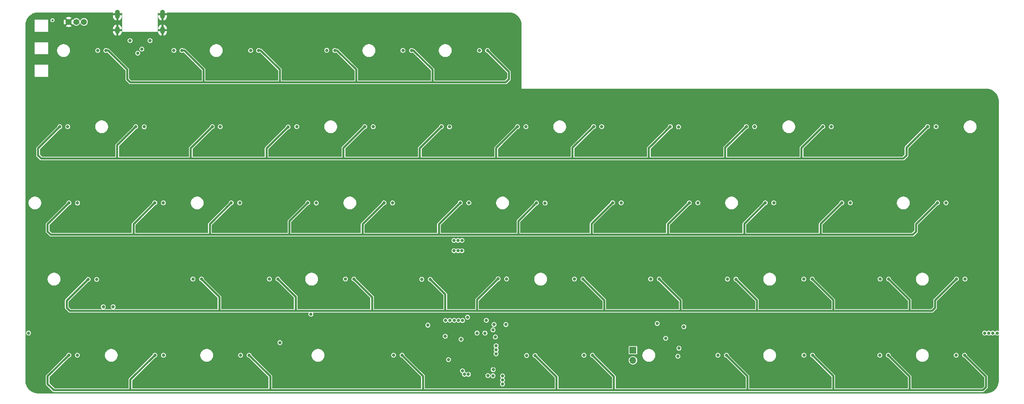
<source format=gbr>
%TF.GenerationSoftware,KiCad,Pcbnew,8.0.8*%
%TF.CreationDate,2025-03-01T16:07:24+01:00*%
%TF.ProjectId,the-nicholas-van prototype,7468652d-6e69-4636-986f-6c61732d7661,rev?*%
%TF.SameCoordinates,Original*%
%TF.FileFunction,Copper,L2,Inr*%
%TF.FilePolarity,Positive*%
%FSLAX46Y46*%
G04 Gerber Fmt 4.6, Leading zero omitted, Abs format (unit mm)*
G04 Created by KiCad (PCBNEW 8.0.8) date 2025-03-01 16:07:24*
%MOMM*%
%LPD*%
G01*
G04 APERTURE LIST*
%TA.AperFunction,ComponentPad*%
%ADD10C,1.500000*%
%TD*%
%TA.AperFunction,ComponentPad*%
%ADD11R,1.700000X1.700000*%
%TD*%
%TA.AperFunction,ComponentPad*%
%ADD12O,1.700000X1.700000*%
%TD*%
%TA.AperFunction,ComponentPad*%
%ADD13O,1.200000X2.250000*%
%TD*%
%TA.AperFunction,ComponentPad*%
%ADD14O,1.200000X1.850000*%
%TD*%
%TA.AperFunction,ViaPad*%
%ADD15C,0.800000*%
%TD*%
%TA.AperFunction,ViaPad*%
%ADD16C,0.620000*%
%TD*%
%TA.AperFunction,ViaPad*%
%ADD17C,0.600000*%
%TD*%
%TA.AperFunction,Conductor*%
%ADD18C,0.500000*%
%TD*%
G04 APERTURE END LIST*
D10*
%TO.N,GND*%
%TO.C,J5*%
X39375000Y-51593750D03*
%TO.N,ARGB*%
X41275000Y-51593750D03*
%TO.N,+5V*%
X43175000Y-51593750D03*
%TD*%
D11*
%TO.N,VBAT*%
%TO.C,SW1*%
X180181250Y-133662500D03*
D12*
%TO.N,BOOT0*%
X180181250Y-136202500D03*
%TD*%
D13*
%TO.N,GND*%
%TO.C,J3*%
X51530000Y-49650000D03*
D14*
X51530000Y-53650000D03*
D13*
X62770000Y-49650000D03*
D14*
X62770000Y-53650000D03*
%TD*%
D15*
%TO.N,*%
X50475344Y-122786056D03*
X48023634Y-122797251D03*
%TO.N,GND*%
X214312500Y-130968750D03*
X219075000Y-81756250D03*
X73025000Y-90297000D03*
X181768750Y-124742241D03*
X130692326Y-128558402D03*
X137572029Y-142288666D03*
X142494000Y-86868000D03*
X132444299Y-124730700D03*
X187325000Y-128587500D03*
X84455000Y-106045000D03*
X130683000Y-134493000D03*
X199644000Y-84074000D03*
X104775000Y-73818750D03*
X130556000Y-90170000D03*
X129016957Y-139313985D03*
X200027079Y-122750277D03*
X130556000Y-103378000D03*
X123317000Y-103505000D03*
X65405000Y-106045000D03*
X129033002Y-141191231D03*
X266700000Y-96837500D03*
X119062500Y-124742241D03*
X211931250Y-124742241D03*
X55117760Y-124719505D03*
X149247390Y-124738163D03*
X75819000Y-90297000D03*
X40781680Y-126989901D03*
X104655601Y-83944962D03*
X106045000Y-103505000D03*
X142875000Y-77787500D03*
X101219000Y-65278000D03*
X130556000Y-97028000D03*
X125857000Y-106045000D03*
X43815000Y-84455000D03*
X128587500Y-124742241D03*
X130713297Y-131550693D03*
X40640000Y-69342000D03*
X119380000Y-65278000D03*
X37084000Y-69342000D03*
X196852079Y-122750277D03*
X106045000Y-106045000D03*
X126206250Y-124742241D03*
X52387500Y-134937500D03*
X126619000Y-97155000D03*
X238935428Y-122908104D03*
X196850000Y-127254000D03*
X140843000Y-112014000D03*
X92202000Y-90170000D03*
X68707000Y-82042000D03*
X124524826Y-86976027D03*
X214312500Y-119856250D03*
X71437500Y-100806250D03*
X40765366Y-124732142D03*
X216154000Y-86614000D03*
X221488000Y-127127000D03*
X64645571Y-126994056D03*
X101600000Y-130968750D03*
X76200000Y-62706250D03*
X247650000Y-92868750D03*
X71437500Y-92868750D03*
X126238000Y-142621000D03*
X93024459Y-129662503D03*
X50006250Y-130968750D03*
X216154000Y-84074000D03*
X204787500Y-92868750D03*
X184943750Y-124742241D03*
X30956250Y-134937500D03*
X147637500Y-103187500D03*
X214312500Y-138906250D03*
X153998695Y-124719850D03*
X220218000Y-105918000D03*
X230996686Y-124742241D03*
X142767073Y-139807927D03*
X104775000Y-124742241D03*
X217487500Y-124742241D03*
X61912500Y-115887500D03*
X147637500Y-92868750D03*
X47625000Y-81756250D03*
X123825000Y-77787500D03*
X116840000Y-65278000D03*
X43146616Y-124732142D03*
X111918750Y-124742241D03*
X178943000Y-84201000D03*
X71128172Y-128570780D03*
X35179000Y-66421000D03*
X235760428Y-122908104D03*
X217678000Y-103378000D03*
X157162500Y-119856250D03*
X228615436Y-124742241D03*
X161925000Y-73818750D03*
X68707000Y-84582000D03*
X98425000Y-87122000D03*
X134424722Y-124710503D03*
X82042000Y-67818000D03*
X95250000Y-87122000D03*
X35052000Y-70231000D03*
X107156250Y-124742241D03*
X160274000Y-127254000D03*
X256381250Y-128587500D03*
X134503087Y-122818544D03*
X181779945Y-122773764D03*
X104775000Y-81756250D03*
X211963000Y-127381000D03*
X140843000Y-109728000D03*
X79502000Y-65278000D03*
X135255000Y-67818000D03*
X123825000Y-124742241D03*
X241300000Y-127254000D03*
X242887500Y-96837500D03*
X150368000Y-103251000D03*
X192087500Y-124742241D03*
X185737500Y-96837500D03*
X171450000Y-124742241D03*
X141287500Y-134937500D03*
X237617000Y-105918000D03*
X65405000Y-82042000D03*
X67159530Y-127037220D03*
X108077000Y-87122000D03*
X137795000Y-67818000D03*
X68707000Y-69469000D03*
X46355000Y-84455000D03*
X49530000Y-103378000D03*
X235966000Y-86614000D03*
X238506000Y-86614000D03*
X52387500Y-96837500D03*
X156379945Y-124719850D03*
X135255000Y-65278000D03*
X226234186Y-124742241D03*
X132449128Y-122829739D03*
X57150000Y-103378000D03*
X60960000Y-65278000D03*
X126619000Y-92456000D03*
X159385000Y-142113000D03*
X124524826Y-83801027D03*
X197104000Y-86614000D03*
X200025000Y-124742241D03*
X121443750Y-124742241D03*
X101600000Y-138906250D03*
X163957000Y-105918000D03*
X140843000Y-119761000D03*
X163957000Y-103378000D03*
X119055920Y-122724483D03*
X62246074Y-126977264D03*
X146843750Y-124742241D03*
X142081250Y-124742241D03*
X176212500Y-124742241D03*
X238887000Y-127254000D03*
X166687500Y-96837500D03*
X184150000Y-138906250D03*
X64601415Y-122748835D03*
X43434000Y-66548000D03*
X226187000Y-127127000D03*
X60977995Y-69177863D03*
X200025000Y-127254000D03*
X180975000Y-77787500D03*
X46355000Y-86995000D03*
X252412500Y-138906250D03*
X90487500Y-124742241D03*
X93677936Y-124742241D03*
X219075000Y-73818750D03*
X83080417Y-84114370D03*
X81788000Y-127254000D03*
X247650000Y-100806250D03*
X241315436Y-124742241D03*
D16*
X37100000Y-51152500D03*
D15*
X126746000Y-108077000D03*
X80935151Y-122670815D03*
X89027000Y-87122000D03*
X30956250Y-92868750D03*
X70485000Y-86995000D03*
X164256199Y-122934226D03*
X126619000Y-94615000D03*
X115062000Y-127381000D03*
X50006250Y-138906250D03*
X101480601Y-83944962D03*
D16*
X29875000Y-51152500D03*
D15*
X130556000Y-101600000D03*
X32893000Y-142748000D03*
X174117000Y-142081250D03*
X123317000Y-106045000D03*
X161417000Y-84328000D03*
X49530000Y-105918000D03*
X49532813Y-128598196D03*
X183007000Y-103378000D03*
X231013000Y-127254000D03*
X151606250Y-58737500D03*
X73025000Y-86995000D03*
X78994000Y-86995000D03*
X35718750Y-119856250D03*
X68707000Y-77216000D03*
X240157000Y-105918000D03*
X196850000Y-124742241D03*
X98551876Y-124738163D03*
X63119000Y-69215000D03*
D16*
X37100000Y-62417500D03*
D15*
X85725000Y-77787500D03*
X238506000Y-84074000D03*
X150368000Y-106426000D03*
X59880260Y-124719505D03*
X148463000Y-128524000D03*
X119062500Y-115887500D03*
X173831250Y-124742241D03*
D16*
X29875000Y-56785000D03*
D15*
X62865000Y-87122000D03*
X195262500Y-115887500D03*
X43434000Y-69342000D03*
X55134074Y-126977264D03*
X252412500Y-111918750D03*
X245999000Y-127254000D03*
X52451000Y-65278000D03*
X134143750Y-130968750D03*
X53975000Y-103378000D03*
X88106250Y-124742241D03*
X111918750Y-134937500D03*
X199517000Y-105918000D03*
X95250000Y-58737500D03*
X161417000Y-105918000D03*
X189323743Y-127000487D03*
X100874516Y-122839837D03*
X199517000Y-103378000D03*
X176212500Y-115887500D03*
X142494000Y-84328000D03*
X117856000Y-87122000D03*
X76759751Y-127079461D03*
X77575445Y-128598196D03*
X264318750Y-73818750D03*
X197104000Y-84074000D03*
X87757000Y-142748000D03*
X45527866Y-124732142D03*
X125857000Y-103505000D03*
X183007000Y-105918000D03*
X152033854Y-124715004D03*
X62865000Y-84582000D03*
X65405000Y-84582000D03*
X67159530Y-124742240D03*
X236243016Y-127624810D03*
X169068750Y-124742241D03*
X181483000Y-86741000D03*
X114300000Y-124742241D03*
X147637500Y-106362500D03*
X264318750Y-81756250D03*
X76267170Y-124738163D03*
X68707000Y-79502000D03*
X104648000Y-90170000D03*
X111918750Y-128587500D03*
X90487500Y-96837500D03*
X43194680Y-126989901D03*
X50006250Y-96837500D03*
X180467000Y-105918000D03*
X217527664Y-122796154D03*
D16*
X37100000Y-62417500D03*
X29875000Y-51152500D03*
D15*
X55653979Y-59080896D03*
X220662500Y-124742241D03*
X47625000Y-73818750D03*
X35718750Y-111918750D03*
X133223000Y-103505000D03*
X116258032Y-122719982D03*
X209550000Y-124742241D03*
X52736510Y-124719505D03*
X47909116Y-124732142D03*
X114427000Y-87122000D03*
X248539000Y-127254000D03*
X59055000Y-59088750D03*
X119888000Y-127381000D03*
X235759186Y-124742241D03*
X238934186Y-124742241D03*
X130556000Y-92456000D03*
X59833074Y-126977264D03*
X98679000Y-67818000D03*
X86995000Y-103505000D03*
X109537500Y-92868750D03*
X144462500Y-124742241D03*
X79502000Y-67818000D03*
X67056000Y-89408000D03*
X132588000Y-108839000D03*
X89154000Y-90170000D03*
X127000000Y-127254000D03*
X76200000Y-54768750D03*
X86995000Y-106045000D03*
X74346751Y-127079461D03*
X36703000Y-142748000D03*
X161142445Y-124719850D03*
X119380000Y-67818000D03*
X161417000Y-86868000D03*
X73818750Y-130968750D03*
X100821686Y-124742241D03*
X85725000Y-124742241D03*
X142875000Y-122428000D03*
X59687000Y-61118750D03*
X252412500Y-119856250D03*
X133350000Y-138049000D03*
X178943000Y-86741000D03*
X84215865Y-127190315D03*
X67131688Y-122754778D03*
X162941000Y-142113000D03*
X200025000Y-77787500D03*
X86255417Y-86995000D03*
X138938000Y-106172000D03*
D16*
X29875000Y-62417500D03*
D15*
X161417000Y-103378000D03*
X92202000Y-87122000D03*
X166687500Y-124742241D03*
X147656277Y-131481250D03*
X220702664Y-122796154D03*
X65405000Y-87122000D03*
X121349826Y-83801027D03*
X103505000Y-106045000D03*
X126619000Y-67818000D03*
X90932000Y-126492000D03*
X211931250Y-134937500D03*
X62992000Y-65278000D03*
X57547074Y-126977264D03*
X47893680Y-126989901D03*
X126619000Y-101600000D03*
X214312500Y-111918750D03*
X108077000Y-90170000D03*
X57499010Y-124719505D03*
X30956250Y-100806250D03*
X164306250Y-124742241D03*
X75819000Y-86995000D03*
X157988000Y-127254000D03*
X46990000Y-103378000D03*
X130556000Y-94615000D03*
X180467000Y-103378000D03*
X116255839Y-124741895D03*
X130556000Y-99314000D03*
X114300000Y-54768750D03*
X109537500Y-100806250D03*
X209679976Y-127243260D03*
X68707000Y-67564000D03*
X114300000Y-90170000D03*
X128651000Y-86995000D03*
X202057000Y-105918000D03*
X177038000Y-142081250D03*
X187325000Y-124742241D03*
X80962500Y-115887500D03*
X202438000Y-127254000D03*
X237617000Y-103378000D03*
X266700000Y-88106250D03*
X98679000Y-65278000D03*
X228600000Y-127127000D03*
X78311211Y-124741143D03*
X204787500Y-124742241D03*
X146833514Y-129397867D03*
X65405000Y-103505000D03*
X50465245Y-126955219D03*
X32543750Y-71437500D03*
X71437500Y-134937500D03*
X111379000Y-87122000D03*
X57531000Y-65659000D03*
X223837500Y-96837500D03*
X86255417Y-84114370D03*
X161925000Y-81756250D03*
X248459186Y-124742241D03*
X139954000Y-86868000D03*
X126619000Y-99314000D03*
X207168750Y-124742241D03*
X103505000Y-103505000D03*
X67945000Y-103505000D03*
X252412500Y-130968750D03*
X72263000Y-127127000D03*
X101219000Y-67818000D03*
X218694000Y-84074000D03*
X95250000Y-90170000D03*
X217551000Y-127254000D03*
X114300000Y-62706250D03*
X218694000Y-86614000D03*
X69123420Y-124738163D03*
D16*
X29875000Y-56785000D03*
D15*
X78338052Y-122687609D03*
X54768750Y-115887500D03*
X246077936Y-124742241D03*
X134239000Y-110109000D03*
X128397000Y-83820000D03*
X218225500Y-128587500D03*
X83080417Y-86995000D03*
X129286000Y-142621000D03*
X250825000Y-127254000D03*
X37101630Y-54199602D03*
X202057000Y-103378000D03*
X124587000Y-90170000D03*
X214312500Y-124742241D03*
X161153640Y-122867056D03*
X133350000Y-62706250D03*
X101480601Y-87119962D03*
X243696686Y-124742241D03*
X73885920Y-124738163D03*
X50456685Y-124730700D03*
X80962500Y-124742241D03*
X124641410Y-127264270D03*
X96059186Y-124742241D03*
X157162500Y-111918750D03*
X223665842Y-124738163D03*
X181483000Y-84201000D03*
X158761195Y-124719850D03*
X194468750Y-124742241D03*
X199644000Y-86614000D03*
X152908000Y-103378000D03*
X70231000Y-90297000D03*
X56642000Y-142748000D03*
X59182000Y-69159697D03*
X133350000Y-54768750D03*
X130937000Y-86995000D03*
X158877000Y-86868000D03*
X233362500Y-134937500D03*
X139954000Y-84328000D03*
X86487000Y-127254000D03*
X240157000Y-103378000D03*
X92680732Y-124674500D03*
X217678000Y-105918000D03*
X98545951Y-122839837D03*
X43815000Y-86995000D03*
X83343750Y-124742241D03*
X159543750Y-128587500D03*
X95123000Y-136779000D03*
X116840000Y-67818000D03*
D16*
X29875000Y-62417500D03*
D15*
X189706250Y-124742241D03*
X253221686Y-124742241D03*
X137795000Y-65278000D03*
X207264000Y-127254000D03*
X84455000Y-103505000D03*
X121349826Y-86976027D03*
X109537500Y-124742241D03*
X78408823Y-127100755D03*
X130968750Y-124742241D03*
X100012500Y-111918750D03*
X73818750Y-138906250D03*
X52721074Y-126977264D03*
X86233000Y-90170000D03*
X60996161Y-71157940D03*
X235966000Y-84074000D03*
X46990000Y-105918000D03*
X204787500Y-100806250D03*
X220218000Y-103378000D03*
X82042000Y-65278000D03*
X71504670Y-124738163D03*
X65405000Y-79502000D03*
X202406250Y-124742241D03*
X52324000Y-71120000D03*
X40640000Y-66548000D03*
X233362500Y-115887500D03*
X68722701Y-71437500D03*
X233377936Y-124742241D03*
X238125000Y-77787500D03*
X124333000Y-67818000D03*
X67945000Y-106045000D03*
X140462000Y-107188000D03*
X64629257Y-124736297D03*
X52959000Y-142748000D03*
X111379000Y-90170000D03*
X204851000Y-127254000D03*
X178593750Y-124742241D03*
X45480680Y-126989901D03*
X152030564Y-122896909D03*
D16*
X37100000Y-51152500D03*
D15*
X62261510Y-124719505D03*
X104655601Y-87119962D03*
X250840436Y-124742241D03*
%TO.N,ROW0*%
X67648225Y-58737500D03*
X134493000Y-126191741D03*
X143874401Y-58747746D03*
X86757503Y-58724331D03*
X135514854Y-106200500D03*
X48649298Y-58737499D03*
X124929108Y-58720208D03*
X105777884Y-58720208D03*
X135509000Y-108799500D03*
%TO.N,COL0*%
X41582957Y-96860554D03*
X39127580Y-77772690D03*
X46635844Y-58737499D03*
X41532725Y-134918567D03*
X46355303Y-115955023D03*
%TO.N,COL1*%
X58217004Y-77813436D03*
X65630929Y-58749027D03*
X63022853Y-134927213D03*
X63005962Y-96849027D03*
X70379459Y-115871849D03*
%TO.N,COL2*%
X89465682Y-115870208D03*
X82288991Y-134902917D03*
X84774789Y-58735859D03*
X82061445Y-96837500D03*
X77202641Y-77787499D03*
%TO.N,COL3*%
X96292024Y-77761563D03*
X101142185Y-96860554D03*
X103754824Y-58685626D03*
X99824482Y-124674500D03*
X108437432Y-115880495D03*
%TO.N,COL4*%
X120439224Y-134901276D03*
X127474942Y-115932368D03*
X115362962Y-77803150D03*
X122785011Y-58720208D03*
X120176975Y-96853149D03*
%TO.N,COL5*%
X134391067Y-77813436D03*
X153661931Y-134977445D03*
X139219130Y-96837499D03*
X141907058Y-58737499D03*
X148665196Y-115845913D03*
%TO.N,ROW1*%
X132393944Y-77761563D03*
X113236156Y-77785859D03*
X136508503Y-108799500D03*
X136514357Y-106200500D03*
X94139281Y-77839373D03*
X189495115Y-77797786D03*
X135584302Y-126191741D03*
X227532152Y-77787499D03*
X75205518Y-77787499D03*
X37144866Y-77807272D03*
X170365218Y-77787500D03*
X151353644Y-77787499D03*
X208467224Y-77789140D03*
X253679673Y-77754558D03*
X56116134Y-77787499D03*
%TO.N,COL6*%
X165599800Y-115871849D03*
X158249439Y-96870441D03*
X153480451Y-77787499D03*
X167960477Y-134920209D03*
%TO.N,COL7*%
X184596286Y-115870208D03*
X177233637Y-96814445D03*
X172388278Y-77761563D03*
X186245500Y-127000000D03*
%TO.N,COL8*%
X201384873Y-134904558D03*
X191544111Y-77823723D03*
X196369130Y-96837500D03*
X203751673Y-115904791D03*
%TO.N,COL9*%
X222862633Y-134914845D03*
X222817323Y-115870209D03*
X210542157Y-77754558D03*
X215326911Y-96849027D03*
%TO.N,COL10*%
X229671927Y-77787499D03*
X241848270Y-115870209D03*
X241798159Y-134920208D03*
X234423021Y-96837500D03*
%TO.N,COL11*%
X263025479Y-115879815D03*
X191393857Y-135185820D03*
X260837192Y-134912524D03*
X255806480Y-77771849D03*
X191674500Y-133188114D03*
X258312931Y-96816086D03*
%TO.N,ROW2*%
X194242323Y-96820209D03*
X137508006Y-108799500D03*
X156122632Y-96853150D03*
X175106830Y-96797154D03*
X118050168Y-96835858D03*
X213200104Y-96831736D03*
X79934638Y-96820209D03*
X137092323Y-96820208D03*
X232296214Y-96820209D03*
X256186124Y-96798795D03*
X136652000Y-126191741D03*
X99015378Y-96843263D03*
X39456150Y-96843263D03*
X60879155Y-96831736D03*
X137513860Y-106200500D03*
%TO.N,ROW3*%
X91592489Y-115887499D03*
X224944130Y-115887500D03*
X167726607Y-115889140D03*
X129601749Y-115949659D03*
X186723093Y-115887499D03*
X146538389Y-115828622D03*
X205878480Y-115922082D03*
X72506266Y-115889140D03*
X260898672Y-115862524D03*
X243975077Y-115887500D03*
X133425211Y-126191741D03*
X110564239Y-115897786D03*
X44228496Y-115937732D03*
%TO.N,ROW4*%
X243924966Y-134937499D03*
X262963999Y-134929815D03*
X145542000Y-127254000D03*
X148463000Y-127254000D03*
X137668000Y-126238000D03*
X143599355Y-126191741D03*
X39405918Y-134901276D03*
X122566031Y-134918567D03*
X84415798Y-134920208D03*
X155788738Y-134994736D03*
X60896046Y-134909922D03*
X203511680Y-134921849D03*
X170087284Y-134937500D03*
X224989440Y-134932136D03*
%TO.N,VBAT*%
X137628225Y-138797732D03*
X143262000Y-129381250D03*
X145840027Y-130370204D03*
X138906250Y-125412500D03*
X188341000Y-130683000D03*
X92075000Y-131762500D03*
X141287500Y-129381250D03*
X145304807Y-138521768D03*
X137287000Y-130937000D03*
%TO.N,APLEX_OUT_PIN_0*%
X129007714Y-127420214D03*
X192881250Y-127793750D03*
%TO.N,VCC*%
X59690000Y-56261000D03*
X54700000Y-56261000D03*
%TO.N,APLEX_EN_PIN_1*%
X145256250Y-128587500D03*
X133350000Y-130175000D03*
%TO.N,D-*%
X57646247Y-58398253D03*
X56600574Y-59401776D03*
%TO.N,AMUX_SEL_2*%
X146050000Y-132556250D03*
X147637500Y-140104346D03*
%TO.N,AMUX_SEL_1*%
X147637500Y-141128944D03*
X146062548Y-133568301D03*
%TO.N,AMUX_SEL_0*%
X146040758Y-134567566D03*
X147637500Y-142128447D03*
%TO.N,ARGB_3V3*%
X29368750Y-129381250D03*
X134143750Y-136014250D03*
D17*
%TO.N,ARGB*%
X35325000Y-51152500D03*
X35325000Y-51152500D03*
D15*
%TO.N,ENC1*%
X268969747Y-129381250D03*
X143983244Y-139999500D03*
%TO.N,ENC2*%
X139119948Y-139705878D03*
X269969250Y-129381250D03*
%TO.N,SW1*%
X145256250Y-140056086D03*
X267970244Y-129381250D03*
%TO.N,SW2*%
X271062500Y-129381250D03*
X138112500Y-139700000D03*
%TD*%
D18*
%TO.N,ROW0*%
X148431250Y-66675000D02*
X130175000Y-66675000D01*
X149225000Y-64098346D02*
X149225000Y-65881250D01*
X130175000Y-63500000D02*
X130175000Y-66675000D01*
X86757503Y-58724331D02*
X87299331Y-58724331D01*
X68262500Y-58737500D02*
X73025000Y-63500000D01*
X124929108Y-58720208D02*
X125395208Y-58720208D01*
X92075000Y-63500000D02*
X92075000Y-66675000D01*
X77787500Y-66675000D02*
X92075000Y-66675000D01*
X105777884Y-58720208D02*
X106345208Y-58720208D01*
X125395208Y-58720208D02*
X130175000Y-63500000D01*
X73818750Y-66675000D02*
X77787500Y-66675000D01*
X95250000Y-66675000D02*
X111125000Y-66675000D01*
X53975000Y-63500000D02*
X53975000Y-65881250D01*
X48649298Y-58737499D02*
X49212499Y-58737499D01*
X106345208Y-58720208D02*
X111125000Y-63500000D01*
X54768750Y-66675000D02*
X53975000Y-65881250D01*
X114300000Y-66675000D02*
X130175000Y-66675000D01*
X67648225Y-58737500D02*
X68262500Y-58737500D01*
X73025000Y-63500000D02*
X73025000Y-66675000D01*
X73025000Y-66675000D02*
X73818750Y-66675000D01*
X73818750Y-66675000D02*
X54768750Y-66675000D01*
X143874401Y-58747746D02*
X149225000Y-64098346D01*
X148431250Y-66675000D02*
X149225000Y-65881250D01*
X111125000Y-66675000D02*
X114300000Y-66675000D01*
X87299331Y-58724331D02*
X92075000Y-63500000D01*
X92075000Y-66675000D02*
X95250000Y-66675000D01*
X111125000Y-63500000D02*
X111125000Y-66675000D01*
X49212499Y-58737499D02*
X53975000Y-63500000D01*
%TO.N,COL2*%
X82254408Y-134937500D02*
X82288991Y-134902917D01*
%TO.N,ROW1*%
X219075000Y-85725000D02*
X222250000Y-85725000D01*
X165100000Y-83052718D02*
X165351359Y-82801359D01*
X248443750Y-84931250D02*
X248443750Y-82990480D01*
X51593750Y-85725000D02*
X52387500Y-85725000D01*
X184150000Y-83142900D02*
X184843325Y-82449575D01*
X142875000Y-85725000D02*
X146050000Y-85725000D01*
X127793750Y-85725000D02*
X142875000Y-85725000D01*
X219594651Y-85725000D02*
X219075000Y-85725000D01*
X222250000Y-85725000D02*
X222250000Y-83069650D01*
X248443750Y-82990480D02*
X253679673Y-77754558D01*
X200531364Y-85725000D02*
X200025000Y-85725000D01*
X88767452Y-83211202D02*
X88767452Y-85592452D01*
X75205518Y-77787499D02*
X70146509Y-82846509D01*
X65793861Y-85725000D02*
X65794250Y-85724611D01*
X170365218Y-77787500D02*
X165351359Y-82801359D01*
X86518750Y-85725000D02*
X88900000Y-85725000D01*
X181567901Y-85725000D02*
X180975000Y-85725000D01*
X127000000Y-85725000D02*
X127000000Y-83155506D01*
X65794639Y-85725000D02*
X69850000Y-85725000D01*
X189495115Y-77797786D02*
X184843325Y-82449575D01*
X56116134Y-77787499D02*
X51473691Y-82429941D01*
X51473691Y-82429941D02*
X51473691Y-85604941D01*
X69850000Y-83143018D02*
X69850000Y-85725000D01*
X146050000Y-85725000D02*
X161925000Y-85725000D01*
X203200000Y-85725000D02*
X219075000Y-85725000D01*
X203200000Y-83056364D02*
X208467224Y-77789140D01*
X162427718Y-85725000D02*
X161925000Y-85725000D01*
X51473691Y-85604941D02*
X51593750Y-85725000D01*
X222250000Y-85725000D02*
X247650000Y-85725000D01*
X146050000Y-85725000D02*
X146050000Y-83091142D01*
X31750000Y-84931250D02*
X31750000Y-83202138D01*
X200025000Y-85725000D02*
X203200000Y-85725000D01*
X203200000Y-85725000D02*
X203200000Y-83056364D01*
X165100000Y-83343750D02*
X165100000Y-84137500D01*
X247650000Y-85725000D02*
X248443750Y-84931250D01*
X65794250Y-85724611D02*
X65794639Y-85725000D01*
X88767452Y-85592452D02*
X88900000Y-85725000D01*
X31750000Y-84931250D02*
X32543750Y-85725000D01*
X94139281Y-77839373D02*
X88767452Y-83211202D01*
X165100000Y-84137500D02*
X165100000Y-83052718D01*
X70146509Y-82846509D02*
X69850000Y-83143018D01*
X32543750Y-85725000D02*
X52387500Y-85725000D01*
X107156250Y-85725000D02*
X127793750Y-85725000D01*
X184150000Y-85725000D02*
X200025000Y-85725000D01*
X107156250Y-85725000D02*
X107950000Y-85725000D01*
X69850000Y-85725000D02*
X86518750Y-85725000D01*
X143416143Y-85725000D02*
X142875000Y-85725000D01*
X180975000Y-85725000D02*
X184150000Y-85725000D01*
X88900000Y-85725000D02*
X107156250Y-85725000D01*
X107950000Y-85725000D02*
X107950000Y-83072014D01*
X146050000Y-83091142D02*
X151353644Y-77787499D01*
X127000000Y-83155506D02*
X132393944Y-77761563D01*
X127000000Y-85725000D02*
X127793750Y-85725000D01*
X31750000Y-83202138D02*
X37144866Y-77807272D01*
X165100000Y-85725000D02*
X180975000Y-85725000D01*
X52387500Y-85725000D02*
X65793861Y-85725000D01*
X161925000Y-85725000D02*
X165100000Y-85725000D01*
X107950000Y-83072014D02*
X113236156Y-77785859D01*
X184150000Y-85725000D02*
X184150000Y-83142900D01*
X222250000Y-83069650D02*
X227532152Y-77787499D01*
X165100000Y-84137500D02*
X165100000Y-85725000D01*
%TO.N,ROW2*%
X194242323Y-96820209D02*
X188912500Y-102150032D01*
X55562500Y-103187500D02*
X55562500Y-102148390D01*
X94456250Y-104775000D02*
X111918750Y-104775000D01*
X34925000Y-104775000D02*
X34131250Y-103981250D01*
X51593750Y-104775000D02*
X34925000Y-104775000D01*
X169862500Y-102041484D02*
X169862500Y-104775000D01*
X74612500Y-104775000D02*
X74612500Y-102142346D01*
X250031250Y-104775000D02*
X250825000Y-103981250D01*
X34131250Y-103981250D02*
X34131250Y-102168162D01*
X55562500Y-104775000D02*
X71437500Y-104775000D01*
X227012500Y-102103923D02*
X227012500Y-104775000D01*
X112712500Y-102173526D02*
X112712500Y-104775000D01*
X131762500Y-104775000D02*
X150812500Y-104775000D01*
X34131250Y-102168162D02*
X39456150Y-96843263D01*
X71979847Y-104775000D02*
X71437500Y-104775000D01*
X71437500Y-104775000D02*
X74612500Y-104775000D01*
X175106830Y-96797154D02*
X169862500Y-102041484D01*
X188912500Y-104775000D02*
X207962500Y-104775000D01*
X250825000Y-102159919D02*
X250825000Y-103981250D01*
X60879155Y-96831736D02*
X56233570Y-101477320D01*
X151606250Y-104775000D02*
X169862500Y-104775000D01*
X156122632Y-96853150D02*
X152284766Y-100691016D01*
X207962500Y-104775000D02*
X227012500Y-104775000D01*
X207962500Y-102069340D02*
X207962500Y-104775000D01*
X52935891Y-104775000D02*
X51593750Y-104775000D01*
X94456250Y-101402391D02*
X94456250Y-104775000D01*
X188912500Y-102150032D02*
X188912500Y-104775000D01*
X55562500Y-103187500D02*
X55562500Y-104775000D01*
X151606250Y-101369532D02*
X152284766Y-100691016D01*
X74612500Y-102142346D02*
X79934638Y-96820209D01*
X99015378Y-96843263D02*
X94456250Y-101402391D01*
X74612500Y-104775000D02*
X94456250Y-104775000D01*
X169862500Y-104775000D02*
X188912500Y-104775000D01*
X51593750Y-104775000D02*
X55562500Y-104775000D01*
X151606250Y-104775000D02*
X151606250Y-101369532D01*
X213200104Y-96831736D02*
X207962500Y-102069340D01*
X227012500Y-104775000D02*
X250031250Y-104775000D01*
X232296214Y-96820209D02*
X227012500Y-102103923D01*
X118050168Y-96835858D02*
X112712500Y-102173526D01*
X256186124Y-96798795D02*
X250825000Y-102159919D01*
X131762500Y-102150031D02*
X131762500Y-104775000D01*
X55562500Y-102148390D02*
X56233570Y-101477320D01*
X55562500Y-102393750D02*
X55562500Y-103187500D01*
X112712500Y-104775000D02*
X111918750Y-104775000D01*
X112712500Y-104775000D02*
X131762500Y-104775000D01*
X137092323Y-96820208D02*
X131762500Y-102150031D01*
X150812500Y-104775000D02*
X151606250Y-104775000D01*
%TO.N,ROW3*%
X186723093Y-115887499D02*
X192087500Y-121251906D01*
X249237500Y-121149923D02*
X249237500Y-123825000D01*
X38893750Y-121272478D02*
X38893750Y-123031250D01*
X205878480Y-115922082D02*
X211137500Y-121181102D01*
X243975077Y-115887500D02*
X249237500Y-121149923D01*
X211137500Y-121181102D02*
X211137500Y-123825000D01*
X254793750Y-123825000D02*
X255587500Y-123031250D01*
X72506266Y-115889140D02*
X76993750Y-120376624D01*
X110564239Y-115897786D02*
X114411352Y-119744898D01*
X114411352Y-119744898D02*
X115093750Y-120427296D01*
X173037500Y-123825000D02*
X192087500Y-123825000D01*
X96043750Y-123825000D02*
X115093750Y-123825000D01*
X230187500Y-121130870D02*
X230187500Y-123825000D01*
X255587500Y-121173696D02*
X255587500Y-123031250D01*
X134937500Y-123825000D02*
X141287500Y-123825000D01*
X249237500Y-123825000D02*
X254793750Y-123825000D01*
X173037500Y-121200033D02*
X173037500Y-123825000D01*
X224944130Y-115887500D02*
X230187500Y-121130870D01*
X96043750Y-120338760D02*
X96043750Y-123825000D01*
X114411352Y-119744898D02*
X115093750Y-120427297D01*
X133350000Y-119697910D02*
X133350000Y-123825000D01*
X38893750Y-123031250D02*
X39687500Y-123825000D01*
X91592489Y-115887499D02*
X96043750Y-120338760D01*
X115093750Y-120427296D02*
X115093750Y-123825000D01*
X230187500Y-123825000D02*
X249237500Y-123825000D01*
X146538389Y-115828622D02*
X141287500Y-121079511D01*
X211137500Y-123825000D02*
X230187500Y-123825000D01*
X76993750Y-123825000D02*
X96043750Y-123825000D01*
X115887500Y-123825000D02*
X133350000Y-123825000D01*
X153987500Y-123825000D02*
X173037500Y-123825000D01*
X133350000Y-123825000D02*
X134937500Y-123825000D01*
X129601749Y-115949659D02*
X133350000Y-119697910D01*
X115093750Y-123825000D02*
X115887500Y-123825000D01*
X192087500Y-123825000D02*
X211137500Y-123825000D01*
X44228496Y-115937732D02*
X38893750Y-121272478D01*
X141287500Y-121079511D02*
X141287500Y-123825000D01*
X141287500Y-123825000D02*
X153987500Y-123825000D01*
X167726607Y-115889140D02*
X173037500Y-121200033D01*
X260898672Y-115862524D02*
X255587500Y-121173696D01*
X76993750Y-120376624D02*
X76993750Y-123825000D01*
X39687500Y-123825000D02*
X76993750Y-123825000D01*
X192087500Y-121251906D02*
X192087500Y-123825000D01*
%TO.N,ROW4*%
X243924966Y-134937499D02*
X249237500Y-140250033D01*
X208756250Y-143668750D02*
X230187500Y-143668750D01*
X127793750Y-140146286D02*
X127793750Y-143668750D01*
X224989440Y-134932136D02*
X230187500Y-140130196D01*
X203511680Y-134921849D02*
X208756250Y-140166419D01*
X34131250Y-140175944D02*
X34131250Y-142081250D01*
X89693750Y-140198160D02*
X89693750Y-143668750D01*
X39405918Y-134901276D02*
X34131250Y-140175944D01*
X60896046Y-134909922D02*
X54768750Y-141037218D01*
X127793750Y-143668750D02*
X161131250Y-143668750D01*
X161131250Y-143668750D02*
X175418750Y-143668750D01*
X262963999Y-134929815D02*
X268287500Y-140253316D01*
X161131250Y-140337248D02*
X161131250Y-143668750D01*
X175418750Y-143668750D02*
X208756250Y-143668750D01*
X230187500Y-140130196D02*
X230187500Y-143668750D01*
X175418750Y-140268966D02*
X175418750Y-143668750D01*
X267493750Y-143668750D02*
X254000000Y-143668750D01*
X35718750Y-143668750D02*
X54768750Y-143668750D01*
X249237500Y-140250033D02*
X249237500Y-143668750D01*
X170087284Y-134937500D02*
X175418750Y-140268966D01*
X254000000Y-143668750D02*
X254793750Y-143668750D01*
X230187500Y-143668750D02*
X250031250Y-143668750D01*
X122566031Y-134918567D02*
X127793750Y-140146286D01*
X34131250Y-142081250D02*
X35718750Y-143668750D01*
X268287500Y-140253316D02*
X268287500Y-142875000D01*
X54768750Y-143668750D02*
X89693750Y-143668750D01*
X54768750Y-141037218D02*
X54768750Y-143668750D01*
X250031250Y-143668750D02*
X254000000Y-143668750D01*
X89693750Y-143668750D02*
X127793750Y-143668750D01*
X84415798Y-134920208D02*
X89693750Y-140198160D01*
X155788738Y-134994736D02*
X161131250Y-140337248D01*
X268287500Y-142875000D02*
X267493750Y-143668750D01*
X208756250Y-140166419D02*
X208756250Y-143668750D01*
%TD*%
%TA.AperFunction,Conductor*%
%TO.N,GND*%
G36*
X50426632Y-49215868D02*
G01*
X50430000Y-49224000D01*
X50430000Y-49399999D01*
X50430001Y-49400000D01*
X51230000Y-49400000D01*
X51230000Y-49900000D01*
X50430001Y-49900000D01*
X50430000Y-49900001D01*
X50430000Y-50261574D01*
X50457085Y-50432581D01*
X50510588Y-50597249D01*
X50589199Y-50751529D01*
X50690964Y-50891598D01*
X50813401Y-51014035D01*
X50953470Y-51115800D01*
X51107750Y-51194411D01*
X51272418Y-51247914D01*
X51279999Y-51249115D01*
X51280000Y-51249114D01*
X51280000Y-50341988D01*
X51289940Y-50359205D01*
X51345795Y-50415060D01*
X51414204Y-50454556D01*
X51490504Y-50475000D01*
X51569496Y-50475000D01*
X51645796Y-50454556D01*
X51714205Y-50415060D01*
X51770060Y-50359205D01*
X51780000Y-50341988D01*
X51780000Y-51249115D01*
X51787581Y-51247914D01*
X51952249Y-51194411D01*
X52106529Y-51115800D01*
X52246598Y-51014035D01*
X52369035Y-50891598D01*
X52470800Y-50751529D01*
X52549411Y-50597249D01*
X52602914Y-50432581D01*
X52630000Y-50261574D01*
X52630000Y-49900001D01*
X52629999Y-49900000D01*
X51830000Y-49900000D01*
X51830000Y-49400000D01*
X52629999Y-49400000D01*
X52630000Y-49399999D01*
X52630000Y-49224000D01*
X52633368Y-49215868D01*
X52641500Y-49212500D01*
X52674792Y-49212500D01*
X52682924Y-49215868D01*
X52686291Y-49223998D01*
X52685827Y-50432581D01*
X52684424Y-54074949D01*
X52684425Y-54074949D01*
X52684425Y-54074950D01*
X61625054Y-54074950D01*
X61625268Y-53238425D01*
X61670000Y-53238425D01*
X61670000Y-53399999D01*
X61670001Y-53400000D01*
X62470000Y-53400000D01*
X62470000Y-53900000D01*
X61670001Y-53900000D01*
X61670000Y-53900001D01*
X61670000Y-54061574D01*
X61697085Y-54232581D01*
X61750588Y-54397249D01*
X61829199Y-54551529D01*
X61930964Y-54691598D01*
X62053401Y-54814035D01*
X62193470Y-54915800D01*
X62347750Y-54994411D01*
X62512418Y-55047914D01*
X62519999Y-55049115D01*
X62520000Y-55049114D01*
X62520000Y-54141988D01*
X62529940Y-54159205D01*
X62585795Y-54215060D01*
X62654204Y-54254556D01*
X62730504Y-54275000D01*
X62809496Y-54275000D01*
X62885796Y-54254556D01*
X62954205Y-54215060D01*
X63010060Y-54159205D01*
X63020000Y-54141988D01*
X63020000Y-55049115D01*
X63027581Y-55047914D01*
X63192249Y-54994411D01*
X63346529Y-54915800D01*
X63486598Y-54814035D01*
X63609035Y-54691598D01*
X63710800Y-54551529D01*
X63789411Y-54397249D01*
X63842914Y-54232581D01*
X63870000Y-54061574D01*
X63870000Y-53900001D01*
X63869999Y-53900000D01*
X63070000Y-53900000D01*
X63070000Y-53400000D01*
X63869999Y-53400000D01*
X63870000Y-53399999D01*
X63870000Y-53238425D01*
X63842914Y-53067418D01*
X63789411Y-52902750D01*
X63710800Y-52748470D01*
X63609035Y-52608401D01*
X63486598Y-52485964D01*
X63346529Y-52384199D01*
X63192249Y-52305588D01*
X63027587Y-52252086D01*
X63027576Y-52252084D01*
X63020000Y-52250883D01*
X63020000Y-53158011D01*
X63010060Y-53140795D01*
X62954205Y-53084940D01*
X62885796Y-53045444D01*
X62809496Y-53025000D01*
X62730504Y-53025000D01*
X62654204Y-53045444D01*
X62585795Y-53084940D01*
X62529940Y-53140795D01*
X62520000Y-53158011D01*
X62520000Y-52250884D01*
X62519999Y-52250883D01*
X62512423Y-52252084D01*
X62512412Y-52252086D01*
X62347750Y-52305588D01*
X62193470Y-52384199D01*
X62053401Y-52485964D01*
X61930964Y-52608401D01*
X61829199Y-52748470D01*
X61750588Y-52902750D01*
X61697085Y-53067418D01*
X61670000Y-53238425D01*
X61625268Y-53238425D01*
X61626293Y-49223996D01*
X61629663Y-49215866D01*
X61637793Y-49212500D01*
X61658500Y-49212500D01*
X61666632Y-49215868D01*
X61670000Y-49224000D01*
X61670000Y-49399999D01*
X61670001Y-49400000D01*
X62470000Y-49400000D01*
X62470000Y-49900000D01*
X61670001Y-49900000D01*
X61670000Y-49900001D01*
X61670000Y-50261574D01*
X61697085Y-50432581D01*
X61750588Y-50597249D01*
X61829199Y-50751529D01*
X61930964Y-50891598D01*
X62053401Y-51014035D01*
X62193470Y-51115800D01*
X62347750Y-51194411D01*
X62512418Y-51247914D01*
X62519999Y-51249115D01*
X62520000Y-51249114D01*
X62520000Y-50341988D01*
X62529940Y-50359205D01*
X62585795Y-50415060D01*
X62654204Y-50454556D01*
X62730504Y-50475000D01*
X62809496Y-50475000D01*
X62885796Y-50454556D01*
X62954205Y-50415060D01*
X63010060Y-50359205D01*
X63020000Y-50341988D01*
X63020000Y-51249115D01*
X63027581Y-51247914D01*
X63192249Y-51194411D01*
X63346529Y-51115800D01*
X63486598Y-51014035D01*
X63609035Y-50891598D01*
X63710800Y-50751529D01*
X63789411Y-50597249D01*
X63842914Y-50432581D01*
X63870000Y-50261574D01*
X63870000Y-49900001D01*
X63869999Y-49900000D01*
X63070000Y-49900000D01*
X63070000Y-49400000D01*
X63869999Y-49400000D01*
X63870000Y-49399999D01*
X63870000Y-49224000D01*
X63873368Y-49215868D01*
X63881500Y-49212500D01*
X149224909Y-49212500D01*
X149225071Y-49212501D01*
X149402595Y-49214995D01*
X149403721Y-49215066D01*
X149756615Y-49254836D01*
X149757865Y-49255049D01*
X150104008Y-49334061D01*
X150105244Y-49334418D01*
X150440353Y-49451685D01*
X150441545Y-49452179D01*
X150761427Y-49606231D01*
X150762539Y-49606846D01*
X151063159Y-49795742D01*
X151064202Y-49796482D01*
X151341742Y-50017815D01*
X151341780Y-50017845D01*
X151342742Y-50018704D01*
X151593795Y-50269757D01*
X151594654Y-50270719D01*
X151816014Y-50548293D01*
X151816759Y-50549344D01*
X151974016Y-50799612D01*
X152005648Y-50849952D01*
X152006272Y-50851080D01*
X152160320Y-51170954D01*
X152160814Y-51172146D01*
X152278081Y-51507255D01*
X152278438Y-51508494D01*
X152357448Y-51854624D01*
X152357664Y-51855895D01*
X152397433Y-52208778D01*
X152397504Y-52209904D01*
X152399999Y-52387428D01*
X152400000Y-52387589D01*
X152400000Y-68262500D01*
X161925000Y-68262500D01*
X235346875Y-68262500D01*
X248046875Y-68262500D01*
X268287410Y-68262500D01*
X268287571Y-68262501D01*
X268465096Y-68264989D01*
X268466223Y-68265060D01*
X268819120Y-68304821D01*
X268820370Y-68305034D01*
X269166518Y-68384040D01*
X269167752Y-68384396D01*
X269502872Y-68501659D01*
X269504057Y-68502150D01*
X269823948Y-68656202D01*
X269825059Y-68656816D01*
X270125684Y-68845711D01*
X270126731Y-68846454D01*
X270404308Y-69067815D01*
X270405270Y-69068674D01*
X270656325Y-69319729D01*
X270657184Y-69320691D01*
X270878545Y-69598268D01*
X270879291Y-69599320D01*
X271068178Y-69899932D01*
X271068802Y-69901060D01*
X271222847Y-70220938D01*
X271223341Y-70222130D01*
X271340602Y-70557245D01*
X271340959Y-70558484D01*
X271419963Y-70904619D01*
X271420179Y-70905890D01*
X271459939Y-71258776D01*
X271460010Y-71259903D01*
X271462499Y-71437428D01*
X271462500Y-71437589D01*
X271462500Y-128907945D01*
X271459132Y-128916077D01*
X271451000Y-128919445D01*
X271443999Y-128917069D01*
X271395404Y-128879782D01*
X271365341Y-128856714D01*
X271219262Y-128796206D01*
X271062500Y-128775568D01*
X270905738Y-128796206D01*
X270759659Y-128856714D01*
X270634218Y-128952968D01*
X270537964Y-129078409D01*
X270526500Y-129106086D01*
X270520276Y-129112310D01*
X270511474Y-129112310D01*
X270505250Y-129106086D01*
X270493786Y-129078409D01*
X270397532Y-128952968D01*
X270272091Y-128856714D01*
X270126012Y-128796206D01*
X269969250Y-128775568D01*
X269812488Y-128796206D01*
X269666409Y-128856714D01*
X269540968Y-128952968D01*
X269478622Y-129034218D01*
X269470999Y-129038619D01*
X269462497Y-129036341D01*
X269460374Y-129034218D01*
X269446227Y-129015781D01*
X269398029Y-128952968D01*
X269272588Y-128856714D01*
X269126509Y-128796206D01*
X268969747Y-128775568D01*
X268812985Y-128796206D01*
X268666906Y-128856714D01*
X268541465Y-128952968D01*
X268479119Y-129034218D01*
X268471496Y-129038619D01*
X268462994Y-129036341D01*
X268460871Y-129034218D01*
X268446724Y-129015781D01*
X268398526Y-128952968D01*
X268273085Y-128856714D01*
X268127006Y-128796206D01*
X267970244Y-128775568D01*
X267813482Y-128796206D01*
X267667403Y-128856714D01*
X267541962Y-128952968D01*
X267445708Y-129078409D01*
X267385200Y-129224488D01*
X267364562Y-129381250D01*
X267385200Y-129538012D01*
X267445708Y-129684091D01*
X267541962Y-129809532D01*
X267667403Y-129905786D01*
X267813482Y-129966294D01*
X267970244Y-129986932D01*
X268127006Y-129966294D01*
X268273085Y-129905786D01*
X268398526Y-129809532D01*
X268460872Y-129728279D01*
X268468494Y-129723879D01*
X268476996Y-129726157D01*
X268479116Y-129728277D01*
X268541465Y-129809532D01*
X268666906Y-129905786D01*
X268812985Y-129966294D01*
X268969747Y-129986932D01*
X269126509Y-129966294D01*
X269272588Y-129905786D01*
X269398029Y-129809532D01*
X269460375Y-129728279D01*
X269467997Y-129723879D01*
X269476499Y-129726157D01*
X269478619Y-129728277D01*
X269540968Y-129809532D01*
X269666409Y-129905786D01*
X269812488Y-129966294D01*
X269969250Y-129986932D01*
X270126012Y-129966294D01*
X270272091Y-129905786D01*
X270397532Y-129809532D01*
X270493786Y-129684091D01*
X270505250Y-129656412D01*
X270511474Y-129650189D01*
X270520276Y-129650189D01*
X270526499Y-129656412D01*
X270537964Y-129684091D01*
X270634218Y-129809532D01*
X270759659Y-129905786D01*
X270905738Y-129966294D01*
X271062500Y-129986932D01*
X271219262Y-129966294D01*
X271365341Y-129905786D01*
X271444000Y-129845428D01*
X271452501Y-129843151D01*
X271460124Y-129847552D01*
X271462500Y-129854553D01*
X271462500Y-141287410D01*
X271462499Y-141287571D01*
X271460010Y-141465096D01*
X271459939Y-141466223D01*
X271420179Y-141819109D01*
X271419963Y-141820380D01*
X271340959Y-142166515D01*
X271340602Y-142167754D01*
X271223341Y-142502869D01*
X271222847Y-142504061D01*
X271068802Y-142823939D01*
X271068178Y-142825067D01*
X270879291Y-143125679D01*
X270878545Y-143126731D01*
X270657184Y-143404308D01*
X270656325Y-143405270D01*
X270405270Y-143656325D01*
X270404308Y-143657184D01*
X270126731Y-143878545D01*
X270125679Y-143879291D01*
X269825067Y-144068178D01*
X269823939Y-144068802D01*
X269504061Y-144222847D01*
X269502869Y-144223341D01*
X269167754Y-144340602D01*
X269166515Y-144340959D01*
X268820380Y-144419963D01*
X268819109Y-144420179D01*
X268466223Y-144459939D01*
X268465096Y-144460010D01*
X268287571Y-144462499D01*
X268287410Y-144462500D01*
X31750090Y-144462500D01*
X31749929Y-144462499D01*
X31572403Y-144460010D01*
X31571276Y-144459939D01*
X31218390Y-144420179D01*
X31217119Y-144419963D01*
X30870984Y-144340959D01*
X30869745Y-144340602D01*
X30534630Y-144223341D01*
X30533438Y-144222847D01*
X30268036Y-144095036D01*
X30213558Y-144068800D01*
X30212432Y-144068178D01*
X29911820Y-143879291D01*
X29910768Y-143878545D01*
X29633191Y-143657184D01*
X29632229Y-143656325D01*
X29381174Y-143405270D01*
X29380315Y-143404308D01*
X29231938Y-143218250D01*
X29158951Y-143126727D01*
X29158208Y-143125679D01*
X29109953Y-143048881D01*
X28969316Y-142825059D01*
X28968702Y-142823948D01*
X28814650Y-142504057D01*
X28814158Y-142502869D01*
X28696897Y-142167754D01*
X28696540Y-142166515D01*
X28617534Y-141820370D01*
X28617321Y-141819120D01*
X28577560Y-141466223D01*
X28577489Y-141465096D01*
X28575001Y-141287571D01*
X28575000Y-141287410D01*
X28575000Y-140116635D01*
X33680750Y-140116635D01*
X33680750Y-142140558D01*
X33704963Y-142230923D01*
X33711449Y-142255131D01*
X33711453Y-142255141D01*
X33728812Y-142285208D01*
X33770761Y-142357864D01*
X35442136Y-144029239D01*
X35544863Y-144088549D01*
X35569076Y-144095036D01*
X35659441Y-144119250D01*
X267553059Y-144119250D01*
X267643423Y-144095036D01*
X267667637Y-144088549D01*
X267770364Y-144029239D01*
X268647989Y-143151614D01*
X268707299Y-143048887D01*
X268713786Y-143024673D01*
X268738000Y-142934309D01*
X268738000Y-140194007D01*
X268707299Y-140079430D01*
X268662628Y-140002058D01*
X268647989Y-139976702D01*
X263567677Y-134896390D01*
X263564407Y-134889759D01*
X263549043Y-134773053D01*
X263488535Y-134626974D01*
X263392281Y-134501533D01*
X263266840Y-134405279D01*
X263120761Y-134344771D01*
X262963999Y-134324133D01*
X262807237Y-134344771D01*
X262661158Y-134405279D01*
X262535717Y-134501533D01*
X262439463Y-134626974D01*
X262378955Y-134773053D01*
X262358317Y-134929815D01*
X262378955Y-135086577D01*
X262439463Y-135232656D01*
X262535717Y-135358097D01*
X262661158Y-135454351D01*
X262807237Y-135514859D01*
X262923944Y-135530223D01*
X262930574Y-135533493D01*
X267833632Y-140436551D01*
X267837000Y-140444683D01*
X267837000Y-142683633D01*
X267833632Y-142691765D01*
X267310515Y-143214882D01*
X267302383Y-143218250D01*
X249699500Y-143218250D01*
X249691368Y-143214882D01*
X249688000Y-143206750D01*
X249688000Y-140190724D01*
X249678766Y-140156261D01*
X249657299Y-140076147D01*
X249648343Y-140060635D01*
X249597990Y-139973419D01*
X244528643Y-134904073D01*
X244525374Y-134897444D01*
X244514064Y-134811535D01*
X250812000Y-134811535D01*
X250812000Y-135063464D01*
X250851409Y-135312282D01*
X250929257Y-135551875D01*
X250929258Y-135551878D01*
X250929259Y-135551879D01*
X251043630Y-135776345D01*
X251191707Y-135980156D01*
X251369844Y-136158293D01*
X251573655Y-136306370D01*
X251798121Y-136420741D01*
X252037715Y-136498590D01*
X252162126Y-136518295D01*
X252286536Y-136538000D01*
X252286538Y-136538000D01*
X252538464Y-136538000D01*
X252637991Y-136522236D01*
X252787285Y-136498590D01*
X253026879Y-136420741D01*
X253251345Y-136306370D01*
X253455156Y-136158293D01*
X253633293Y-135980156D01*
X253781370Y-135776345D01*
X253895741Y-135551879D01*
X253973590Y-135312285D01*
X254008464Y-135092101D01*
X254013000Y-135063464D01*
X254013000Y-134912524D01*
X260231510Y-134912524D01*
X260252148Y-135069286D01*
X260312656Y-135215365D01*
X260408910Y-135340806D01*
X260534351Y-135437060D01*
X260680430Y-135497568D01*
X260837192Y-135518206D01*
X260993954Y-135497568D01*
X261140033Y-135437060D01*
X261265474Y-135340806D01*
X261361728Y-135215365D01*
X261422236Y-135069286D01*
X261442874Y-134912524D01*
X261422236Y-134755762D01*
X261361728Y-134609683D01*
X261265474Y-134484242D01*
X261140033Y-134387988D01*
X260993954Y-134327480D01*
X260837192Y-134306842D01*
X260680430Y-134327480D01*
X260534351Y-134387988D01*
X260408910Y-134484242D01*
X260312656Y-134609683D01*
X260252148Y-134755762D01*
X260231510Y-134912524D01*
X254013000Y-134912524D01*
X254013000Y-134811535D01*
X253983768Y-134626974D01*
X253973590Y-134562715D01*
X253895741Y-134323121D01*
X253781370Y-134098655D01*
X253633293Y-133894844D01*
X253455156Y-133716707D01*
X253251345Y-133568630D01*
X253026879Y-133454259D01*
X253026878Y-133454258D01*
X253026875Y-133454257D01*
X252787282Y-133376409D01*
X252538464Y-133337000D01*
X252538462Y-133337000D01*
X252286538Y-133337000D01*
X252286536Y-133337000D01*
X252037717Y-133376409D01*
X251798124Y-133454257D01*
X251573653Y-133568631D01*
X251369844Y-133716707D01*
X251191707Y-133894844D01*
X251043631Y-134098653D01*
X250929257Y-134323124D01*
X250851409Y-134562717D01*
X250812000Y-134811535D01*
X244514064Y-134811535D01*
X244510010Y-134780737D01*
X244449502Y-134634658D01*
X244353248Y-134509217D01*
X244227807Y-134412963D01*
X244081728Y-134352455D01*
X243924966Y-134331817D01*
X243768204Y-134352455D01*
X243622125Y-134412963D01*
X243496684Y-134509217D01*
X243400430Y-134634658D01*
X243339922Y-134780737D01*
X243319284Y-134937499D01*
X243339922Y-135094261D01*
X243400430Y-135240340D01*
X243496684Y-135365781D01*
X243622125Y-135462035D01*
X243768204Y-135522543D01*
X243884911Y-135537907D01*
X243891541Y-135541177D01*
X248783632Y-140433268D01*
X248787000Y-140441400D01*
X248787000Y-143206750D01*
X248783632Y-143214882D01*
X248775500Y-143218250D01*
X230649500Y-143218250D01*
X230641368Y-143214882D01*
X230638000Y-143206750D01*
X230638000Y-140070887D01*
X230607691Y-139957772D01*
X230607299Y-139956310D01*
X230607299Y-139956309D01*
X230547989Y-139853582D01*
X225614615Y-134920208D01*
X241192477Y-134920208D01*
X241213115Y-135076970D01*
X241273623Y-135223049D01*
X241369877Y-135348490D01*
X241495318Y-135444744D01*
X241641397Y-135505252D01*
X241798159Y-135525890D01*
X241954921Y-135505252D01*
X242101000Y-135444744D01*
X242226441Y-135348490D01*
X242322695Y-135223049D01*
X242383203Y-135076970D01*
X242403841Y-134920208D01*
X242383203Y-134763446D01*
X242322695Y-134617367D01*
X242226441Y-134491926D01*
X242101000Y-134395672D01*
X241954921Y-134335164D01*
X241798159Y-134314526D01*
X241641397Y-134335164D01*
X241495318Y-134395672D01*
X241369877Y-134491926D01*
X241273623Y-134617367D01*
X241213115Y-134763446D01*
X241192477Y-134920208D01*
X225614615Y-134920208D01*
X225593118Y-134898711D01*
X225589848Y-134892080D01*
X225574484Y-134775374D01*
X225513976Y-134629295D01*
X225417722Y-134503854D01*
X225292281Y-134407600D01*
X225146202Y-134347092D01*
X224989440Y-134326454D01*
X224832678Y-134347092D01*
X224686599Y-134407600D01*
X224561158Y-134503854D01*
X224464904Y-134629295D01*
X224404396Y-134775374D01*
X224383758Y-134932136D01*
X224404396Y-135088898D01*
X224464904Y-135234977D01*
X224561158Y-135360418D01*
X224686599Y-135456672D01*
X224832678Y-135517180D01*
X224949385Y-135532544D01*
X224956015Y-135535814D01*
X229733632Y-140313431D01*
X229737000Y-140321563D01*
X229737000Y-143206750D01*
X229733632Y-143214882D01*
X229725500Y-143218250D01*
X209218250Y-143218250D01*
X209210118Y-143214882D01*
X209206750Y-143206750D01*
X209206750Y-140107110D01*
X209176441Y-139993995D01*
X209176049Y-139992533D01*
X209176049Y-139992532D01*
X209116739Y-139889805D01*
X204115358Y-134888424D01*
X204112088Y-134881793D01*
X204111391Y-134876497D01*
X204102839Y-134811535D01*
X212712000Y-134811535D01*
X212712000Y-135063464D01*
X212751409Y-135312282D01*
X212829257Y-135551875D01*
X212829258Y-135551878D01*
X212829259Y-135551879D01*
X212943630Y-135776345D01*
X213091707Y-135980156D01*
X213269844Y-136158293D01*
X213473655Y-136306370D01*
X213698121Y-136420741D01*
X213937715Y-136498590D01*
X214062126Y-136518295D01*
X214186536Y-136538000D01*
X214186538Y-136538000D01*
X214438464Y-136538000D01*
X214537991Y-136522236D01*
X214687285Y-136498590D01*
X214926879Y-136420741D01*
X215151345Y-136306370D01*
X215355156Y-136158293D01*
X215533293Y-135980156D01*
X215681370Y-135776345D01*
X215795741Y-135551879D01*
X215873590Y-135312285D01*
X215908464Y-135092101D01*
X215913000Y-135063464D01*
X215913000Y-134914845D01*
X222256951Y-134914845D01*
X222277589Y-135071607D01*
X222338097Y-135217686D01*
X222434351Y-135343127D01*
X222559792Y-135439381D01*
X222705871Y-135499889D01*
X222862633Y-135520527D01*
X223019395Y-135499889D01*
X223165474Y-135439381D01*
X223290915Y-135343127D01*
X223387169Y-135217686D01*
X223447677Y-135071607D01*
X223468315Y-134914845D01*
X223447677Y-134758083D01*
X223387169Y-134612004D01*
X223290915Y-134486563D01*
X223165474Y-134390309D01*
X223019395Y-134329801D01*
X222862633Y-134309163D01*
X222705871Y-134329801D01*
X222559792Y-134390309D01*
X222434351Y-134486563D01*
X222338097Y-134612004D01*
X222277589Y-134758083D01*
X222256951Y-134914845D01*
X215913000Y-134914845D01*
X215913000Y-134811535D01*
X215883768Y-134626974D01*
X215873590Y-134562715D01*
X215795741Y-134323121D01*
X215681370Y-134098655D01*
X215533293Y-133894844D01*
X215355156Y-133716707D01*
X215151345Y-133568630D01*
X214926879Y-133454259D01*
X214926878Y-133454258D01*
X214926875Y-133454257D01*
X214687282Y-133376409D01*
X214438464Y-133337000D01*
X214438462Y-133337000D01*
X214186538Y-133337000D01*
X214186536Y-133337000D01*
X213937717Y-133376409D01*
X213698124Y-133454257D01*
X213473653Y-133568631D01*
X213269844Y-133716707D01*
X213091707Y-133894844D01*
X212943631Y-134098653D01*
X212829257Y-134323124D01*
X212751409Y-134562717D01*
X212712000Y-134811535D01*
X204102839Y-134811535D01*
X204096724Y-134765087D01*
X204036216Y-134619008D01*
X203939962Y-134493567D01*
X203814521Y-134397313D01*
X203668442Y-134336805D01*
X203511680Y-134316167D01*
X203354918Y-134336805D01*
X203208839Y-134397313D01*
X203083398Y-134493567D01*
X202987144Y-134619008D01*
X202926636Y-134765087D01*
X202905998Y-134921849D01*
X202926636Y-135078611D01*
X202987144Y-135224690D01*
X203083398Y-135350131D01*
X203208839Y-135446385D01*
X203354918Y-135506893D01*
X203471625Y-135522257D01*
X203478255Y-135525527D01*
X208302382Y-140349654D01*
X208305750Y-140357786D01*
X208305750Y-143206750D01*
X208302382Y-143214882D01*
X208294250Y-143218250D01*
X175880750Y-143218250D01*
X175872618Y-143214882D01*
X175869250Y-143206750D01*
X175869250Y-140209657D01*
X175850277Y-140138851D01*
X175838549Y-140095080D01*
X175833871Y-140086977D01*
X175779240Y-139992353D01*
X171989387Y-136202500D01*
X179125667Y-136202500D01*
X179145950Y-136408434D01*
X179145950Y-136408436D01*
X179145951Y-136408438D01*
X179206016Y-136606447D01*
X179206019Y-136606457D01*
X179213222Y-136619932D01*
X179303565Y-136788950D01*
X179434840Y-136948910D01*
X179594800Y-137080185D01*
X179777296Y-137177732D01*
X179975316Y-137237800D01*
X180181250Y-137258083D01*
X180387184Y-137237800D01*
X180585204Y-137177732D01*
X180767700Y-137080185D01*
X180927660Y-136948910D01*
X181058935Y-136788950D01*
X181156482Y-136606454D01*
X181216550Y-136408434D01*
X181236833Y-136202500D01*
X181216550Y-135996566D01*
X181156482Y-135798546D01*
X181058935Y-135616050D01*
X180927660Y-135456090D01*
X180767700Y-135324815D01*
X180767698Y-135324814D01*
X180767697Y-135324813D01*
X180585207Y-135227269D01*
X180585197Y-135227266D01*
X180571295Y-135223049D01*
X180407119Y-135173247D01*
X180387188Y-135167201D01*
X180387186Y-135167200D01*
X180387184Y-135167200D01*
X180181250Y-135146917D01*
X179975316Y-135167200D01*
X179975313Y-135167200D01*
X179975311Y-135167201D01*
X179777302Y-135227266D01*
X179777292Y-135227269D01*
X179594802Y-135324813D01*
X179434840Y-135456090D01*
X179303563Y-135616052D01*
X179206019Y-135798542D01*
X179206016Y-135798552D01*
X179145951Y-135996561D01*
X179145950Y-135996563D01*
X179145950Y-135996566D01*
X179125667Y-136202500D01*
X171989387Y-136202500D01*
X170690962Y-134904075D01*
X170687692Y-134897444D01*
X170687692Y-134897443D01*
X170676382Y-134811535D01*
X182549500Y-134811535D01*
X182549500Y-135063464D01*
X182588909Y-135312282D01*
X182666757Y-135551875D01*
X182666758Y-135551878D01*
X182666759Y-135551879D01*
X182781130Y-135776345D01*
X182929207Y-135980156D01*
X183107344Y-136158293D01*
X183311155Y-136306370D01*
X183535621Y-136420741D01*
X183775215Y-136498590D01*
X183899626Y-136518295D01*
X184024036Y-136538000D01*
X184024038Y-136538000D01*
X184275964Y-136538000D01*
X184375491Y-136522236D01*
X184524785Y-136498590D01*
X184764379Y-136420741D01*
X184988845Y-136306370D01*
X185192656Y-136158293D01*
X185370793Y-135980156D01*
X185518870Y-135776345D01*
X185633241Y-135551879D01*
X185711090Y-135312285D01*
X185731120Y-135185820D01*
X190788175Y-135185820D01*
X190808813Y-135342582D01*
X190869321Y-135488661D01*
X190965575Y-135614102D01*
X191091016Y-135710356D01*
X191237095Y-135770864D01*
X191393857Y-135791502D01*
X191550619Y-135770864D01*
X191696698Y-135710356D01*
X191822139Y-135614102D01*
X191918393Y-135488661D01*
X191978901Y-135342582D01*
X191999539Y-135185820D01*
X191978901Y-135029058D01*
X191927331Y-134904558D01*
X200779191Y-134904558D01*
X200799829Y-135061320D01*
X200860337Y-135207399D01*
X200956591Y-135332840D01*
X201082032Y-135429094D01*
X201228111Y-135489602D01*
X201384873Y-135510240D01*
X201541635Y-135489602D01*
X201687714Y-135429094D01*
X201813155Y-135332840D01*
X201909409Y-135207399D01*
X201969917Y-135061320D01*
X201990555Y-134904558D01*
X201969917Y-134747796D01*
X201909409Y-134601717D01*
X201813155Y-134476276D01*
X201687714Y-134380022D01*
X201541635Y-134319514D01*
X201384873Y-134298876D01*
X201228111Y-134319514D01*
X201082032Y-134380022D01*
X200956591Y-134476276D01*
X200860337Y-134601717D01*
X200799829Y-134747796D01*
X200779191Y-134904558D01*
X191927331Y-134904558D01*
X191918393Y-134882979D01*
X191822139Y-134757538D01*
X191696698Y-134661284D01*
X191550619Y-134600776D01*
X191393857Y-134580138D01*
X191237095Y-134600776D01*
X191091016Y-134661284D01*
X190965575Y-134757538D01*
X190869321Y-134882979D01*
X190808813Y-135029058D01*
X190788175Y-135185820D01*
X185731120Y-135185820D01*
X185745964Y-135092101D01*
X185750500Y-135063464D01*
X185750500Y-134811535D01*
X185721268Y-134626974D01*
X185711090Y-134562715D01*
X185633241Y-134323121D01*
X185518870Y-134098655D01*
X185370793Y-133894844D01*
X185192656Y-133716707D01*
X184988845Y-133568630D01*
X184764379Y-133454259D01*
X184764378Y-133454258D01*
X184764375Y-133454257D01*
X184524782Y-133376409D01*
X184275964Y-133337000D01*
X184275962Y-133337000D01*
X184024038Y-133337000D01*
X184024036Y-133337000D01*
X183775217Y-133376409D01*
X183535624Y-133454257D01*
X183311153Y-133568631D01*
X183107344Y-133716707D01*
X182929207Y-133894844D01*
X182781131Y-134098653D01*
X182666757Y-134323124D01*
X182588909Y-134562717D01*
X182549500Y-134811535D01*
X170676382Y-134811535D01*
X170672328Y-134780738D01*
X170611820Y-134634659D01*
X170515566Y-134509218D01*
X170390125Y-134412964D01*
X170244046Y-134352456D01*
X170087284Y-134331818D01*
X169930522Y-134352456D01*
X169784443Y-134412964D01*
X169659002Y-134509218D01*
X169562748Y-134634659D01*
X169502240Y-134780738D01*
X169481602Y-134937500D01*
X169502240Y-135094262D01*
X169562748Y-135240341D01*
X169659002Y-135365782D01*
X169784443Y-135462036D01*
X169930522Y-135522544D01*
X170047229Y-135537908D01*
X170053859Y-135541178D01*
X174964882Y-140452201D01*
X174968250Y-140460333D01*
X174968250Y-143206750D01*
X174964882Y-143214882D01*
X174956750Y-143218250D01*
X161593250Y-143218250D01*
X161585118Y-143214882D01*
X161581750Y-143206750D01*
X161581750Y-140277939D01*
X161551441Y-140164824D01*
X161551049Y-140163362D01*
X161551049Y-140163361D01*
X161491739Y-140060634D01*
X156392416Y-134961311D01*
X156389146Y-134954680D01*
X156384608Y-134920209D01*
X167354795Y-134920209D01*
X167375433Y-135076971D01*
X167435941Y-135223050D01*
X167532195Y-135348491D01*
X167657636Y-135444745D01*
X167803715Y-135505253D01*
X167960477Y-135525891D01*
X168117239Y-135505253D01*
X168263318Y-135444745D01*
X168388759Y-135348491D01*
X168485013Y-135223050D01*
X168545521Y-135076971D01*
X168566159Y-134920209D01*
X168545521Y-134763447D01*
X168485013Y-134617368D01*
X168388759Y-134491927D01*
X168263318Y-134395673D01*
X168117239Y-134335165D01*
X167960477Y-134314527D01*
X167803715Y-134335165D01*
X167657636Y-134395673D01*
X167532195Y-134491927D01*
X167435941Y-134617368D01*
X167375433Y-134763447D01*
X167354795Y-134920209D01*
X156384608Y-134920209D01*
X156373782Y-134837974D01*
X156313274Y-134691895D01*
X156217020Y-134566454D01*
X156091579Y-134470200D01*
X155945500Y-134409692D01*
X155788738Y-134389054D01*
X155631976Y-134409692D01*
X155485897Y-134470200D01*
X155360456Y-134566454D01*
X155264202Y-134691895D01*
X155203694Y-134837974D01*
X155183056Y-134994736D01*
X155203694Y-135151498D01*
X155264202Y-135297577D01*
X155360456Y-135423018D01*
X155485897Y-135519272D01*
X155631976Y-135579780D01*
X155748683Y-135595144D01*
X155755313Y-135598414D01*
X160677382Y-140520483D01*
X160680750Y-140528615D01*
X160680750Y-143206750D01*
X160677382Y-143214882D01*
X160669250Y-143218250D01*
X128255750Y-143218250D01*
X128247618Y-143214882D01*
X128244250Y-143206750D01*
X128244250Y-140086977D01*
X128214546Y-139976120D01*
X128213550Y-139972404D01*
X128213549Y-139972399D01*
X128154239Y-139869672D01*
X127082299Y-138797732D01*
X137022543Y-138797732D01*
X137043181Y-138954494D01*
X137103689Y-139100573D01*
X137199943Y-139226014D01*
X137325384Y-139322268D01*
X137471463Y-139382776D01*
X137572730Y-139396107D01*
X137580352Y-139400508D01*
X137582630Y-139409010D01*
X137581853Y-139411910D01*
X137532297Y-139531550D01*
X137527456Y-139543238D01*
X137506818Y-139700000D01*
X137527456Y-139856762D01*
X137587964Y-140002841D01*
X137684218Y-140128282D01*
X137809659Y-140224536D01*
X137955738Y-140285044D01*
X138112500Y-140305682D01*
X138269262Y-140285044D01*
X138415341Y-140224536D01*
X138540782Y-140128282D01*
X138604845Y-140044791D01*
X138612467Y-140040391D01*
X138620969Y-140042669D01*
X138623089Y-140044789D01*
X138691666Y-140134160D01*
X138817107Y-140230414D01*
X138963186Y-140290922D01*
X139119948Y-140311560D01*
X139276710Y-140290922D01*
X139422789Y-140230414D01*
X139548230Y-140134160D01*
X139644484Y-140008719D01*
X139648303Y-139999500D01*
X143377562Y-139999500D01*
X143398200Y-140156262D01*
X143458708Y-140302341D01*
X143554962Y-140427782D01*
X143680403Y-140524036D01*
X143826482Y-140584544D01*
X143983244Y-140605182D01*
X144140006Y-140584544D01*
X144286085Y-140524036D01*
X144411526Y-140427782D01*
X144507780Y-140302341D01*
X144568288Y-140156262D01*
X144581476Y-140056086D01*
X144650568Y-140056086D01*
X144671206Y-140212848D01*
X144731714Y-140358927D01*
X144827968Y-140484368D01*
X144953409Y-140580622D01*
X145099488Y-140641130D01*
X145256250Y-140661768D01*
X145413012Y-140641130D01*
X145559091Y-140580622D01*
X145684532Y-140484368D01*
X145780786Y-140358927D01*
X145841294Y-140212848D01*
X145855578Y-140104346D01*
X147031818Y-140104346D01*
X147052456Y-140261108D01*
X147112964Y-140407187D01*
X147209218Y-140532628D01*
X147271764Y-140580621D01*
X147306820Y-140607521D01*
X147311221Y-140615144D01*
X147308943Y-140623646D01*
X147306820Y-140625769D01*
X147209218Y-140700662D01*
X147112964Y-140826103D01*
X147052456Y-140972182D01*
X147031818Y-141128944D01*
X147052456Y-141285706D01*
X147112964Y-141431785D01*
X147209218Y-141557226D01*
X147276464Y-141608825D01*
X147290468Y-141619571D01*
X147294869Y-141627194D01*
X147292591Y-141635696D01*
X147290468Y-141637819D01*
X147209218Y-141700165D01*
X147112964Y-141825606D01*
X147052456Y-141971685D01*
X147031818Y-142128447D01*
X147052456Y-142285209D01*
X147112964Y-142431288D01*
X147209218Y-142556729D01*
X147334659Y-142652983D01*
X147480738Y-142713491D01*
X147637500Y-142734129D01*
X147794262Y-142713491D01*
X147940341Y-142652983D01*
X148065782Y-142556729D01*
X148162036Y-142431288D01*
X148222544Y-142285209D01*
X148243182Y-142128447D01*
X148222544Y-141971685D01*
X148162036Y-141825606D01*
X148065782Y-141700165D01*
X147984529Y-141637818D01*
X147980129Y-141630196D01*
X147982407Y-141621694D01*
X147984527Y-141619573D01*
X148065782Y-141557226D01*
X148162036Y-141431785D01*
X148222544Y-141285706D01*
X148243182Y-141128944D01*
X148222544Y-140972182D01*
X148162036Y-140826103D01*
X148065782Y-140700662D01*
X147968177Y-140625767D01*
X147963777Y-140618146D01*
X147966055Y-140609644D01*
X147968175Y-140607523D01*
X148065782Y-140532628D01*
X148162036Y-140407187D01*
X148222544Y-140261108D01*
X148243182Y-140104346D01*
X148222544Y-139947584D01*
X148162036Y-139801505D01*
X148065782Y-139676064D01*
X147940341Y-139579810D01*
X147794262Y-139519302D01*
X147637500Y-139498664D01*
X147480738Y-139519302D01*
X147334659Y-139579810D01*
X147209218Y-139676064D01*
X147112964Y-139801505D01*
X147052456Y-139947584D01*
X147031818Y-140104346D01*
X145855578Y-140104346D01*
X145861932Y-140056086D01*
X145841294Y-139899324D01*
X145780786Y-139753245D01*
X145684532Y-139627804D01*
X145559091Y-139531550D01*
X145413012Y-139471042D01*
X145256250Y-139450404D01*
X145099488Y-139471042D01*
X144953409Y-139531550D01*
X144827968Y-139627804D01*
X144731714Y-139753245D01*
X144671206Y-139899324D01*
X144650568Y-140056086D01*
X144581476Y-140056086D01*
X144588926Y-139999500D01*
X144568288Y-139842738D01*
X144507780Y-139696659D01*
X144411526Y-139571218D01*
X144286085Y-139474964D01*
X144140006Y-139414456D01*
X143983244Y-139393818D01*
X143826482Y-139414456D01*
X143680403Y-139474964D01*
X143554962Y-139571218D01*
X143458708Y-139696659D01*
X143398200Y-139842738D01*
X143377562Y-139999500D01*
X139648303Y-139999500D01*
X139704992Y-139862640D01*
X139725630Y-139705878D01*
X139704992Y-139549116D01*
X139644484Y-139403037D01*
X139548230Y-139277596D01*
X139422789Y-139181342D01*
X139276710Y-139120834D01*
X139119948Y-139100196D01*
X138963186Y-139120834D01*
X138817107Y-139181342D01*
X138691666Y-139277596D01*
X138627603Y-139361084D01*
X138619980Y-139365485D01*
X138611478Y-139363207D01*
X138609355Y-139361084D01*
X138579569Y-139322267D01*
X138540782Y-139271718D01*
X138415341Y-139175464D01*
X138269262Y-139114956D01*
X138269264Y-139114956D01*
X138167994Y-139101623D01*
X138160371Y-139097222D01*
X138158093Y-139088720D01*
X138158868Y-139085825D01*
X138213269Y-138954494D01*
X138233907Y-138797732D01*
X138213269Y-138640970D01*
X138163894Y-138521768D01*
X144699125Y-138521768D01*
X144719763Y-138678530D01*
X144780271Y-138824609D01*
X144876525Y-138950050D01*
X145001966Y-139046304D01*
X145148045Y-139106812D01*
X145304807Y-139127450D01*
X145461569Y-139106812D01*
X145607648Y-139046304D01*
X145733089Y-138950050D01*
X145829343Y-138824609D01*
X145889851Y-138678530D01*
X145910489Y-138521768D01*
X145889851Y-138365006D01*
X145829343Y-138218927D01*
X145733089Y-138093486D01*
X145607648Y-137997232D01*
X145461569Y-137936724D01*
X145304807Y-137916086D01*
X145148045Y-137936724D01*
X145001966Y-137997232D01*
X144876525Y-138093486D01*
X144780271Y-138218927D01*
X144719763Y-138365006D01*
X144699125Y-138521768D01*
X138163894Y-138521768D01*
X138152761Y-138494891D01*
X138056507Y-138369450D01*
X137931066Y-138273196D01*
X137784987Y-138212688D01*
X137628225Y-138192050D01*
X137471463Y-138212688D01*
X137325384Y-138273196D01*
X137199943Y-138369450D01*
X137103689Y-138494891D01*
X137043181Y-138640970D01*
X137022543Y-138797732D01*
X127082299Y-138797732D01*
X124298817Y-136014250D01*
X133538068Y-136014250D01*
X133558706Y-136171012D01*
X133619214Y-136317091D01*
X133715468Y-136442532D01*
X133840909Y-136538786D01*
X133986988Y-136599294D01*
X134143750Y-136619932D01*
X134300512Y-136599294D01*
X134446591Y-136538786D01*
X134572032Y-136442532D01*
X134668286Y-136317091D01*
X134728794Y-136171012D01*
X134749432Y-136014250D01*
X134728794Y-135857488D01*
X134668286Y-135711409D01*
X134572032Y-135585968D01*
X134446591Y-135489714D01*
X134300512Y-135429206D01*
X134143750Y-135408568D01*
X133986988Y-135429206D01*
X133840909Y-135489714D01*
X133715468Y-135585968D01*
X133619214Y-135711409D01*
X133558706Y-135857488D01*
X133538068Y-136014250D01*
X124298817Y-136014250D01*
X123169709Y-134885142D01*
X123166439Y-134878511D01*
X123166174Y-134876497D01*
X123151075Y-134761805D01*
X123090567Y-134615726D01*
X123053613Y-134567566D01*
X145435076Y-134567566D01*
X145455714Y-134724328D01*
X145516222Y-134870407D01*
X145612476Y-134995848D01*
X145737917Y-135092102D01*
X145883996Y-135152610D01*
X146040758Y-135173248D01*
X146197520Y-135152610D01*
X146343599Y-135092102D01*
X146469040Y-134995848D01*
X146483161Y-134977445D01*
X153056249Y-134977445D01*
X153076887Y-135134207D01*
X153137395Y-135280286D01*
X153233649Y-135405727D01*
X153359090Y-135501981D01*
X153505169Y-135562489D01*
X153661931Y-135583127D01*
X153818693Y-135562489D01*
X153964772Y-135501981D01*
X154090213Y-135405727D01*
X154186467Y-135280286D01*
X154246975Y-135134207D01*
X154267613Y-134977445D01*
X154246975Y-134820683D01*
X154186467Y-134674604D01*
X154090213Y-134549163D01*
X153964772Y-134452909D01*
X153818693Y-134392401D01*
X153661931Y-134371763D01*
X153505169Y-134392401D01*
X153359090Y-134452909D01*
X153233649Y-134549163D01*
X153137395Y-134674604D01*
X153076887Y-134820683D01*
X153056249Y-134977445D01*
X146483161Y-134977445D01*
X146565294Y-134870407D01*
X146625802Y-134724328D01*
X146646440Y-134567566D01*
X146625802Y-134410804D01*
X146565294Y-134264725D01*
X146469040Y-134139284D01*
X146398837Y-134085416D01*
X146394437Y-134077794D01*
X146396715Y-134069292D01*
X146398835Y-134067171D01*
X146490830Y-133996583D01*
X146587084Y-133871142D01*
X146647592Y-133725063D01*
X146668230Y-133568301D01*
X146647592Y-133411539D01*
X146587084Y-133265460D01*
X146490830Y-133140019D01*
X146395127Y-133066584D01*
X146390727Y-133058962D01*
X146393005Y-133050460D01*
X146395125Y-133048339D01*
X146478282Y-132984532D01*
X146574536Y-132859091D01*
X146602015Y-132792752D01*
X179130750Y-132792752D01*
X179130750Y-134532248D01*
X179142383Y-134590731D01*
X179142384Y-134590732D01*
X179186696Y-134657050D01*
X179186699Y-134657053D01*
X179208805Y-134671823D01*
X179253019Y-134701367D01*
X179311502Y-134713000D01*
X179311504Y-134713000D01*
X181050996Y-134713000D01*
X181050998Y-134713000D01*
X181109481Y-134701367D01*
X181175802Y-134657052D01*
X181220117Y-134590731D01*
X181231750Y-134532248D01*
X181231750Y-133188114D01*
X191068818Y-133188114D01*
X191089456Y-133344876D01*
X191149964Y-133490955D01*
X191246218Y-133616396D01*
X191371659Y-133712650D01*
X191517738Y-133773158D01*
X191674500Y-133793796D01*
X191831262Y-133773158D01*
X191977341Y-133712650D01*
X192102782Y-133616396D01*
X192199036Y-133490955D01*
X192259544Y-133344876D01*
X192280182Y-133188114D01*
X192259544Y-133031352D01*
X192199036Y-132885273D01*
X192102782Y-132759832D01*
X191977341Y-132663578D01*
X191831262Y-132603070D01*
X191674500Y-132582432D01*
X191517738Y-132603070D01*
X191371659Y-132663578D01*
X191246218Y-132759832D01*
X191149964Y-132885273D01*
X191089456Y-133031352D01*
X191068818Y-133188114D01*
X181231750Y-133188114D01*
X181231750Y-132792752D01*
X181220117Y-132734269D01*
X181175802Y-132667948D01*
X181175800Y-132667946D01*
X181109482Y-132623634D01*
X181109483Y-132623634D01*
X181109481Y-132623633D01*
X181109479Y-132623632D01*
X181109478Y-132623632D01*
X181080038Y-132617776D01*
X181050998Y-132612000D01*
X179311502Y-132612000D01*
X179288238Y-132616627D01*
X179253021Y-132623632D01*
X179253017Y-132623634D01*
X179186699Y-132667946D01*
X179186696Y-132667949D01*
X179142384Y-132734267D01*
X179142382Y-132734271D01*
X179137298Y-132759832D01*
X179130750Y-132792752D01*
X146602015Y-132792752D01*
X146635044Y-132713012D01*
X146655682Y-132556250D01*
X146635044Y-132399488D01*
X146574536Y-132253409D01*
X146478282Y-132127968D01*
X146352841Y-132031714D01*
X146206762Y-131971206D01*
X146050000Y-131950568D01*
X145893238Y-131971206D01*
X145747159Y-132031714D01*
X145621718Y-132127968D01*
X145525464Y-132253409D01*
X145464956Y-132399488D01*
X145444318Y-132556250D01*
X145464956Y-132713012D01*
X145525464Y-132859091D01*
X145621718Y-132984532D01*
X145699372Y-133044117D01*
X145717418Y-133057965D01*
X145721819Y-133065588D01*
X145719541Y-133074090D01*
X145717418Y-133076212D01*
X145634269Y-133140015D01*
X145634266Y-133140018D01*
X145538012Y-133265460D01*
X145477504Y-133411539D01*
X145456866Y-133568301D01*
X145477504Y-133725063D01*
X145538012Y-133871142D01*
X145634266Y-133996583D01*
X145693131Y-134041751D01*
X145704466Y-134050449D01*
X145708867Y-134058072D01*
X145706589Y-134066574D01*
X145704466Y-134068697D01*
X145612476Y-134139284D01*
X145516222Y-134264725D01*
X145455714Y-134410804D01*
X145435076Y-134567566D01*
X123053613Y-134567566D01*
X122994313Y-134490285D01*
X122868872Y-134394031D01*
X122722793Y-134333523D01*
X122566031Y-134312885D01*
X122409269Y-134333523D01*
X122263190Y-134394031D01*
X122137749Y-134490285D01*
X122041495Y-134615726D01*
X121980987Y-134761805D01*
X121960349Y-134918567D01*
X121980987Y-135075329D01*
X122041495Y-135221408D01*
X122137749Y-135346849D01*
X122263190Y-135443103D01*
X122409269Y-135503611D01*
X122525976Y-135518975D01*
X122532606Y-135522245D01*
X127339882Y-140329521D01*
X127343250Y-140337653D01*
X127343250Y-143206750D01*
X127339882Y-143214882D01*
X127331750Y-143218250D01*
X90155750Y-143218250D01*
X90147618Y-143214882D01*
X90144250Y-143206750D01*
X90144250Y-140138851D01*
X90132523Y-140095085D01*
X90113549Y-140024274D01*
X90069272Y-139947584D01*
X90054239Y-139921546D01*
X85019476Y-134886783D01*
X85016206Y-134880152D01*
X85015725Y-134876497D01*
X85007173Y-134811535D01*
X99999500Y-134811535D01*
X99999500Y-135063464D01*
X100038909Y-135312282D01*
X100116757Y-135551875D01*
X100116758Y-135551878D01*
X100116759Y-135551879D01*
X100231130Y-135776345D01*
X100379207Y-135980156D01*
X100557344Y-136158293D01*
X100761155Y-136306370D01*
X100985621Y-136420741D01*
X101225215Y-136498590D01*
X101349626Y-136518295D01*
X101474036Y-136538000D01*
X101474038Y-136538000D01*
X101725964Y-136538000D01*
X101825491Y-136522236D01*
X101974785Y-136498590D01*
X102214379Y-136420741D01*
X102438845Y-136306370D01*
X102642656Y-136158293D01*
X102820793Y-135980156D01*
X102968870Y-135776345D01*
X103083241Y-135551879D01*
X103161090Y-135312285D01*
X103195964Y-135092101D01*
X103200500Y-135063464D01*
X103200500Y-134901276D01*
X119833542Y-134901276D01*
X119854180Y-135058038D01*
X119914688Y-135204117D01*
X120010942Y-135329558D01*
X120136383Y-135425812D01*
X120282462Y-135486320D01*
X120439224Y-135506958D01*
X120595986Y-135486320D01*
X120742065Y-135425812D01*
X120867506Y-135329558D01*
X120963760Y-135204117D01*
X121024268Y-135058038D01*
X121044906Y-134901276D01*
X121024268Y-134744514D01*
X120963760Y-134598435D01*
X120867506Y-134472994D01*
X120742065Y-134376740D01*
X120595986Y-134316232D01*
X120439224Y-134295594D01*
X120282462Y-134316232D01*
X120136383Y-134376740D01*
X120010942Y-134472994D01*
X119914688Y-134598435D01*
X119854180Y-134744514D01*
X119833542Y-134901276D01*
X103200500Y-134901276D01*
X103200500Y-134811535D01*
X103171268Y-134626974D01*
X103161090Y-134562715D01*
X103083241Y-134323121D01*
X102968870Y-134098655D01*
X102820793Y-133894844D01*
X102642656Y-133716707D01*
X102438845Y-133568630D01*
X102214379Y-133454259D01*
X102214378Y-133454258D01*
X102214375Y-133454257D01*
X101974782Y-133376409D01*
X101725964Y-133337000D01*
X101725962Y-133337000D01*
X101474038Y-133337000D01*
X101474036Y-133337000D01*
X101225217Y-133376409D01*
X100985624Y-133454257D01*
X100761153Y-133568631D01*
X100557344Y-133716707D01*
X100379207Y-133894844D01*
X100231131Y-134098653D01*
X100116757Y-134323124D01*
X100038909Y-134562717D01*
X99999500Y-134811535D01*
X85007173Y-134811535D01*
X85000842Y-134763446D01*
X84940334Y-134617367D01*
X84844080Y-134491926D01*
X84718639Y-134395672D01*
X84572560Y-134335164D01*
X84415798Y-134314526D01*
X84259036Y-134335164D01*
X84112957Y-134395672D01*
X83987516Y-134491926D01*
X83891262Y-134617367D01*
X83830754Y-134763446D01*
X83810116Y-134920208D01*
X83830754Y-135076970D01*
X83891262Y-135223049D01*
X83987516Y-135348490D01*
X84112957Y-135444744D01*
X84259036Y-135505252D01*
X84375743Y-135520616D01*
X84382373Y-135523886D01*
X89239882Y-140381395D01*
X89243250Y-140389527D01*
X89243250Y-143206750D01*
X89239882Y-143214882D01*
X89231750Y-143218250D01*
X55230750Y-143218250D01*
X55222618Y-143214882D01*
X55219250Y-143206750D01*
X55219250Y-141228584D01*
X55222617Y-141220453D01*
X60929470Y-135513599D01*
X60936098Y-135510330D01*
X61052808Y-135494966D01*
X61198887Y-135434458D01*
X61324328Y-135338204D01*
X61420582Y-135212763D01*
X61481090Y-135066684D01*
X61499452Y-134927213D01*
X62417171Y-134927213D01*
X62437809Y-135083975D01*
X62498317Y-135230054D01*
X62594571Y-135355495D01*
X62720012Y-135451749D01*
X62866091Y-135512257D01*
X63022853Y-135532895D01*
X63179615Y-135512257D01*
X63325694Y-135451749D01*
X63451135Y-135355495D01*
X63547389Y-135230054D01*
X63607897Y-135083975D01*
X63628535Y-134927213D01*
X63613306Y-134811535D01*
X72218250Y-134811535D01*
X72218250Y-135063464D01*
X72257659Y-135312282D01*
X72335507Y-135551875D01*
X72335508Y-135551878D01*
X72335509Y-135551879D01*
X72449880Y-135776345D01*
X72597957Y-135980156D01*
X72776094Y-136158293D01*
X72979905Y-136306370D01*
X73204371Y-136420741D01*
X73443965Y-136498590D01*
X73568376Y-136518295D01*
X73692786Y-136538000D01*
X73692788Y-136538000D01*
X73944714Y-136538000D01*
X74044241Y-136522236D01*
X74193535Y-136498590D01*
X74433129Y-136420741D01*
X74657595Y-136306370D01*
X74861406Y-136158293D01*
X75039543Y-135980156D01*
X75187620Y-135776345D01*
X75301991Y-135551879D01*
X75379840Y-135312285D01*
X75414714Y-135092101D01*
X75419250Y-135063464D01*
X75419250Y-134902917D01*
X81683309Y-134902917D01*
X81703947Y-135059679D01*
X81764455Y-135205758D01*
X81860709Y-135331199D01*
X81986150Y-135427453D01*
X82132229Y-135487961D01*
X82288991Y-135508599D01*
X82445753Y-135487961D01*
X82591832Y-135427453D01*
X82717273Y-135331199D01*
X82813527Y-135205758D01*
X82874035Y-135059679D01*
X82894673Y-134902917D01*
X82874035Y-134746155D01*
X82813527Y-134600076D01*
X82717273Y-134474635D01*
X82591832Y-134378381D01*
X82445753Y-134317873D01*
X82288991Y-134297235D01*
X82132229Y-134317873D01*
X81986150Y-134378381D01*
X81860709Y-134474635D01*
X81764455Y-134600076D01*
X81703947Y-134746155D01*
X81683309Y-134902917D01*
X75419250Y-134902917D01*
X75419250Y-134811535D01*
X75390018Y-134626974D01*
X75379840Y-134562715D01*
X75301991Y-134323121D01*
X75187620Y-134098655D01*
X75039543Y-133894844D01*
X74861406Y-133716707D01*
X74657595Y-133568630D01*
X74433129Y-133454259D01*
X74433128Y-133454258D01*
X74433125Y-133454257D01*
X74193532Y-133376409D01*
X73944714Y-133337000D01*
X73944712Y-133337000D01*
X73692788Y-133337000D01*
X73692786Y-133337000D01*
X73443967Y-133376409D01*
X73204374Y-133454257D01*
X72979903Y-133568631D01*
X72776094Y-133716707D01*
X72597957Y-133894844D01*
X72449881Y-134098653D01*
X72335507Y-134323124D01*
X72257659Y-134562717D01*
X72218250Y-134811535D01*
X63613306Y-134811535D01*
X63607897Y-134770451D01*
X63547389Y-134624372D01*
X63451135Y-134498931D01*
X63325694Y-134402677D01*
X63179615Y-134342169D01*
X63022853Y-134321531D01*
X62866091Y-134342169D01*
X62720012Y-134402677D01*
X62594571Y-134498931D01*
X62498317Y-134624372D01*
X62437809Y-134770451D01*
X62417171Y-134927213D01*
X61499452Y-134927213D01*
X61501728Y-134909922D01*
X61481090Y-134753160D01*
X61420582Y-134607081D01*
X61324328Y-134481640D01*
X61198887Y-134385386D01*
X61052808Y-134324878D01*
X60896046Y-134304240D01*
X60739284Y-134324878D01*
X60593205Y-134385386D01*
X60467764Y-134481640D01*
X60371510Y-134607081D01*
X60311002Y-134753158D01*
X60295636Y-134869866D01*
X60292366Y-134876497D01*
X54408260Y-140760604D01*
X54348951Y-140863330D01*
X54348559Y-140864794D01*
X54318250Y-140977909D01*
X54318250Y-143206750D01*
X54314882Y-143214882D01*
X54306750Y-143218250D01*
X35910117Y-143218250D01*
X35901985Y-143214882D01*
X34585118Y-141898015D01*
X34581750Y-141889883D01*
X34581750Y-140367310D01*
X34585117Y-140359179D01*
X39439342Y-135504953D01*
X39445970Y-135501684D01*
X39562680Y-135486320D01*
X39708759Y-135425812D01*
X39834200Y-135329558D01*
X39930454Y-135204117D01*
X39990962Y-135058038D01*
X40009324Y-134918567D01*
X40927043Y-134918567D01*
X40947681Y-135075329D01*
X41008189Y-135221408D01*
X41104443Y-135346849D01*
X41229884Y-135443103D01*
X41375963Y-135503611D01*
X41532725Y-135524249D01*
X41689487Y-135503611D01*
X41835566Y-135443103D01*
X41961007Y-135346849D01*
X42057261Y-135221408D01*
X42117769Y-135075329D01*
X42138407Y-134918567D01*
X42124316Y-134811535D01*
X48405750Y-134811535D01*
X48405750Y-135063464D01*
X48445159Y-135312282D01*
X48523007Y-135551875D01*
X48523008Y-135551878D01*
X48523009Y-135551879D01*
X48637380Y-135776345D01*
X48785457Y-135980156D01*
X48963594Y-136158293D01*
X49167405Y-136306370D01*
X49391871Y-136420741D01*
X49631465Y-136498590D01*
X49755876Y-136518295D01*
X49880286Y-136538000D01*
X49880288Y-136538000D01*
X50132214Y-136538000D01*
X50231741Y-136522236D01*
X50381035Y-136498590D01*
X50620629Y-136420741D01*
X50845095Y-136306370D01*
X51048906Y-136158293D01*
X51227043Y-135980156D01*
X51375120Y-135776345D01*
X51489491Y-135551879D01*
X51567340Y-135312285D01*
X51602214Y-135092101D01*
X51606750Y-135063464D01*
X51606750Y-134811535D01*
X51577518Y-134626974D01*
X51567340Y-134562715D01*
X51489491Y-134323121D01*
X51375120Y-134098655D01*
X51227043Y-133894844D01*
X51048906Y-133716707D01*
X50845095Y-133568630D01*
X50620629Y-133454259D01*
X50620628Y-133454258D01*
X50620625Y-133454257D01*
X50381032Y-133376409D01*
X50132214Y-133337000D01*
X50132212Y-133337000D01*
X49880288Y-133337000D01*
X49880286Y-133337000D01*
X49631467Y-133376409D01*
X49391874Y-133454257D01*
X49167403Y-133568631D01*
X48963594Y-133716707D01*
X48785457Y-133894844D01*
X48637381Y-134098653D01*
X48523007Y-134323124D01*
X48445159Y-134562717D01*
X48405750Y-134811535D01*
X42124316Y-134811535D01*
X42117769Y-134761805D01*
X42057261Y-134615726D01*
X41961007Y-134490285D01*
X41835566Y-134394031D01*
X41689487Y-134333523D01*
X41532725Y-134312885D01*
X41375963Y-134333523D01*
X41229884Y-134394031D01*
X41104443Y-134490285D01*
X41008189Y-134615726D01*
X40947681Y-134761805D01*
X40927043Y-134918567D01*
X40009324Y-134918567D01*
X40011600Y-134901276D01*
X39990962Y-134744514D01*
X39930454Y-134598435D01*
X39834200Y-134472994D01*
X39708759Y-134376740D01*
X39562680Y-134316232D01*
X39405918Y-134295594D01*
X39249156Y-134316232D01*
X39103077Y-134376740D01*
X38977636Y-134472994D01*
X38881382Y-134598435D01*
X38820874Y-134744512D01*
X38805508Y-134861220D01*
X38802238Y-134867851D01*
X33770760Y-139899330D01*
X33711451Y-140002056D01*
X33711059Y-140003520D01*
X33680750Y-140116635D01*
X28575000Y-140116635D01*
X28575000Y-131762500D01*
X91469318Y-131762500D01*
X91489956Y-131919262D01*
X91550464Y-132065341D01*
X91646718Y-132190782D01*
X91772159Y-132287036D01*
X91918238Y-132347544D01*
X92075000Y-132368182D01*
X92231762Y-132347544D01*
X92377841Y-132287036D01*
X92503282Y-132190782D01*
X92599536Y-132065341D01*
X92660044Y-131919262D01*
X92680682Y-131762500D01*
X92660044Y-131605738D01*
X92599536Y-131459659D01*
X92503282Y-131334218D01*
X92377841Y-131237964D01*
X92231762Y-131177456D01*
X92075000Y-131156818D01*
X91918238Y-131177456D01*
X91772159Y-131237964D01*
X91646718Y-131334218D01*
X91550464Y-131459659D01*
X91489956Y-131605738D01*
X91469318Y-131762500D01*
X28575000Y-131762500D01*
X28575000Y-130937000D01*
X136681318Y-130937000D01*
X136701956Y-131093762D01*
X136762464Y-131239841D01*
X136858718Y-131365282D01*
X136984159Y-131461536D01*
X137130238Y-131522044D01*
X137287000Y-131542682D01*
X137443762Y-131522044D01*
X137589841Y-131461536D01*
X137715282Y-131365282D01*
X137811536Y-131239841D01*
X137872044Y-131093762D01*
X137892682Y-130937000D01*
X137872044Y-130780238D01*
X137811536Y-130634159D01*
X137715282Y-130508718D01*
X137589841Y-130412464D01*
X137487816Y-130370204D01*
X145234345Y-130370204D01*
X145254983Y-130526966D01*
X145315491Y-130673045D01*
X145411745Y-130798486D01*
X145537186Y-130894740D01*
X145683265Y-130955248D01*
X145840027Y-130975886D01*
X145996789Y-130955248D01*
X146142868Y-130894740D01*
X146268309Y-130798486D01*
X146356924Y-130683000D01*
X187735318Y-130683000D01*
X187755956Y-130839762D01*
X187816464Y-130985841D01*
X187912718Y-131111282D01*
X188038159Y-131207536D01*
X188184238Y-131268044D01*
X188341000Y-131288682D01*
X188497762Y-131268044D01*
X188643841Y-131207536D01*
X188769282Y-131111282D01*
X188865536Y-130985841D01*
X188926044Y-130839762D01*
X188946682Y-130683000D01*
X188926044Y-130526238D01*
X188865536Y-130380159D01*
X188769282Y-130254718D01*
X188643841Y-130158464D01*
X188497762Y-130097956D01*
X188341000Y-130077318D01*
X188184238Y-130097956D01*
X188038159Y-130158464D01*
X187912718Y-130254718D01*
X187816464Y-130380159D01*
X187755956Y-130526238D01*
X187735318Y-130683000D01*
X146356924Y-130683000D01*
X146364563Y-130673045D01*
X146425071Y-130526966D01*
X146445709Y-130370204D01*
X146425071Y-130213442D01*
X146364563Y-130067363D01*
X146268309Y-129941922D01*
X146142868Y-129845668D01*
X145996789Y-129785160D01*
X145840027Y-129764522D01*
X145683265Y-129785160D01*
X145537186Y-129845668D01*
X145411745Y-129941922D01*
X145315491Y-130067363D01*
X145254983Y-130213442D01*
X145234345Y-130370204D01*
X137487816Y-130370204D01*
X137443762Y-130351956D01*
X137287000Y-130331318D01*
X137130238Y-130351956D01*
X136984159Y-130412464D01*
X136858718Y-130508718D01*
X136762464Y-130634159D01*
X136701956Y-130780238D01*
X136681318Y-130937000D01*
X28575000Y-130937000D01*
X28575000Y-130175000D01*
X132744318Y-130175000D01*
X132764956Y-130331762D01*
X132825464Y-130477841D01*
X132921718Y-130603282D01*
X133047159Y-130699536D01*
X133193238Y-130760044D01*
X133350000Y-130780682D01*
X133506762Y-130760044D01*
X133652841Y-130699536D01*
X133778282Y-130603282D01*
X133874536Y-130477841D01*
X133935044Y-130331762D01*
X133955682Y-130175000D01*
X133935044Y-130018238D01*
X133874536Y-129872159D01*
X133778282Y-129746718D01*
X133652841Y-129650464D01*
X133506762Y-129589956D01*
X133350000Y-129569318D01*
X133193238Y-129589956D01*
X133047159Y-129650464D01*
X132921718Y-129746718D01*
X132825464Y-129872159D01*
X132764956Y-130018238D01*
X132744318Y-130175000D01*
X28575000Y-130175000D01*
X28575000Y-129381250D01*
X28763068Y-129381250D01*
X28783706Y-129538012D01*
X28844214Y-129684091D01*
X28940468Y-129809532D01*
X29065909Y-129905786D01*
X29211988Y-129966294D01*
X29368750Y-129986932D01*
X29525512Y-129966294D01*
X29671591Y-129905786D01*
X29797032Y-129809532D01*
X29893286Y-129684091D01*
X29953794Y-129538012D01*
X29974432Y-129381250D01*
X140681818Y-129381250D01*
X140702456Y-129538012D01*
X140762964Y-129684091D01*
X140859218Y-129809532D01*
X140984659Y-129905786D01*
X141130738Y-129966294D01*
X141287500Y-129986932D01*
X141444262Y-129966294D01*
X141590341Y-129905786D01*
X141715782Y-129809532D01*
X141812036Y-129684091D01*
X141872544Y-129538012D01*
X141893182Y-129381250D01*
X142656318Y-129381250D01*
X142676956Y-129538012D01*
X142737464Y-129684091D01*
X142833718Y-129809532D01*
X142959159Y-129905786D01*
X143105238Y-129966294D01*
X143262000Y-129986932D01*
X143418762Y-129966294D01*
X143564841Y-129905786D01*
X143690282Y-129809532D01*
X143786536Y-129684091D01*
X143847044Y-129538012D01*
X143867682Y-129381250D01*
X143847044Y-129224488D01*
X143786536Y-129078409D01*
X143690282Y-128952968D01*
X143564841Y-128856714D01*
X143418762Y-128796206D01*
X143262000Y-128775568D01*
X143105238Y-128796206D01*
X142959159Y-128856714D01*
X142833718Y-128952968D01*
X142737464Y-129078409D01*
X142676956Y-129224488D01*
X142656318Y-129381250D01*
X141893182Y-129381250D01*
X141872544Y-129224488D01*
X141812036Y-129078409D01*
X141715782Y-128952968D01*
X141590341Y-128856714D01*
X141444262Y-128796206D01*
X141287500Y-128775568D01*
X141130738Y-128796206D01*
X140984659Y-128856714D01*
X140859218Y-128952968D01*
X140762964Y-129078409D01*
X140702456Y-129224488D01*
X140681818Y-129381250D01*
X29974432Y-129381250D01*
X29953794Y-129224488D01*
X29893286Y-129078409D01*
X29797032Y-128952968D01*
X29671591Y-128856714D01*
X29525512Y-128796206D01*
X29368750Y-128775568D01*
X29211988Y-128796206D01*
X29065909Y-128856714D01*
X28940468Y-128952968D01*
X28844214Y-129078409D01*
X28783706Y-129224488D01*
X28763068Y-129381250D01*
X28575000Y-129381250D01*
X28575000Y-128587500D01*
X144650568Y-128587500D01*
X144671206Y-128744262D01*
X144731714Y-128890341D01*
X144827968Y-129015782D01*
X144953409Y-129112036D01*
X145099488Y-129172544D01*
X145256250Y-129193182D01*
X145413012Y-129172544D01*
X145559091Y-129112036D01*
X145684532Y-129015782D01*
X145780786Y-128890341D01*
X145841294Y-128744262D01*
X145861932Y-128587500D01*
X145841294Y-128430738D01*
X145780786Y-128284659D01*
X145684532Y-128159218D01*
X145559091Y-128062964D01*
X145413012Y-128002456D01*
X145256250Y-127981818D01*
X145099488Y-128002456D01*
X144953409Y-128062964D01*
X144827968Y-128159218D01*
X144731714Y-128284659D01*
X144671206Y-128430738D01*
X144650568Y-128587500D01*
X28575000Y-128587500D01*
X28575000Y-127420214D01*
X128402032Y-127420214D01*
X128422670Y-127576976D01*
X128483178Y-127723055D01*
X128579432Y-127848496D01*
X128704873Y-127944750D01*
X128850952Y-128005258D01*
X129007714Y-128025896D01*
X129164476Y-128005258D01*
X129310555Y-127944750D01*
X129435996Y-127848496D01*
X129532250Y-127723055D01*
X129592758Y-127576976D01*
X129613396Y-127420214D01*
X129592758Y-127263452D01*
X129588843Y-127254000D01*
X144936318Y-127254000D01*
X144956956Y-127410762D01*
X145017464Y-127556841D01*
X145113718Y-127682282D01*
X145239159Y-127778536D01*
X145385238Y-127839044D01*
X145542000Y-127859682D01*
X145698762Y-127839044D01*
X145844841Y-127778536D01*
X145970282Y-127682282D01*
X146066536Y-127556841D01*
X146127044Y-127410762D01*
X146147682Y-127254000D01*
X147857318Y-127254000D01*
X147877956Y-127410762D01*
X147938464Y-127556841D01*
X148034718Y-127682282D01*
X148160159Y-127778536D01*
X148306238Y-127839044D01*
X148463000Y-127859682D01*
X148619762Y-127839044D01*
X148729111Y-127793750D01*
X192275568Y-127793750D01*
X192296206Y-127950512D01*
X192356714Y-128096591D01*
X192452968Y-128222032D01*
X192578409Y-128318286D01*
X192724488Y-128378794D01*
X192881250Y-128399432D01*
X193038012Y-128378794D01*
X193184091Y-128318286D01*
X193309532Y-128222032D01*
X193405786Y-128096591D01*
X193466294Y-127950512D01*
X193486932Y-127793750D01*
X193466294Y-127636988D01*
X193405786Y-127490909D01*
X193309532Y-127365468D01*
X193184091Y-127269214D01*
X193038012Y-127208706D01*
X192881250Y-127188068D01*
X192724488Y-127208706D01*
X192578409Y-127269214D01*
X192452968Y-127365468D01*
X192356714Y-127490909D01*
X192296206Y-127636988D01*
X192275568Y-127793750D01*
X148729111Y-127793750D01*
X148765841Y-127778536D01*
X148891282Y-127682282D01*
X148987536Y-127556841D01*
X149048044Y-127410762D01*
X149068682Y-127254000D01*
X149048044Y-127097238D01*
X149007767Y-127000000D01*
X185639818Y-127000000D01*
X185660456Y-127156762D01*
X185720964Y-127302841D01*
X185817218Y-127428282D01*
X185942659Y-127524536D01*
X186088738Y-127585044D01*
X186245500Y-127605682D01*
X186402262Y-127585044D01*
X186548341Y-127524536D01*
X186673782Y-127428282D01*
X186770036Y-127302841D01*
X186830544Y-127156762D01*
X186851182Y-127000000D01*
X186830544Y-126843238D01*
X186770036Y-126697159D01*
X186673782Y-126571718D01*
X186548341Y-126475464D01*
X186402262Y-126414956D01*
X186245500Y-126394318D01*
X186088738Y-126414956D01*
X185942659Y-126475464D01*
X185817218Y-126571718D01*
X185720964Y-126697159D01*
X185660456Y-126843238D01*
X185639818Y-127000000D01*
X149007767Y-127000000D01*
X148987536Y-126951159D01*
X148891282Y-126825718D01*
X148765841Y-126729464D01*
X148619762Y-126668956D01*
X148463000Y-126648318D01*
X148306238Y-126668956D01*
X148160159Y-126729464D01*
X148034718Y-126825718D01*
X147938464Y-126951159D01*
X147877956Y-127097238D01*
X147857318Y-127254000D01*
X146147682Y-127254000D01*
X146127044Y-127097238D01*
X146066536Y-126951159D01*
X145970282Y-126825718D01*
X145844841Y-126729464D01*
X145698762Y-126668956D01*
X145542000Y-126648318D01*
X145385238Y-126668956D01*
X145239159Y-126729464D01*
X145113718Y-126825718D01*
X145017464Y-126951159D01*
X144956956Y-127097238D01*
X144936318Y-127254000D01*
X129588843Y-127254000D01*
X129532250Y-127117373D01*
X129435996Y-126991932D01*
X129310555Y-126895678D01*
X129164476Y-126835170D01*
X129007714Y-126814532D01*
X128850952Y-126835170D01*
X128704873Y-126895678D01*
X128579432Y-126991932D01*
X128483178Y-127117373D01*
X128422670Y-127263452D01*
X128402032Y-127420214D01*
X28575000Y-127420214D01*
X28575000Y-126191741D01*
X132819529Y-126191741D01*
X132840167Y-126348503D01*
X132900675Y-126494582D01*
X132996929Y-126620023D01*
X133122370Y-126716277D01*
X133268449Y-126776785D01*
X133425211Y-126797423D01*
X133581973Y-126776785D01*
X133728052Y-126716277D01*
X133853493Y-126620023D01*
X133949747Y-126494582D01*
X133949748Y-126494577D01*
X133949981Y-126494275D01*
X133957604Y-126489874D01*
X133966106Y-126492152D01*
X133968229Y-126494275D01*
X133968463Y-126494580D01*
X133968464Y-126494582D01*
X134064718Y-126620023D01*
X134190159Y-126716277D01*
X134336238Y-126776785D01*
X134493000Y-126797423D01*
X134649762Y-126776785D01*
X134795841Y-126716277D01*
X134921282Y-126620023D01*
X135017536Y-126494582D01*
X135028027Y-126469253D01*
X135034250Y-126463031D01*
X135043052Y-126463031D01*
X135049274Y-126469253D01*
X135059766Y-126494582D01*
X135156020Y-126620023D01*
X135281461Y-126716277D01*
X135427540Y-126776785D01*
X135584302Y-126797423D01*
X135741064Y-126776785D01*
X135887143Y-126716277D01*
X136012584Y-126620023D01*
X136108838Y-126494582D01*
X136108839Y-126494578D01*
X136109027Y-126494334D01*
X136116650Y-126489933D01*
X136125152Y-126492211D01*
X136127275Y-126494334D01*
X136127462Y-126494578D01*
X136127464Y-126494582D01*
X136223718Y-126620023D01*
X136349159Y-126716277D01*
X136495238Y-126776785D01*
X136652000Y-126797423D01*
X136808762Y-126776785D01*
X136954841Y-126716277D01*
X137080282Y-126620023D01*
X137133128Y-126551150D01*
X137140751Y-126546750D01*
X137149253Y-126549028D01*
X137151372Y-126551147D01*
X137239718Y-126666282D01*
X137365159Y-126762536D01*
X137511238Y-126823044D01*
X137668000Y-126843682D01*
X137824762Y-126823044D01*
X137970841Y-126762536D01*
X138096282Y-126666282D01*
X138192536Y-126540841D01*
X138253044Y-126394762D01*
X138273682Y-126238000D01*
X138267592Y-126191741D01*
X142993673Y-126191741D01*
X143014311Y-126348503D01*
X143074819Y-126494582D01*
X143171073Y-126620023D01*
X143296514Y-126716277D01*
X143442593Y-126776785D01*
X143599355Y-126797423D01*
X143756117Y-126776785D01*
X143902196Y-126716277D01*
X144027637Y-126620023D01*
X144123891Y-126494582D01*
X144184399Y-126348503D01*
X144205037Y-126191741D01*
X144184399Y-126034979D01*
X144123891Y-125888900D01*
X144027637Y-125763459D01*
X143902196Y-125667205D01*
X143756117Y-125606697D01*
X143599355Y-125586059D01*
X143442593Y-125606697D01*
X143296514Y-125667205D01*
X143171073Y-125763459D01*
X143074819Y-125888900D01*
X143014311Y-126034979D01*
X142993673Y-126191741D01*
X138267592Y-126191741D01*
X138253044Y-126081238D01*
X138192536Y-125935159D01*
X138096282Y-125809718D01*
X137970841Y-125713464D01*
X137824762Y-125652956D01*
X137668000Y-125632318D01*
X137511238Y-125652956D01*
X137365159Y-125713464D01*
X137239717Y-125809718D01*
X137239714Y-125809721D01*
X137186870Y-125878588D01*
X137179248Y-125882989D01*
X137170746Y-125880710D01*
X137168623Y-125878588D01*
X137080282Y-125763459D01*
X136954841Y-125667205D01*
X136808762Y-125606697D01*
X136652000Y-125586059D01*
X136495238Y-125606697D01*
X136349159Y-125667205D01*
X136223718Y-125763459D01*
X136127464Y-125888900D01*
X136127463Y-125888901D01*
X136127275Y-125889147D01*
X136119652Y-125893548D01*
X136111150Y-125891270D01*
X136109027Y-125889147D01*
X136108838Y-125888901D01*
X136108838Y-125888900D01*
X136012584Y-125763459D01*
X135887143Y-125667205D01*
X135741064Y-125606697D01*
X135584302Y-125586059D01*
X135427540Y-125606697D01*
X135281461Y-125667205D01*
X135156020Y-125763459D01*
X135059766Y-125888900D01*
X135049276Y-125914225D01*
X135043052Y-125920449D01*
X135034250Y-125920449D01*
X135028026Y-125914225D01*
X135026849Y-125911383D01*
X135017536Y-125888900D01*
X134921282Y-125763459D01*
X134795841Y-125667205D01*
X134649762Y-125606697D01*
X134493000Y-125586059D01*
X134336238Y-125606697D01*
X134190159Y-125667205D01*
X134064718Y-125763459D01*
X133968229Y-125889206D01*
X133960606Y-125893607D01*
X133952104Y-125891329D01*
X133949981Y-125889206D01*
X133949747Y-125888902D01*
X133949747Y-125888900D01*
X133853493Y-125763459D01*
X133728052Y-125667205D01*
X133581973Y-125606697D01*
X133425211Y-125586059D01*
X133268449Y-125606697D01*
X133122370Y-125667205D01*
X132996929Y-125763459D01*
X132900675Y-125888900D01*
X132840167Y-126034979D01*
X132819529Y-126191741D01*
X28575000Y-126191741D01*
X28575000Y-125412500D01*
X138300568Y-125412500D01*
X138321206Y-125569262D01*
X138381714Y-125715341D01*
X138477968Y-125840782D01*
X138603409Y-125937036D01*
X138749488Y-125997544D01*
X138906250Y-126018182D01*
X139063012Y-125997544D01*
X139209091Y-125937036D01*
X139334532Y-125840782D01*
X139430786Y-125715341D01*
X139491294Y-125569262D01*
X139511932Y-125412500D01*
X139491294Y-125255738D01*
X139430786Y-125109659D01*
X139334532Y-124984218D01*
X139209091Y-124887964D01*
X139063012Y-124827456D01*
X138906250Y-124806818D01*
X138749488Y-124827456D01*
X138603409Y-124887964D01*
X138477968Y-124984218D01*
X138381714Y-125109659D01*
X138321206Y-125255738D01*
X138300568Y-125412500D01*
X28575000Y-125412500D01*
X28575000Y-121213169D01*
X38443250Y-121213169D01*
X38443250Y-123090559D01*
X38467463Y-123180923D01*
X38473949Y-123205131D01*
X38473953Y-123205141D01*
X38485726Y-123225533D01*
X38533261Y-123307864D01*
X39410886Y-124185489D01*
X39513613Y-124244799D01*
X39537826Y-124251286D01*
X39628191Y-124275500D01*
X76934441Y-124275500D01*
X77053059Y-124275500D01*
X95984441Y-124275500D01*
X96103059Y-124275500D01*
X99350411Y-124275500D01*
X99358543Y-124278868D01*
X99361911Y-124287000D01*
X99359535Y-124294000D01*
X99299946Y-124371659D01*
X99239438Y-124517738D01*
X99218800Y-124674500D01*
X99239438Y-124831262D01*
X99299946Y-124977341D01*
X99396200Y-125102782D01*
X99521641Y-125199036D01*
X99667720Y-125259544D01*
X99824482Y-125280182D01*
X99981244Y-125259544D01*
X100127323Y-125199036D01*
X100252764Y-125102782D01*
X100349018Y-124977341D01*
X100409526Y-124831262D01*
X100430164Y-124674500D01*
X100409526Y-124517738D01*
X100349018Y-124371659D01*
X100289428Y-124294000D01*
X100287151Y-124285499D01*
X100291552Y-124277876D01*
X100298553Y-124275500D01*
X254853059Y-124275500D01*
X254943423Y-124251286D01*
X254967637Y-124244799D01*
X255070364Y-124185489D01*
X255947989Y-123307864D01*
X256007299Y-123205137D01*
X256013786Y-123180923D01*
X256038000Y-123090559D01*
X256038000Y-121365062D01*
X256041367Y-121356931D01*
X260932096Y-116466201D01*
X260938724Y-116462932D01*
X261055434Y-116447568D01*
X261201513Y-116387060D01*
X261326954Y-116290806D01*
X261423208Y-116165365D01*
X261483716Y-116019286D01*
X261502078Y-115879815D01*
X262419797Y-115879815D01*
X262440435Y-116036577D01*
X262500943Y-116182656D01*
X262597197Y-116308097D01*
X262722638Y-116404351D01*
X262868717Y-116464859D01*
X263025479Y-116485497D01*
X263182241Y-116464859D01*
X263328320Y-116404351D01*
X263453761Y-116308097D01*
X263550015Y-116182656D01*
X263610523Y-116036577D01*
X263631161Y-115879815D01*
X263610523Y-115723053D01*
X263550015Y-115576974D01*
X263453761Y-115451533D01*
X263328320Y-115355279D01*
X263182241Y-115294771D01*
X263025479Y-115274133D01*
X262868717Y-115294771D01*
X262722638Y-115355279D01*
X262597197Y-115451533D01*
X262500943Y-115576974D01*
X262440435Y-115723053D01*
X262419797Y-115879815D01*
X261502078Y-115879815D01*
X261504354Y-115862524D01*
X261483716Y-115705762D01*
X261423208Y-115559683D01*
X261326954Y-115434242D01*
X261201513Y-115337988D01*
X261055434Y-115277480D01*
X260898672Y-115256842D01*
X260741910Y-115277480D01*
X260595831Y-115337988D01*
X260470390Y-115434242D01*
X260374136Y-115559683D01*
X260313628Y-115705760D01*
X260298262Y-115822468D01*
X260294992Y-115829099D01*
X255227010Y-120897082D01*
X255167703Y-120999804D01*
X255167699Y-120999814D01*
X255162237Y-121020202D01*
X255137000Y-121114387D01*
X255137000Y-122839883D01*
X255133632Y-122848015D01*
X254610515Y-123371132D01*
X254602383Y-123374500D01*
X249699500Y-123374500D01*
X249691368Y-123371132D01*
X249688000Y-123363000D01*
X249688000Y-121090614D01*
X249657691Y-120977499D01*
X249657299Y-120976037D01*
X249657299Y-120976036D01*
X249597989Y-120873309D01*
X244578755Y-115854075D01*
X244575485Y-115847444D01*
X244575485Y-115847443D01*
X244564175Y-115761535D01*
X250812000Y-115761535D01*
X250812000Y-116013464D01*
X250851409Y-116262282D01*
X250929257Y-116501875D01*
X250929258Y-116501878D01*
X250929259Y-116501879D01*
X251043630Y-116726345D01*
X251191707Y-116930156D01*
X251369844Y-117108293D01*
X251573655Y-117256370D01*
X251798121Y-117370741D01*
X252037715Y-117448590D01*
X252162126Y-117468295D01*
X252286536Y-117488000D01*
X252286538Y-117488000D01*
X252538464Y-117488000D01*
X252637991Y-117472236D01*
X252787285Y-117448590D01*
X253026879Y-117370741D01*
X253251345Y-117256370D01*
X253455156Y-117108293D01*
X253633293Y-116930156D01*
X253781370Y-116726345D01*
X253895741Y-116501879D01*
X253973590Y-116262285D01*
X254001015Y-116089130D01*
X254013000Y-116013464D01*
X254013000Y-115761535D01*
X253978398Y-115543072D01*
X253973590Y-115512715D01*
X253895741Y-115273121D01*
X253781370Y-115048655D01*
X253633293Y-114844844D01*
X253455156Y-114666707D01*
X253251345Y-114518630D01*
X253026879Y-114404259D01*
X253026878Y-114404258D01*
X253026875Y-114404257D01*
X252787282Y-114326409D01*
X252538464Y-114287000D01*
X252538462Y-114287000D01*
X252286538Y-114287000D01*
X252286536Y-114287000D01*
X252037717Y-114326409D01*
X251798124Y-114404257D01*
X251573653Y-114518631D01*
X251369844Y-114666707D01*
X251191707Y-114844844D01*
X251043631Y-115048653D01*
X250929257Y-115273124D01*
X250851409Y-115512717D01*
X250812000Y-115761535D01*
X244564175Y-115761535D01*
X244560121Y-115730738D01*
X244499613Y-115584659D01*
X244403359Y-115459218D01*
X244277918Y-115362964D01*
X244131839Y-115302456D01*
X243975077Y-115281818D01*
X243818315Y-115302456D01*
X243672236Y-115362964D01*
X243546795Y-115459218D01*
X243450541Y-115584659D01*
X243390033Y-115730738D01*
X243369395Y-115887500D01*
X243390033Y-116044262D01*
X243450541Y-116190341D01*
X243546795Y-116315782D01*
X243672236Y-116412036D01*
X243818315Y-116472544D01*
X243935022Y-116487908D01*
X243941652Y-116491178D01*
X248783632Y-121333158D01*
X248787000Y-121341290D01*
X248787000Y-123363000D01*
X248783632Y-123371132D01*
X248775500Y-123374500D01*
X230649500Y-123374500D01*
X230641368Y-123371132D01*
X230638000Y-123363000D01*
X230638000Y-121071561D01*
X230607691Y-120958446D01*
X230607299Y-120956984D01*
X230607299Y-120956983D01*
X230547989Y-120854256D01*
X225563942Y-115870209D01*
X241242588Y-115870209D01*
X241263226Y-116026971D01*
X241323734Y-116173050D01*
X241419988Y-116298491D01*
X241545429Y-116394745D01*
X241691508Y-116455253D01*
X241848270Y-116475891D01*
X242005032Y-116455253D01*
X242151111Y-116394745D01*
X242276552Y-116298491D01*
X242372806Y-116173050D01*
X242433314Y-116026971D01*
X242453952Y-115870209D01*
X242433314Y-115713447D01*
X242372806Y-115567368D01*
X242276552Y-115441927D01*
X242151111Y-115345673D01*
X242005032Y-115285165D01*
X241848270Y-115264527D01*
X241691508Y-115285165D01*
X241545429Y-115345673D01*
X241419988Y-115441927D01*
X241323734Y-115567368D01*
X241263226Y-115713447D01*
X241242588Y-115870209D01*
X225563942Y-115870209D01*
X225547808Y-115854075D01*
X225544538Y-115847444D01*
X225544538Y-115847443D01*
X225529174Y-115730738D01*
X225468666Y-115584659D01*
X225372412Y-115459218D01*
X225246971Y-115362964D01*
X225100892Y-115302456D01*
X224944130Y-115281818D01*
X224787368Y-115302456D01*
X224641289Y-115362964D01*
X224515848Y-115459218D01*
X224419594Y-115584659D01*
X224359086Y-115730738D01*
X224338448Y-115887500D01*
X224359086Y-116044262D01*
X224419594Y-116190341D01*
X224515848Y-116315782D01*
X224641289Y-116412036D01*
X224787368Y-116472544D01*
X224904075Y-116487908D01*
X224910705Y-116491178D01*
X229733632Y-121314105D01*
X229737000Y-121322237D01*
X229737000Y-123363000D01*
X229733632Y-123371132D01*
X229725500Y-123374500D01*
X211599500Y-123374500D01*
X211591368Y-123371132D01*
X211588000Y-123363000D01*
X211588000Y-121121793D01*
X211581783Y-121098590D01*
X211557299Y-121007216D01*
X211508919Y-120923420D01*
X211497989Y-120904488D01*
X206482158Y-115888657D01*
X206478888Y-115882026D01*
X206463524Y-115765320D01*
X206461956Y-115761535D01*
X212712000Y-115761535D01*
X212712000Y-116013464D01*
X212751409Y-116262282D01*
X212829257Y-116501875D01*
X212829258Y-116501878D01*
X212829259Y-116501879D01*
X212943630Y-116726345D01*
X213091707Y-116930156D01*
X213269844Y-117108293D01*
X213473655Y-117256370D01*
X213698121Y-117370741D01*
X213937715Y-117448590D01*
X214062126Y-117468295D01*
X214186536Y-117488000D01*
X214186538Y-117488000D01*
X214438464Y-117488000D01*
X214537991Y-117472236D01*
X214687285Y-117448590D01*
X214926879Y-117370741D01*
X215151345Y-117256370D01*
X215355156Y-117108293D01*
X215533293Y-116930156D01*
X215681370Y-116726345D01*
X215795741Y-116501879D01*
X215873590Y-116262285D01*
X215901015Y-116089130D01*
X215913000Y-116013464D01*
X215913000Y-115870209D01*
X222211641Y-115870209D01*
X222232279Y-116026971D01*
X222292787Y-116173050D01*
X222389041Y-116298491D01*
X222514482Y-116394745D01*
X222660561Y-116455253D01*
X222817323Y-116475891D01*
X222974085Y-116455253D01*
X223120164Y-116394745D01*
X223245605Y-116298491D01*
X223341859Y-116173050D01*
X223402367Y-116026971D01*
X223423005Y-115870209D01*
X223402367Y-115713447D01*
X223341859Y-115567368D01*
X223245605Y-115441927D01*
X223120164Y-115345673D01*
X222974085Y-115285165D01*
X222817323Y-115264527D01*
X222660561Y-115285165D01*
X222514482Y-115345673D01*
X222389041Y-115441927D01*
X222292787Y-115567368D01*
X222232279Y-115713447D01*
X222211641Y-115870209D01*
X215913000Y-115870209D01*
X215913000Y-115761535D01*
X215878398Y-115543072D01*
X215873590Y-115512715D01*
X215795741Y-115273121D01*
X215681370Y-115048655D01*
X215533293Y-114844844D01*
X215355156Y-114666707D01*
X215151345Y-114518630D01*
X214926879Y-114404259D01*
X214926878Y-114404258D01*
X214926875Y-114404257D01*
X214687282Y-114326409D01*
X214438464Y-114287000D01*
X214438462Y-114287000D01*
X214186538Y-114287000D01*
X214186536Y-114287000D01*
X213937717Y-114326409D01*
X213698124Y-114404257D01*
X213473653Y-114518631D01*
X213269844Y-114666707D01*
X213091707Y-114844844D01*
X212943631Y-115048653D01*
X212829257Y-115273124D01*
X212751409Y-115512717D01*
X212712000Y-115761535D01*
X206461956Y-115761535D01*
X206403016Y-115619241D01*
X206306762Y-115493800D01*
X206181321Y-115397546D01*
X206035242Y-115337038D01*
X205878480Y-115316400D01*
X205721718Y-115337038D01*
X205575639Y-115397546D01*
X205450198Y-115493800D01*
X205353944Y-115619241D01*
X205293436Y-115765320D01*
X205272798Y-115922082D01*
X205293436Y-116078844D01*
X205353944Y-116224923D01*
X205450198Y-116350364D01*
X205575639Y-116446618D01*
X205721718Y-116507126D01*
X205838425Y-116522490D01*
X205845055Y-116525760D01*
X210683632Y-121364337D01*
X210687000Y-121372469D01*
X210687000Y-123363000D01*
X210683632Y-123371132D01*
X210675500Y-123374500D01*
X192549500Y-123374500D01*
X192541368Y-123371132D01*
X192538000Y-123363000D01*
X192538000Y-121192597D01*
X192507691Y-121079482D01*
X192507299Y-121078020D01*
X192507299Y-121078019D01*
X192447989Y-120975292D01*
X187377488Y-115904791D01*
X203145991Y-115904791D01*
X203166629Y-116061553D01*
X203227137Y-116207632D01*
X203323391Y-116333073D01*
X203448832Y-116429327D01*
X203594911Y-116489835D01*
X203751673Y-116510473D01*
X203908435Y-116489835D01*
X204054514Y-116429327D01*
X204179955Y-116333073D01*
X204276209Y-116207632D01*
X204336717Y-116061553D01*
X204357355Y-115904791D01*
X204336717Y-115748029D01*
X204276209Y-115601950D01*
X204179955Y-115476509D01*
X204054514Y-115380255D01*
X203908435Y-115319747D01*
X203751673Y-115299109D01*
X203594911Y-115319747D01*
X203448832Y-115380255D01*
X203323391Y-115476509D01*
X203227137Y-115601950D01*
X203166629Y-115748029D01*
X203145991Y-115904791D01*
X187377488Y-115904791D01*
X187326771Y-115854074D01*
X187323501Y-115847444D01*
X187308137Y-115730737D01*
X187247629Y-115584658D01*
X187151375Y-115459217D01*
X187025934Y-115362963D01*
X186879855Y-115302455D01*
X186723093Y-115281817D01*
X186566331Y-115302455D01*
X186420252Y-115362963D01*
X186294811Y-115459217D01*
X186198557Y-115584658D01*
X186138049Y-115730737D01*
X186117411Y-115887499D01*
X186138049Y-116044261D01*
X186198557Y-116190340D01*
X186294811Y-116315781D01*
X186420252Y-116412035D01*
X186566331Y-116472543D01*
X186683038Y-116487907D01*
X186689668Y-116491177D01*
X191633632Y-121435141D01*
X191637000Y-121443273D01*
X191637000Y-123363000D01*
X191633632Y-123371132D01*
X191625500Y-123374500D01*
X173499500Y-123374500D01*
X173491368Y-123371132D01*
X173488000Y-123363000D01*
X173488000Y-121140724D01*
X173457691Y-121027609D01*
X173457299Y-121026147D01*
X173457299Y-121026146D01*
X173397989Y-120923419D01*
X168344778Y-115870208D01*
X183990604Y-115870208D01*
X184011242Y-116026970D01*
X184071750Y-116173049D01*
X184168004Y-116298490D01*
X184293445Y-116394744D01*
X184439524Y-116455252D01*
X184596286Y-116475890D01*
X184753048Y-116455252D01*
X184899127Y-116394744D01*
X185024568Y-116298490D01*
X185120822Y-116173049D01*
X185181330Y-116026970D01*
X185201968Y-115870208D01*
X185181330Y-115713446D01*
X185120822Y-115567367D01*
X185024568Y-115441926D01*
X184899127Y-115345672D01*
X184753048Y-115285164D01*
X184596286Y-115264526D01*
X184439524Y-115285164D01*
X184293445Y-115345672D01*
X184168004Y-115441926D01*
X184071750Y-115567367D01*
X184011242Y-115713446D01*
X183990604Y-115870208D01*
X168344778Y-115870208D01*
X168330285Y-115855715D01*
X168327015Y-115849084D01*
X168324384Y-115829099D01*
X168311651Y-115732378D01*
X168251143Y-115586299D01*
X168154889Y-115460858D01*
X168029448Y-115364604D01*
X167883369Y-115304096D01*
X167726607Y-115283458D01*
X167569845Y-115304096D01*
X167423766Y-115364604D01*
X167298325Y-115460858D01*
X167202071Y-115586299D01*
X167141563Y-115732378D01*
X167120925Y-115889140D01*
X167141563Y-116045902D01*
X167202071Y-116191981D01*
X167298325Y-116317422D01*
X167423766Y-116413676D01*
X167569845Y-116474184D01*
X167686552Y-116489548D01*
X167693182Y-116492818D01*
X172583632Y-121383268D01*
X172587000Y-121391400D01*
X172587000Y-123363000D01*
X172583632Y-123371132D01*
X172575500Y-123374500D01*
X141749500Y-123374500D01*
X141741368Y-123371132D01*
X141738000Y-123363000D01*
X141738000Y-121270877D01*
X141741367Y-121262746D01*
X146571813Y-116432299D01*
X146578441Y-116429030D01*
X146695151Y-116413666D01*
X146841230Y-116353158D01*
X146966671Y-116256904D01*
X147062925Y-116131463D01*
X147123433Y-115985384D01*
X147141795Y-115845913D01*
X148059514Y-115845913D01*
X148080152Y-116002675D01*
X148140660Y-116148754D01*
X148236914Y-116274195D01*
X148362355Y-116370449D01*
X148508434Y-116430957D01*
X148665196Y-116451595D01*
X148821958Y-116430957D01*
X148968037Y-116370449D01*
X149093478Y-116274195D01*
X149189732Y-116148754D01*
X149250240Y-116002675D01*
X149270878Y-115845913D01*
X149259769Y-115761535D01*
X155562000Y-115761535D01*
X155562000Y-116013464D01*
X155601409Y-116262282D01*
X155679257Y-116501875D01*
X155679258Y-116501878D01*
X155679259Y-116501879D01*
X155793630Y-116726345D01*
X155941707Y-116930156D01*
X156119844Y-117108293D01*
X156323655Y-117256370D01*
X156548121Y-117370741D01*
X156787715Y-117448590D01*
X156912126Y-117468295D01*
X157036536Y-117488000D01*
X157036538Y-117488000D01*
X157288464Y-117488000D01*
X157387991Y-117472236D01*
X157537285Y-117448590D01*
X157776879Y-117370741D01*
X158001345Y-117256370D01*
X158205156Y-117108293D01*
X158383293Y-116930156D01*
X158531370Y-116726345D01*
X158645741Y-116501879D01*
X158723590Y-116262285D01*
X158751015Y-116089130D01*
X158763000Y-116013464D01*
X158763000Y-115871849D01*
X164994118Y-115871849D01*
X165014756Y-116028611D01*
X165075264Y-116174690D01*
X165171518Y-116300131D01*
X165296959Y-116396385D01*
X165443038Y-116456893D01*
X165599800Y-116477531D01*
X165756562Y-116456893D01*
X165902641Y-116396385D01*
X166028082Y-116300131D01*
X166124336Y-116174690D01*
X166184844Y-116028611D01*
X166205482Y-115871849D01*
X166184844Y-115715087D01*
X166124336Y-115569008D01*
X166028082Y-115443567D01*
X165902641Y-115347313D01*
X165756562Y-115286805D01*
X165599800Y-115266167D01*
X165443038Y-115286805D01*
X165296959Y-115347313D01*
X165171518Y-115443567D01*
X165075264Y-115569008D01*
X165014756Y-115715087D01*
X164994118Y-115871849D01*
X158763000Y-115871849D01*
X158763000Y-115761535D01*
X158728398Y-115543072D01*
X158723590Y-115512715D01*
X158645741Y-115273121D01*
X158531370Y-115048655D01*
X158383293Y-114844844D01*
X158205156Y-114666707D01*
X158001345Y-114518630D01*
X157776879Y-114404259D01*
X157776878Y-114404258D01*
X157776875Y-114404257D01*
X157537282Y-114326409D01*
X157288464Y-114287000D01*
X157288462Y-114287000D01*
X157036538Y-114287000D01*
X157036536Y-114287000D01*
X156787717Y-114326409D01*
X156548124Y-114404257D01*
X156323653Y-114518631D01*
X156119844Y-114666707D01*
X155941707Y-114844844D01*
X155793631Y-115048653D01*
X155679257Y-115273124D01*
X155601409Y-115512717D01*
X155562000Y-115761535D01*
X149259769Y-115761535D01*
X149250240Y-115689151D01*
X149189732Y-115543072D01*
X149093478Y-115417631D01*
X148968037Y-115321377D01*
X148821958Y-115260869D01*
X148665196Y-115240231D01*
X148508434Y-115260869D01*
X148362355Y-115321377D01*
X148236914Y-115417631D01*
X148140660Y-115543072D01*
X148080152Y-115689151D01*
X148059514Y-115845913D01*
X147141795Y-115845913D01*
X147144071Y-115828622D01*
X147123433Y-115671860D01*
X147062925Y-115525781D01*
X146966671Y-115400340D01*
X146841230Y-115304086D01*
X146695151Y-115243578D01*
X146538389Y-115222940D01*
X146381627Y-115243578D01*
X146235548Y-115304086D01*
X146110107Y-115400340D01*
X146013853Y-115525781D01*
X145953345Y-115671858D01*
X145937979Y-115788566D01*
X145934709Y-115795197D01*
X140927010Y-120802897D01*
X140867701Y-120905623D01*
X140867309Y-120907087D01*
X140837000Y-121020202D01*
X140837000Y-123363000D01*
X140833632Y-123371132D01*
X140825500Y-123374500D01*
X133812000Y-123374500D01*
X133803868Y-123371132D01*
X133800500Y-123363000D01*
X133800500Y-119638601D01*
X133769799Y-119524025D01*
X133769799Y-119524024D01*
X133737617Y-119468284D01*
X133710489Y-119421296D01*
X130205427Y-115916234D01*
X130202157Y-115909603D01*
X130186793Y-115792897D01*
X130126285Y-115646818D01*
X130030031Y-115521377D01*
X129904590Y-115425123D01*
X129758511Y-115364615D01*
X129601749Y-115343977D01*
X129444987Y-115364615D01*
X129298908Y-115425123D01*
X129173467Y-115521377D01*
X129077213Y-115646818D01*
X129016705Y-115792897D01*
X128996067Y-115949659D01*
X129016705Y-116106421D01*
X129077213Y-116252500D01*
X129173467Y-116377941D01*
X129298908Y-116474195D01*
X129444987Y-116534703D01*
X129561694Y-116550067D01*
X129568324Y-116553337D01*
X132896132Y-119881145D01*
X132899500Y-119889277D01*
X132899500Y-123363000D01*
X132896132Y-123371132D01*
X132888000Y-123374500D01*
X115555750Y-123374500D01*
X115547618Y-123371132D01*
X115544250Y-123363000D01*
X115544250Y-120367987D01*
X115530672Y-120317315D01*
X115513549Y-120253410D01*
X115454240Y-120150683D01*
X114771843Y-119468286D01*
X114771842Y-119468284D01*
X111235924Y-115932368D01*
X126869260Y-115932368D01*
X126889898Y-116089130D01*
X126950406Y-116235209D01*
X127046660Y-116360650D01*
X127172101Y-116456904D01*
X127318180Y-116517412D01*
X127474942Y-116538050D01*
X127631704Y-116517412D01*
X127777783Y-116456904D01*
X127903224Y-116360650D01*
X127999478Y-116235209D01*
X128059986Y-116089130D01*
X128080624Y-115932368D01*
X128059986Y-115775606D01*
X127999478Y-115629527D01*
X127903224Y-115504086D01*
X127777783Y-115407832D01*
X127631704Y-115347324D01*
X127474942Y-115326686D01*
X127318180Y-115347324D01*
X127172101Y-115407832D01*
X127046660Y-115504086D01*
X126950406Y-115629527D01*
X126889898Y-115775606D01*
X126869260Y-115932368D01*
X111235924Y-115932368D01*
X111167916Y-115864360D01*
X111164647Y-115857730D01*
X111164166Y-115854074D01*
X111149283Y-115741024D01*
X111088775Y-115594945D01*
X110992521Y-115469504D01*
X110867080Y-115373250D01*
X110721001Y-115312742D01*
X110564239Y-115292104D01*
X110407477Y-115312742D01*
X110261398Y-115373250D01*
X110135957Y-115469504D01*
X110039703Y-115594945D01*
X109979195Y-115741024D01*
X109958557Y-115897786D01*
X109979195Y-116054548D01*
X110039703Y-116200627D01*
X110135957Y-116326068D01*
X110261398Y-116422322D01*
X110407477Y-116482830D01*
X110524184Y-116498194D01*
X110530814Y-116501464D01*
X114639882Y-120610532D01*
X114643250Y-120618664D01*
X114643250Y-123363000D01*
X114639882Y-123371132D01*
X114631750Y-123374500D01*
X96505750Y-123374500D01*
X96497618Y-123371132D01*
X96494250Y-123363000D01*
X96494250Y-120279451D01*
X96463941Y-120166336D01*
X96463549Y-120164874D01*
X96463549Y-120164873D01*
X96404240Y-120062146D01*
X92196166Y-115854073D01*
X92192897Y-115847444D01*
X92181587Y-115761535D01*
X98412000Y-115761535D01*
X98412000Y-116013464D01*
X98451409Y-116262282D01*
X98529257Y-116501875D01*
X98529258Y-116501878D01*
X98529259Y-116501879D01*
X98643630Y-116726345D01*
X98791707Y-116930156D01*
X98969844Y-117108293D01*
X99173655Y-117256370D01*
X99398121Y-117370741D01*
X99637715Y-117448590D01*
X99762126Y-117468295D01*
X99886536Y-117488000D01*
X99886538Y-117488000D01*
X100138464Y-117488000D01*
X100237991Y-117472236D01*
X100387285Y-117448590D01*
X100626879Y-117370741D01*
X100851345Y-117256370D01*
X101055156Y-117108293D01*
X101233293Y-116930156D01*
X101381370Y-116726345D01*
X101495741Y-116501879D01*
X101573590Y-116262285D01*
X101601015Y-116089130D01*
X101613000Y-116013464D01*
X101613000Y-115880495D01*
X107831750Y-115880495D01*
X107852388Y-116037257D01*
X107912896Y-116183336D01*
X108009150Y-116308777D01*
X108134591Y-116405031D01*
X108280670Y-116465539D01*
X108437432Y-116486177D01*
X108594194Y-116465539D01*
X108740273Y-116405031D01*
X108865714Y-116308777D01*
X108961968Y-116183336D01*
X109022476Y-116037257D01*
X109043114Y-115880495D01*
X109022476Y-115723733D01*
X108961968Y-115577654D01*
X108865714Y-115452213D01*
X108740273Y-115355959D01*
X108594194Y-115295451D01*
X108437432Y-115274813D01*
X108280670Y-115295451D01*
X108134591Y-115355959D01*
X108009150Y-115452213D01*
X107912896Y-115577654D01*
X107852388Y-115723733D01*
X107831750Y-115880495D01*
X101613000Y-115880495D01*
X101613000Y-115761535D01*
X101578398Y-115543072D01*
X101573590Y-115512715D01*
X101495741Y-115273121D01*
X101381370Y-115048655D01*
X101233293Y-114844844D01*
X101055156Y-114666707D01*
X100851345Y-114518630D01*
X100626879Y-114404259D01*
X100626878Y-114404258D01*
X100626875Y-114404257D01*
X100387282Y-114326409D01*
X100138464Y-114287000D01*
X100138462Y-114287000D01*
X99886538Y-114287000D01*
X99886536Y-114287000D01*
X99637717Y-114326409D01*
X99398124Y-114404257D01*
X99173653Y-114518631D01*
X98969844Y-114666707D01*
X98791707Y-114844844D01*
X98643631Y-115048653D01*
X98529257Y-115273124D01*
X98451409Y-115512717D01*
X98412000Y-115761535D01*
X92181587Y-115761535D01*
X92177533Y-115730737D01*
X92117025Y-115584658D01*
X92020771Y-115459217D01*
X91895330Y-115362963D01*
X91749251Y-115302455D01*
X91592489Y-115281817D01*
X91435727Y-115302455D01*
X91289648Y-115362963D01*
X91164207Y-115459217D01*
X91067953Y-115584658D01*
X91007445Y-115730737D01*
X90986807Y-115887499D01*
X91007445Y-116044261D01*
X91067953Y-116190340D01*
X91164207Y-116315781D01*
X91289648Y-116412035D01*
X91435727Y-116472543D01*
X91552434Y-116487907D01*
X91559064Y-116491177D01*
X95589882Y-120521995D01*
X95593250Y-120530127D01*
X95593250Y-123363000D01*
X95589882Y-123371132D01*
X95581750Y-123374500D01*
X77455750Y-123374500D01*
X77447618Y-123371132D01*
X77444250Y-123363000D01*
X77444250Y-120317315D01*
X77413941Y-120204200D01*
X77413549Y-120202738D01*
X77413549Y-120202737D01*
X77354240Y-120100010D01*
X73124437Y-115870208D01*
X88860000Y-115870208D01*
X88880638Y-116026970D01*
X88941146Y-116173049D01*
X89037400Y-116298490D01*
X89162841Y-116394744D01*
X89308920Y-116455252D01*
X89465682Y-116475890D01*
X89622444Y-116455252D01*
X89768523Y-116394744D01*
X89893964Y-116298490D01*
X89990218Y-116173049D01*
X90050726Y-116026970D01*
X90071364Y-115870208D01*
X90050726Y-115713446D01*
X89990218Y-115567367D01*
X89893964Y-115441926D01*
X89768523Y-115345672D01*
X89622444Y-115285164D01*
X89465682Y-115264526D01*
X89308920Y-115285164D01*
X89162841Y-115345672D01*
X89037400Y-115441926D01*
X88941146Y-115567367D01*
X88880638Y-115713446D01*
X88860000Y-115870208D01*
X73124437Y-115870208D01*
X73109943Y-115855714D01*
X73106674Y-115849084D01*
X73104043Y-115829099D01*
X73091310Y-115732378D01*
X73030802Y-115586299D01*
X72934548Y-115460858D01*
X72809107Y-115364604D01*
X72663028Y-115304096D01*
X72506266Y-115283458D01*
X72349504Y-115304096D01*
X72203425Y-115364604D01*
X72077984Y-115460858D01*
X71981730Y-115586299D01*
X71921222Y-115732378D01*
X71900584Y-115889140D01*
X71921222Y-116045902D01*
X71981730Y-116191981D01*
X72077984Y-116317422D01*
X72203425Y-116413676D01*
X72349504Y-116474184D01*
X72466211Y-116489548D01*
X72472841Y-116492818D01*
X76539882Y-120559859D01*
X76543250Y-120567991D01*
X76543250Y-123363000D01*
X76539882Y-123371132D01*
X76531750Y-123374500D01*
X50681711Y-123374500D01*
X50673579Y-123371132D01*
X50670211Y-123363000D01*
X50673579Y-123354868D01*
X50677306Y-123352377D01*
X50778185Y-123310592D01*
X50903626Y-123214338D01*
X50999880Y-123088897D01*
X51060388Y-122942818D01*
X51081026Y-122786056D01*
X51060388Y-122629294D01*
X50999880Y-122483215D01*
X50903626Y-122357774D01*
X50778185Y-122261520D01*
X50632106Y-122201012D01*
X50475344Y-122180374D01*
X50318582Y-122201012D01*
X50172503Y-122261520D01*
X50047062Y-122357774D01*
X49950808Y-122483215D01*
X49890300Y-122629294D01*
X49869662Y-122786056D01*
X49890300Y-122942818D01*
X49950808Y-123088897D01*
X50047062Y-123214338D01*
X50172503Y-123310592D01*
X50273379Y-123352376D01*
X50279602Y-123358599D01*
X50279602Y-123367401D01*
X50273378Y-123373625D01*
X50268977Y-123374500D01*
X48257030Y-123374500D01*
X48248898Y-123371132D01*
X48245530Y-123363000D01*
X48248898Y-123354868D01*
X48252629Y-123352375D01*
X48326475Y-123321787D01*
X48451916Y-123225533D01*
X48548170Y-123100092D01*
X48608678Y-122954013D01*
X48629316Y-122797251D01*
X48608678Y-122640489D01*
X48548170Y-122494410D01*
X48451916Y-122368969D01*
X48326475Y-122272715D01*
X48180396Y-122212207D01*
X48023634Y-122191569D01*
X47866872Y-122212207D01*
X47720793Y-122272715D01*
X47595352Y-122368969D01*
X47499098Y-122494410D01*
X47438590Y-122640489D01*
X47417952Y-122797251D01*
X47438590Y-122954013D01*
X47499098Y-123100092D01*
X47595352Y-123225533D01*
X47720793Y-123321787D01*
X47794639Y-123352375D01*
X47800863Y-123358599D01*
X47800863Y-123367401D01*
X47794639Y-123373625D01*
X47790238Y-123374500D01*
X39878867Y-123374500D01*
X39870735Y-123371132D01*
X39347618Y-122848015D01*
X39344250Y-122839883D01*
X39344250Y-121463844D01*
X39347617Y-121455713D01*
X44261920Y-116541409D01*
X44268548Y-116538140D01*
X44385258Y-116522776D01*
X44531337Y-116462268D01*
X44656778Y-116366014D01*
X44753032Y-116240573D01*
X44813540Y-116094494D01*
X44831902Y-115955023D01*
X45749621Y-115955023D01*
X45770259Y-116111785D01*
X45830767Y-116257864D01*
X45927021Y-116383305D01*
X46052462Y-116479559D01*
X46198541Y-116540067D01*
X46355303Y-116560705D01*
X46512065Y-116540067D01*
X46658144Y-116479559D01*
X46783585Y-116383305D01*
X46879839Y-116257864D01*
X46940347Y-116111785D01*
X46960985Y-115955023D01*
X46950035Y-115871849D01*
X69773777Y-115871849D01*
X69794415Y-116028611D01*
X69854923Y-116174690D01*
X69951177Y-116300131D01*
X70076618Y-116396385D01*
X70222697Y-116456893D01*
X70379459Y-116477531D01*
X70536221Y-116456893D01*
X70682300Y-116396385D01*
X70807741Y-116300131D01*
X70903995Y-116174690D01*
X70964503Y-116028611D01*
X70985141Y-115871849D01*
X70964503Y-115715087D01*
X70903995Y-115569008D01*
X70807741Y-115443567D01*
X70682300Y-115347313D01*
X70536221Y-115286805D01*
X70379459Y-115266167D01*
X70222697Y-115286805D01*
X70076618Y-115347313D01*
X69951177Y-115443567D01*
X69854923Y-115569008D01*
X69794415Y-115715087D01*
X69773777Y-115871849D01*
X46950035Y-115871849D01*
X46940347Y-115798261D01*
X46879839Y-115652182D01*
X46783585Y-115526741D01*
X46658144Y-115430487D01*
X46512065Y-115369979D01*
X46355303Y-115349341D01*
X46198541Y-115369979D01*
X46052462Y-115430487D01*
X45927021Y-115526741D01*
X45830767Y-115652182D01*
X45770259Y-115798261D01*
X45749621Y-115955023D01*
X44831902Y-115955023D01*
X44834178Y-115937732D01*
X44813540Y-115780970D01*
X44753032Y-115634891D01*
X44656778Y-115509450D01*
X44531337Y-115413196D01*
X44385258Y-115352688D01*
X44228496Y-115332050D01*
X44071734Y-115352688D01*
X43925655Y-115413196D01*
X43800214Y-115509450D01*
X43703960Y-115634891D01*
X43643452Y-115780968D01*
X43628086Y-115897676D01*
X43624816Y-115904307D01*
X38533260Y-120995864D01*
X38473951Y-121098590D01*
X38473559Y-121100054D01*
X38467734Y-121121793D01*
X38443250Y-121213169D01*
X28575000Y-121213169D01*
X28575000Y-115761535D01*
X34118250Y-115761535D01*
X34118250Y-116013464D01*
X34157659Y-116262282D01*
X34235507Y-116501875D01*
X34235508Y-116501878D01*
X34235509Y-116501879D01*
X34349880Y-116726345D01*
X34497957Y-116930156D01*
X34676094Y-117108293D01*
X34879905Y-117256370D01*
X35104371Y-117370741D01*
X35343965Y-117448590D01*
X35468376Y-117468295D01*
X35592786Y-117488000D01*
X35592788Y-117488000D01*
X35844714Y-117488000D01*
X35944241Y-117472236D01*
X36093535Y-117448590D01*
X36333129Y-117370741D01*
X36557595Y-117256370D01*
X36761406Y-117108293D01*
X36939543Y-116930156D01*
X37087620Y-116726345D01*
X37201991Y-116501879D01*
X37279840Y-116262285D01*
X37307265Y-116089130D01*
X37319250Y-116013464D01*
X37319250Y-115761535D01*
X37284648Y-115543072D01*
X37279840Y-115512715D01*
X37201991Y-115273121D01*
X37087620Y-115048655D01*
X36939543Y-114844844D01*
X36761406Y-114666707D01*
X36557595Y-114518630D01*
X36333129Y-114404259D01*
X36333128Y-114404258D01*
X36333125Y-114404257D01*
X36093532Y-114326409D01*
X35844714Y-114287000D01*
X35844712Y-114287000D01*
X35592788Y-114287000D01*
X35592786Y-114287000D01*
X35343967Y-114326409D01*
X35104374Y-114404257D01*
X34879903Y-114518631D01*
X34676094Y-114666707D01*
X34497957Y-114844844D01*
X34349881Y-115048653D01*
X34235507Y-115273124D01*
X34157659Y-115512717D01*
X34118250Y-115761535D01*
X28575000Y-115761535D01*
X28575000Y-108799500D01*
X134903318Y-108799500D01*
X134923956Y-108956262D01*
X134984464Y-109102341D01*
X135080718Y-109227782D01*
X135206159Y-109324036D01*
X135352238Y-109384544D01*
X135509000Y-109405182D01*
X135665762Y-109384544D01*
X135811841Y-109324036D01*
X135937282Y-109227782D01*
X135999628Y-109146529D01*
X136007250Y-109142129D01*
X136015752Y-109144407D01*
X136017872Y-109146527D01*
X136080221Y-109227782D01*
X136205662Y-109324036D01*
X136351741Y-109384544D01*
X136508503Y-109405182D01*
X136665265Y-109384544D01*
X136811344Y-109324036D01*
X136936785Y-109227782D01*
X136999131Y-109146529D01*
X137006753Y-109142129D01*
X137015255Y-109144407D01*
X137017375Y-109146527D01*
X137079724Y-109227782D01*
X137205165Y-109324036D01*
X137351244Y-109384544D01*
X137508006Y-109405182D01*
X137664768Y-109384544D01*
X137810847Y-109324036D01*
X137936288Y-109227782D01*
X138032542Y-109102341D01*
X138093050Y-108956262D01*
X138113688Y-108799500D01*
X138093050Y-108642738D01*
X138032542Y-108496659D01*
X137936288Y-108371218D01*
X137810847Y-108274964D01*
X137664768Y-108214456D01*
X137508006Y-108193818D01*
X137351244Y-108214456D01*
X137205165Y-108274964D01*
X137079724Y-108371218D01*
X137017378Y-108452468D01*
X137009755Y-108456869D01*
X137001253Y-108454591D01*
X136999130Y-108452468D01*
X136988384Y-108438464D01*
X136936785Y-108371218D01*
X136811344Y-108274964D01*
X136665265Y-108214456D01*
X136508503Y-108193818D01*
X136351741Y-108214456D01*
X136205662Y-108274964D01*
X136080221Y-108371218D01*
X136017875Y-108452468D01*
X136010252Y-108456869D01*
X136001750Y-108454591D01*
X135999627Y-108452468D01*
X135988881Y-108438464D01*
X135937282Y-108371218D01*
X135811841Y-108274964D01*
X135665762Y-108214456D01*
X135509000Y-108193818D01*
X135352238Y-108214456D01*
X135206159Y-108274964D01*
X135080718Y-108371218D01*
X134984464Y-108496659D01*
X134923956Y-108642738D01*
X134903318Y-108799500D01*
X28575000Y-108799500D01*
X28575000Y-106200500D01*
X134909172Y-106200500D01*
X134929810Y-106357262D01*
X134990318Y-106503341D01*
X135086572Y-106628782D01*
X135212013Y-106725036D01*
X135358092Y-106785544D01*
X135514854Y-106806182D01*
X135671616Y-106785544D01*
X135817695Y-106725036D01*
X135943136Y-106628782D01*
X136005482Y-106547529D01*
X136013104Y-106543129D01*
X136021606Y-106545407D01*
X136023726Y-106547527D01*
X136086075Y-106628782D01*
X136211516Y-106725036D01*
X136357595Y-106785544D01*
X136514357Y-106806182D01*
X136671119Y-106785544D01*
X136817198Y-106725036D01*
X136942639Y-106628782D01*
X137004985Y-106547529D01*
X137012607Y-106543129D01*
X137021109Y-106545407D01*
X137023229Y-106547527D01*
X137085578Y-106628782D01*
X137211019Y-106725036D01*
X137357098Y-106785544D01*
X137513860Y-106806182D01*
X137670622Y-106785544D01*
X137816701Y-106725036D01*
X137942142Y-106628782D01*
X138038396Y-106503341D01*
X138098904Y-106357262D01*
X138119542Y-106200500D01*
X138098904Y-106043738D01*
X138038396Y-105897659D01*
X137942142Y-105772218D01*
X137816701Y-105675964D01*
X137670622Y-105615456D01*
X137513860Y-105594818D01*
X137357098Y-105615456D01*
X137211019Y-105675964D01*
X137085578Y-105772218D01*
X137023232Y-105853468D01*
X137015609Y-105857869D01*
X137007107Y-105855591D01*
X137004984Y-105853468D01*
X136994238Y-105839464D01*
X136942639Y-105772218D01*
X136817198Y-105675964D01*
X136671119Y-105615456D01*
X136514357Y-105594818D01*
X136357595Y-105615456D01*
X136211516Y-105675964D01*
X136086075Y-105772218D01*
X136023729Y-105853468D01*
X136016106Y-105857869D01*
X136007604Y-105855591D01*
X136005481Y-105853468D01*
X135994735Y-105839464D01*
X135943136Y-105772218D01*
X135817695Y-105675964D01*
X135671616Y-105615456D01*
X135514854Y-105594818D01*
X135358092Y-105615456D01*
X135212013Y-105675964D01*
X135086572Y-105772218D01*
X134990318Y-105897659D01*
X134929810Y-106043738D01*
X134909172Y-106200500D01*
X28575000Y-106200500D01*
X28575000Y-102108853D01*
X33680750Y-102108853D01*
X33680750Y-104040559D01*
X33704963Y-104130923D01*
X33711451Y-104155137D01*
X33770761Y-104257864D01*
X34648386Y-105135489D01*
X34751113Y-105194799D01*
X34775326Y-105201286D01*
X34865691Y-105225500D01*
X250090559Y-105225500D01*
X250180923Y-105201286D01*
X250205137Y-105194799D01*
X250307864Y-105135489D01*
X251185489Y-104257864D01*
X251244799Y-104155137D01*
X251251286Y-104130923D01*
X251275500Y-104040559D01*
X251275500Y-102351285D01*
X251278867Y-102343154D01*
X256219548Y-97402472D01*
X256226176Y-97399203D01*
X256342886Y-97383839D01*
X256488965Y-97323331D01*
X256614406Y-97227077D01*
X256710660Y-97101636D01*
X256771168Y-96955557D01*
X256789530Y-96816086D01*
X257707249Y-96816086D01*
X257727887Y-96972848D01*
X257788395Y-97118927D01*
X257884649Y-97244368D01*
X258010090Y-97340622D01*
X258156169Y-97401130D01*
X258312931Y-97421768D01*
X258469693Y-97401130D01*
X258615772Y-97340622D01*
X258741213Y-97244368D01*
X258837467Y-97118927D01*
X258897975Y-96972848D01*
X258918613Y-96816086D01*
X258897975Y-96659324D01*
X258837467Y-96513245D01*
X258741213Y-96387804D01*
X258615772Y-96291550D01*
X258469693Y-96231042D01*
X258312931Y-96210404D01*
X258156169Y-96231042D01*
X258010090Y-96291550D01*
X257884649Y-96387804D01*
X257788395Y-96513245D01*
X257727887Y-96659324D01*
X257707249Y-96816086D01*
X256789530Y-96816086D01*
X256791806Y-96798795D01*
X256771168Y-96642033D01*
X256710660Y-96495954D01*
X256614406Y-96370513D01*
X256488965Y-96274259D01*
X256342886Y-96213751D01*
X256186124Y-96193113D01*
X256029362Y-96213751D01*
X255883283Y-96274259D01*
X255757842Y-96370513D01*
X255661588Y-96495954D01*
X255601080Y-96642031D01*
X255585714Y-96758739D01*
X255582444Y-96765370D01*
X250464510Y-101883305D01*
X250405201Y-101986032D01*
X250405200Y-101986032D01*
X250402992Y-101994276D01*
X250374500Y-102100610D01*
X250374500Y-103789883D01*
X250371132Y-103798015D01*
X249848015Y-104321132D01*
X249839883Y-104324500D01*
X227474500Y-104324500D01*
X227466368Y-104321132D01*
X227463000Y-104313000D01*
X227463000Y-102295289D01*
X227466367Y-102287158D01*
X232329638Y-97423886D01*
X232336266Y-97420617D01*
X232452976Y-97405253D01*
X232599055Y-97344745D01*
X232724496Y-97248491D01*
X232820750Y-97123050D01*
X232881258Y-96976971D01*
X232899620Y-96837500D01*
X233817339Y-96837500D01*
X233837977Y-96994262D01*
X233898485Y-97140341D01*
X233994739Y-97265782D01*
X234120180Y-97362036D01*
X234266259Y-97422544D01*
X234423021Y-97443182D01*
X234579783Y-97422544D01*
X234725862Y-97362036D01*
X234851303Y-97265782D01*
X234947557Y-97140341D01*
X235008065Y-96994262D01*
X235028703Y-96837500D01*
X235012119Y-96711535D01*
X246049500Y-96711535D01*
X246049500Y-96963464D01*
X246088909Y-97212282D01*
X246166757Y-97451875D01*
X246166758Y-97451878D01*
X246166759Y-97451879D01*
X246281130Y-97676345D01*
X246429207Y-97880156D01*
X246607344Y-98058293D01*
X246811155Y-98206370D01*
X247035621Y-98320741D01*
X247275215Y-98398590D01*
X247399626Y-98418295D01*
X247524036Y-98438000D01*
X247524038Y-98438000D01*
X247775964Y-98438000D01*
X247875491Y-98422236D01*
X248024785Y-98398590D01*
X248264379Y-98320741D01*
X248488845Y-98206370D01*
X248692656Y-98058293D01*
X248870793Y-97880156D01*
X249018870Y-97676345D01*
X249133241Y-97451879D01*
X249211090Y-97212285D01*
X249240404Y-97027203D01*
X249250500Y-96963464D01*
X249250500Y-96711535D01*
X249218833Y-96511604D01*
X249211090Y-96462715D01*
X249133241Y-96223121D01*
X249018870Y-95998655D01*
X248870793Y-95794844D01*
X248692656Y-95616707D01*
X248488845Y-95468630D01*
X248264379Y-95354259D01*
X248264378Y-95354258D01*
X248264375Y-95354257D01*
X248024782Y-95276409D01*
X247775964Y-95237000D01*
X247775962Y-95237000D01*
X247524038Y-95237000D01*
X247524036Y-95237000D01*
X247275217Y-95276409D01*
X247035624Y-95354257D01*
X246811153Y-95468631D01*
X246607344Y-95616707D01*
X246429207Y-95794844D01*
X246281131Y-95998653D01*
X246166757Y-96223124D01*
X246088909Y-96462717D01*
X246049500Y-96711535D01*
X235012119Y-96711535D01*
X235008065Y-96680738D01*
X234947557Y-96534659D01*
X234851303Y-96409218D01*
X234725862Y-96312964D01*
X234579783Y-96252456D01*
X234423021Y-96231818D01*
X234266259Y-96252456D01*
X234120180Y-96312964D01*
X233994739Y-96409218D01*
X233898485Y-96534659D01*
X233837977Y-96680738D01*
X233817339Y-96837500D01*
X232899620Y-96837500D01*
X232901896Y-96820209D01*
X232881258Y-96663447D01*
X232820750Y-96517368D01*
X232724496Y-96391927D01*
X232599055Y-96295673D01*
X232452976Y-96235165D01*
X232296214Y-96214527D01*
X232139452Y-96235165D01*
X231993373Y-96295673D01*
X231867932Y-96391927D01*
X231771678Y-96517368D01*
X231711170Y-96663445D01*
X231695804Y-96780153D01*
X231692534Y-96786784D01*
X226652010Y-101827309D01*
X226592700Y-101930037D01*
X226586213Y-101954249D01*
X226562000Y-102044614D01*
X226562000Y-104313000D01*
X226558632Y-104321132D01*
X226550500Y-104324500D01*
X208424500Y-104324500D01*
X208416368Y-104321132D01*
X208413000Y-104313000D01*
X208413000Y-102260707D01*
X208416368Y-102252575D01*
X210338417Y-100330526D01*
X213233529Y-97435413D01*
X213240157Y-97432144D01*
X213356866Y-97416780D01*
X213502945Y-97356272D01*
X213628386Y-97260018D01*
X213724640Y-97134577D01*
X213785148Y-96988498D01*
X213803510Y-96849027D01*
X214721229Y-96849027D01*
X214741867Y-97005789D01*
X214802375Y-97151868D01*
X214898629Y-97277309D01*
X215024070Y-97373563D01*
X215170149Y-97434071D01*
X215326911Y-97454709D01*
X215483673Y-97434071D01*
X215629752Y-97373563D01*
X215755193Y-97277309D01*
X215851447Y-97151868D01*
X215911955Y-97005789D01*
X215932593Y-96849027D01*
X215911955Y-96692265D01*
X215851447Y-96546186D01*
X215755193Y-96420745D01*
X215629752Y-96324491D01*
X215483673Y-96263983D01*
X215326911Y-96243345D01*
X215170149Y-96263983D01*
X215024070Y-96324491D01*
X214898629Y-96420745D01*
X214802375Y-96546186D01*
X214741867Y-96692265D01*
X214721229Y-96849027D01*
X213803510Y-96849027D01*
X213805786Y-96831736D01*
X213785148Y-96674974D01*
X213724640Y-96528895D01*
X213628386Y-96403454D01*
X213502945Y-96307200D01*
X213356866Y-96246692D01*
X213200104Y-96226054D01*
X213043342Y-96246692D01*
X212897263Y-96307200D01*
X212771822Y-96403454D01*
X212675568Y-96528895D01*
X212615060Y-96674972D01*
X212599694Y-96791679D01*
X212596424Y-96798310D01*
X207602010Y-101792726D01*
X207542701Y-101895452D01*
X207542309Y-101896916D01*
X207512000Y-102010031D01*
X207512000Y-104313000D01*
X207508632Y-104321132D01*
X207500500Y-104324500D01*
X189374500Y-104324500D01*
X189366368Y-104321132D01*
X189363000Y-104313000D01*
X189363000Y-102341398D01*
X189366367Y-102333267D01*
X194275747Y-97423886D01*
X194282375Y-97420617D01*
X194399085Y-97405253D01*
X194545164Y-97344745D01*
X194670605Y-97248491D01*
X194766859Y-97123050D01*
X194827367Y-96976971D01*
X194845729Y-96837500D01*
X195763448Y-96837500D01*
X195784086Y-96994262D01*
X195844594Y-97140341D01*
X195940848Y-97265782D01*
X196066289Y-97362036D01*
X196212368Y-97422544D01*
X196369130Y-97443182D01*
X196525892Y-97422544D01*
X196671971Y-97362036D01*
X196797412Y-97265782D01*
X196893666Y-97140341D01*
X196954174Y-96994262D01*
X196974812Y-96837500D01*
X196958228Y-96711535D01*
X203187000Y-96711535D01*
X203187000Y-96963464D01*
X203226409Y-97212282D01*
X203304257Y-97451875D01*
X203304258Y-97451878D01*
X203304259Y-97451879D01*
X203418630Y-97676345D01*
X203566707Y-97880156D01*
X203744844Y-98058293D01*
X203948655Y-98206370D01*
X204173121Y-98320741D01*
X204412715Y-98398590D01*
X204537126Y-98418295D01*
X204661536Y-98438000D01*
X204661538Y-98438000D01*
X204913464Y-98438000D01*
X205012991Y-98422236D01*
X205162285Y-98398590D01*
X205401879Y-98320741D01*
X205626345Y-98206370D01*
X205830156Y-98058293D01*
X206008293Y-97880156D01*
X206156370Y-97676345D01*
X206270741Y-97451879D01*
X206348590Y-97212285D01*
X206377904Y-97027203D01*
X206388000Y-96963464D01*
X206388000Y-96711535D01*
X206356333Y-96511604D01*
X206348590Y-96462715D01*
X206270741Y-96223121D01*
X206156370Y-95998655D01*
X206008293Y-95794844D01*
X205830156Y-95616707D01*
X205626345Y-95468630D01*
X205401879Y-95354259D01*
X205401878Y-95354258D01*
X205401875Y-95354257D01*
X205162282Y-95276409D01*
X204913464Y-95237000D01*
X204913462Y-95237000D01*
X204661538Y-95237000D01*
X204661536Y-95237000D01*
X204412717Y-95276409D01*
X204173124Y-95354257D01*
X203948653Y-95468631D01*
X203744844Y-95616707D01*
X203566707Y-95794844D01*
X203418631Y-95998653D01*
X203304257Y-96223124D01*
X203226409Y-96462717D01*
X203187000Y-96711535D01*
X196958228Y-96711535D01*
X196954174Y-96680738D01*
X196893666Y-96534659D01*
X196797412Y-96409218D01*
X196671971Y-96312964D01*
X196525892Y-96252456D01*
X196369130Y-96231818D01*
X196212368Y-96252456D01*
X196066289Y-96312964D01*
X195940848Y-96409218D01*
X195844594Y-96534659D01*
X195784086Y-96680738D01*
X195763448Y-96837500D01*
X194845729Y-96837500D01*
X194848005Y-96820209D01*
X194827367Y-96663447D01*
X194766859Y-96517368D01*
X194670605Y-96391927D01*
X194545164Y-96295673D01*
X194399085Y-96235165D01*
X194242323Y-96214527D01*
X194085561Y-96235165D01*
X193939482Y-96295673D01*
X193814041Y-96391927D01*
X193717787Y-96517368D01*
X193657279Y-96663445D01*
X193641913Y-96780153D01*
X193638643Y-96786784D01*
X188552010Y-101873418D01*
X188492703Y-101976140D01*
X188492699Y-101976150D01*
X188490052Y-101986032D01*
X188462000Y-102090723D01*
X188462000Y-104313000D01*
X188458632Y-104321132D01*
X188450500Y-104324500D01*
X170324500Y-104324500D01*
X170316368Y-104321132D01*
X170313000Y-104313000D01*
X170313000Y-102232851D01*
X170316368Y-102224719D01*
X172210561Y-100330526D01*
X175140255Y-97400831D01*
X175146883Y-97397562D01*
X175263592Y-97382198D01*
X175409671Y-97321690D01*
X175535112Y-97225436D01*
X175631366Y-97099995D01*
X175691874Y-96953916D01*
X175710236Y-96814445D01*
X176627955Y-96814445D01*
X176648593Y-96971207D01*
X176709101Y-97117286D01*
X176805355Y-97242727D01*
X176930796Y-97338981D01*
X177076875Y-97399489D01*
X177233637Y-97420127D01*
X177390399Y-97399489D01*
X177536478Y-97338981D01*
X177661919Y-97242727D01*
X177758173Y-97117286D01*
X177818681Y-96971207D01*
X177839319Y-96814445D01*
X177818681Y-96657683D01*
X177758173Y-96511604D01*
X177661919Y-96386163D01*
X177536478Y-96289909D01*
X177390399Y-96229401D01*
X177233637Y-96208763D01*
X177076875Y-96229401D01*
X176930796Y-96289909D01*
X176805355Y-96386163D01*
X176709101Y-96511604D01*
X176648593Y-96657683D01*
X176627955Y-96814445D01*
X175710236Y-96814445D01*
X175712512Y-96797154D01*
X175691874Y-96640392D01*
X175631366Y-96494313D01*
X175535112Y-96368872D01*
X175409671Y-96272618D01*
X175263592Y-96212110D01*
X175106830Y-96191472D01*
X174950068Y-96212110D01*
X174803989Y-96272618D01*
X174678548Y-96368872D01*
X174582294Y-96494313D01*
X174521786Y-96640390D01*
X174506420Y-96757097D01*
X174503150Y-96763728D01*
X169502010Y-101764870D01*
X169442703Y-101867592D01*
X169442699Y-101867602D01*
X169441141Y-101873419D01*
X169412000Y-101982175D01*
X169412000Y-104313000D01*
X169408632Y-104321132D01*
X169400500Y-104324500D01*
X152068250Y-104324500D01*
X152060118Y-104321132D01*
X152056750Y-104313000D01*
X152056750Y-101560899D01*
X152060118Y-101552767D01*
X152645256Y-100967629D01*
X155214294Y-98398590D01*
X156156056Y-97456827D01*
X156162684Y-97453558D01*
X156279394Y-97438194D01*
X156425473Y-97377686D01*
X156550914Y-97281432D01*
X156647168Y-97155991D01*
X156707676Y-97009912D01*
X156726038Y-96870441D01*
X157643757Y-96870441D01*
X157664395Y-97027203D01*
X157724903Y-97173282D01*
X157821157Y-97298723D01*
X157946598Y-97394977D01*
X158092677Y-97455485D01*
X158249439Y-97476123D01*
X158406201Y-97455485D01*
X158552280Y-97394977D01*
X158677721Y-97298723D01*
X158773975Y-97173282D01*
X158834483Y-97027203D01*
X158855121Y-96870441D01*
X158834483Y-96713679D01*
X158773975Y-96567600D01*
X158677721Y-96442159D01*
X158552280Y-96345905D01*
X158406201Y-96285397D01*
X158249439Y-96264759D01*
X158092677Y-96285397D01*
X157946598Y-96345905D01*
X157821157Y-96442159D01*
X157724903Y-96567600D01*
X157664395Y-96713679D01*
X157643757Y-96870441D01*
X156726038Y-96870441D01*
X156728314Y-96853150D01*
X156707676Y-96696388D01*
X156647168Y-96550309D01*
X156550914Y-96424868D01*
X156425473Y-96328614D01*
X156279394Y-96268106D01*
X156122632Y-96247468D01*
X155965870Y-96268106D01*
X155819791Y-96328614D01*
X155694350Y-96424868D01*
X155598096Y-96550309D01*
X155537588Y-96696386D01*
X155522222Y-96813094D01*
X155518952Y-96819725D01*
X152008153Y-100330526D01*
X151245760Y-101092918D01*
X151186451Y-101195644D01*
X151186059Y-101197108D01*
X151155750Y-101310223D01*
X151155750Y-104313000D01*
X151152382Y-104321132D01*
X151144250Y-104324500D01*
X132224500Y-104324500D01*
X132216368Y-104321132D01*
X132213000Y-104313000D01*
X132213000Y-102341397D01*
X132216367Y-102333266D01*
X137125747Y-97423885D01*
X137132375Y-97420616D01*
X137249085Y-97405252D01*
X137395164Y-97344744D01*
X137520605Y-97248490D01*
X137616859Y-97123049D01*
X137677367Y-96976970D01*
X137695729Y-96837499D01*
X138613448Y-96837499D01*
X138634086Y-96994261D01*
X138694594Y-97140340D01*
X138790848Y-97265781D01*
X138916289Y-97362035D01*
X139062368Y-97422543D01*
X139219130Y-97443181D01*
X139375892Y-97422543D01*
X139521971Y-97362035D01*
X139647412Y-97265781D01*
X139743666Y-97140340D01*
X139804174Y-96994261D01*
X139824812Y-96837499D01*
X139808229Y-96711535D01*
X146037000Y-96711535D01*
X146037000Y-96963464D01*
X146076409Y-97212282D01*
X146154257Y-97451875D01*
X146154258Y-97451878D01*
X146154259Y-97451879D01*
X146268630Y-97676345D01*
X146416707Y-97880156D01*
X146594844Y-98058293D01*
X146798655Y-98206370D01*
X147023121Y-98320741D01*
X147262715Y-98398590D01*
X147387126Y-98418295D01*
X147511536Y-98438000D01*
X147511538Y-98438000D01*
X147763464Y-98438000D01*
X147862991Y-98422236D01*
X148012285Y-98398590D01*
X148251879Y-98320741D01*
X148476345Y-98206370D01*
X148680156Y-98058293D01*
X148858293Y-97880156D01*
X149006370Y-97676345D01*
X149120741Y-97451879D01*
X149198590Y-97212285D01*
X149227904Y-97027203D01*
X149238000Y-96963464D01*
X149238000Y-96711535D01*
X149206333Y-96511604D01*
X149198590Y-96462715D01*
X149120741Y-96223121D01*
X149006370Y-95998655D01*
X148858293Y-95794844D01*
X148680156Y-95616707D01*
X148476345Y-95468630D01*
X148251879Y-95354259D01*
X148251878Y-95354258D01*
X148251875Y-95354257D01*
X148012282Y-95276409D01*
X147763464Y-95237000D01*
X147763462Y-95237000D01*
X147511538Y-95237000D01*
X147511536Y-95237000D01*
X147262717Y-95276409D01*
X147023124Y-95354257D01*
X146798653Y-95468631D01*
X146594844Y-95616707D01*
X146416707Y-95794844D01*
X146268631Y-95998653D01*
X146154257Y-96223124D01*
X146076409Y-96462717D01*
X146037000Y-96711535D01*
X139808229Y-96711535D01*
X139804174Y-96680737D01*
X139743666Y-96534658D01*
X139647412Y-96409217D01*
X139521971Y-96312963D01*
X139375892Y-96252455D01*
X139219130Y-96231817D01*
X139062368Y-96252455D01*
X138916289Y-96312963D01*
X138790848Y-96409217D01*
X138694594Y-96534658D01*
X138634086Y-96680737D01*
X138613448Y-96837499D01*
X137695729Y-96837499D01*
X137698005Y-96820208D01*
X137677367Y-96663446D01*
X137616859Y-96517367D01*
X137520605Y-96391926D01*
X137395164Y-96295672D01*
X137249085Y-96235164D01*
X137092323Y-96214526D01*
X136935561Y-96235164D01*
X136789482Y-96295672D01*
X136664041Y-96391926D01*
X136567787Y-96517367D01*
X136507279Y-96663444D01*
X136491913Y-96780152D01*
X136488643Y-96786783D01*
X131402010Y-101873417D01*
X131342703Y-101976139D01*
X131342699Y-101976149D01*
X131337843Y-101994275D01*
X131312000Y-102090722D01*
X131312000Y-104313000D01*
X131308632Y-104321132D01*
X131300500Y-104324500D01*
X113174500Y-104324500D01*
X113166368Y-104321132D01*
X113163000Y-104313000D01*
X113163000Y-102364892D01*
X113166367Y-102356761D01*
X118083592Y-97439535D01*
X118090220Y-97436266D01*
X118206930Y-97420902D01*
X118353009Y-97360394D01*
X118478450Y-97264140D01*
X118574704Y-97138699D01*
X118635212Y-96992620D01*
X118653574Y-96853149D01*
X119571293Y-96853149D01*
X119591931Y-97009911D01*
X119652439Y-97155990D01*
X119748693Y-97281431D01*
X119874134Y-97377685D01*
X120020213Y-97438193D01*
X120176975Y-97458831D01*
X120333737Y-97438193D01*
X120479816Y-97377685D01*
X120605257Y-97281431D01*
X120701511Y-97155990D01*
X120762019Y-97009911D01*
X120782657Y-96853149D01*
X120762019Y-96696387D01*
X120701511Y-96550308D01*
X120605257Y-96424867D01*
X120479816Y-96328613D01*
X120333737Y-96268105D01*
X120176975Y-96247467D01*
X120020213Y-96268105D01*
X119874134Y-96328613D01*
X119748693Y-96424867D01*
X119652439Y-96550308D01*
X119591931Y-96696387D01*
X119571293Y-96853149D01*
X118653574Y-96853149D01*
X118655850Y-96835858D01*
X118635212Y-96679096D01*
X118574704Y-96533017D01*
X118478450Y-96407576D01*
X118353009Y-96311322D01*
X118206930Y-96250814D01*
X118050168Y-96230176D01*
X117893406Y-96250814D01*
X117747327Y-96311322D01*
X117621886Y-96407576D01*
X117525632Y-96533017D01*
X117465124Y-96679094D01*
X117449758Y-96795802D01*
X117446488Y-96802433D01*
X112352010Y-101896912D01*
X112292701Y-101999638D01*
X112292309Y-102001102D01*
X112262000Y-102114217D01*
X112262000Y-104313000D01*
X112258632Y-104321132D01*
X112250500Y-104324500D01*
X94918250Y-104324500D01*
X94910118Y-104321132D01*
X94906750Y-104313000D01*
X94906750Y-101593758D01*
X94910118Y-101585626D01*
X96165218Y-100330526D01*
X99048803Y-97446940D01*
X99055431Y-97443671D01*
X99172140Y-97428307D01*
X99318219Y-97367799D01*
X99443660Y-97271545D01*
X99539914Y-97146104D01*
X99600422Y-97000025D01*
X99618784Y-96860554D01*
X100536503Y-96860554D01*
X100557141Y-97017316D01*
X100617649Y-97163395D01*
X100713903Y-97288836D01*
X100839344Y-97385090D01*
X100985423Y-97445598D01*
X101142185Y-97466236D01*
X101298947Y-97445598D01*
X101445026Y-97385090D01*
X101570467Y-97288836D01*
X101666721Y-97163395D01*
X101727229Y-97017316D01*
X101747867Y-96860554D01*
X101728248Y-96711535D01*
X107937000Y-96711535D01*
X107937000Y-96963464D01*
X107976409Y-97212282D01*
X108054257Y-97451875D01*
X108054258Y-97451878D01*
X108054259Y-97451879D01*
X108168630Y-97676345D01*
X108316707Y-97880156D01*
X108494844Y-98058293D01*
X108698655Y-98206370D01*
X108923121Y-98320741D01*
X109162715Y-98398590D01*
X109287126Y-98418295D01*
X109411536Y-98438000D01*
X109411538Y-98438000D01*
X109663464Y-98438000D01*
X109762991Y-98422236D01*
X109912285Y-98398590D01*
X110151879Y-98320741D01*
X110376345Y-98206370D01*
X110580156Y-98058293D01*
X110758293Y-97880156D01*
X110906370Y-97676345D01*
X111020741Y-97451879D01*
X111098590Y-97212285D01*
X111127904Y-97027203D01*
X111138000Y-96963464D01*
X111138000Y-96711535D01*
X111106333Y-96511604D01*
X111098590Y-96462715D01*
X111020741Y-96223121D01*
X110906370Y-95998655D01*
X110758293Y-95794844D01*
X110580156Y-95616707D01*
X110376345Y-95468630D01*
X110151879Y-95354259D01*
X110151878Y-95354258D01*
X110151875Y-95354257D01*
X109912282Y-95276409D01*
X109663464Y-95237000D01*
X109663462Y-95237000D01*
X109411538Y-95237000D01*
X109411536Y-95237000D01*
X109162717Y-95276409D01*
X108923124Y-95354257D01*
X108698653Y-95468631D01*
X108494844Y-95616707D01*
X108316707Y-95794844D01*
X108168631Y-95998653D01*
X108054257Y-96223124D01*
X107976409Y-96462717D01*
X107937000Y-96711535D01*
X101728248Y-96711535D01*
X101727229Y-96703792D01*
X101666721Y-96557713D01*
X101570467Y-96432272D01*
X101445026Y-96336018D01*
X101298947Y-96275510D01*
X101142185Y-96254872D01*
X100985423Y-96275510D01*
X100839344Y-96336018D01*
X100713903Y-96432272D01*
X100617649Y-96557713D01*
X100557141Y-96703792D01*
X100536503Y-96860554D01*
X99618784Y-96860554D01*
X99621060Y-96843263D01*
X99600422Y-96686501D01*
X99539914Y-96540422D01*
X99443660Y-96414981D01*
X99318219Y-96318727D01*
X99172140Y-96258219D01*
X99015378Y-96237581D01*
X98858616Y-96258219D01*
X98712537Y-96318727D01*
X98587096Y-96414981D01*
X98490842Y-96540422D01*
X98430334Y-96686499D01*
X98414968Y-96803206D01*
X98411698Y-96809837D01*
X94095760Y-101125777D01*
X94036451Y-101228503D01*
X94036059Y-101229967D01*
X94005750Y-101343082D01*
X94005750Y-104313000D01*
X94002382Y-104321132D01*
X93994250Y-104324500D01*
X75074500Y-104324500D01*
X75066368Y-104321132D01*
X75063000Y-104313000D01*
X75063000Y-102333713D01*
X75066368Y-102325581D01*
X77061423Y-100330526D01*
X79968062Y-97423886D01*
X79974690Y-97420617D01*
X80091400Y-97405253D01*
X80237479Y-97344745D01*
X80362920Y-97248491D01*
X80459174Y-97123050D01*
X80519682Y-96976971D01*
X80538044Y-96837500D01*
X81455763Y-96837500D01*
X81476401Y-96994262D01*
X81536909Y-97140341D01*
X81633163Y-97265782D01*
X81758604Y-97362036D01*
X81904683Y-97422544D01*
X82061445Y-97443182D01*
X82218207Y-97422544D01*
X82364286Y-97362036D01*
X82489727Y-97265782D01*
X82585981Y-97140341D01*
X82646489Y-96994262D01*
X82667127Y-96837500D01*
X82646489Y-96680738D01*
X82585981Y-96534659D01*
X82489727Y-96409218D01*
X82364286Y-96312964D01*
X82218207Y-96252456D01*
X82061445Y-96231818D01*
X81904683Y-96252456D01*
X81758604Y-96312964D01*
X81633163Y-96409218D01*
X81536909Y-96534659D01*
X81476401Y-96680738D01*
X81455763Y-96837500D01*
X80538044Y-96837500D01*
X80540320Y-96820209D01*
X80519682Y-96663447D01*
X80459174Y-96517368D01*
X80362920Y-96391927D01*
X80237479Y-96295673D01*
X80091400Y-96235165D01*
X79934638Y-96214527D01*
X79777876Y-96235165D01*
X79631797Y-96295673D01*
X79506356Y-96391927D01*
X79410102Y-96517368D01*
X79349594Y-96663445D01*
X79334228Y-96780153D01*
X79330958Y-96786784D01*
X74252010Y-101865732D01*
X74192700Y-101968460D01*
X74187992Y-101986033D01*
X74162000Y-102083037D01*
X74162000Y-104313000D01*
X74158632Y-104321132D01*
X74150500Y-104324500D01*
X56024500Y-104324500D01*
X56016368Y-104321132D01*
X56013000Y-104313000D01*
X56013000Y-102339756D01*
X56016367Y-102331625D01*
X56594059Y-101753934D01*
X56594058Y-101753934D01*
X60912580Y-97435413D01*
X60919208Y-97432144D01*
X61035917Y-97416780D01*
X61181996Y-97356272D01*
X61307437Y-97260018D01*
X61403691Y-97134577D01*
X61464199Y-96988498D01*
X61482561Y-96849027D01*
X62400280Y-96849027D01*
X62420918Y-97005789D01*
X62481426Y-97151868D01*
X62577680Y-97277309D01*
X62703121Y-97373563D01*
X62849200Y-97434071D01*
X63005962Y-97454709D01*
X63162724Y-97434071D01*
X63308803Y-97373563D01*
X63434244Y-97277309D01*
X63530498Y-97151868D01*
X63591006Y-97005789D01*
X63611644Y-96849027D01*
X63593543Y-96711535D01*
X69837000Y-96711535D01*
X69837000Y-96963464D01*
X69876409Y-97212282D01*
X69954257Y-97451875D01*
X69954258Y-97451878D01*
X69954259Y-97451879D01*
X70068630Y-97676345D01*
X70216707Y-97880156D01*
X70394844Y-98058293D01*
X70598655Y-98206370D01*
X70823121Y-98320741D01*
X71062715Y-98398590D01*
X71187126Y-98418295D01*
X71311536Y-98438000D01*
X71311538Y-98438000D01*
X71563464Y-98438000D01*
X71662991Y-98422236D01*
X71812285Y-98398590D01*
X72051879Y-98320741D01*
X72276345Y-98206370D01*
X72480156Y-98058293D01*
X72658293Y-97880156D01*
X72806370Y-97676345D01*
X72920741Y-97451879D01*
X72998590Y-97212285D01*
X73027904Y-97027203D01*
X73038000Y-96963464D01*
X73038000Y-96711535D01*
X73006333Y-96511604D01*
X72998590Y-96462715D01*
X72920741Y-96223121D01*
X72806370Y-95998655D01*
X72658293Y-95794844D01*
X72480156Y-95616707D01*
X72276345Y-95468630D01*
X72051879Y-95354259D01*
X72051878Y-95354258D01*
X72051875Y-95354257D01*
X71812282Y-95276409D01*
X71563464Y-95237000D01*
X71563462Y-95237000D01*
X71311538Y-95237000D01*
X71311536Y-95237000D01*
X71062717Y-95276409D01*
X70823124Y-95354257D01*
X70598653Y-95468631D01*
X70394844Y-95616707D01*
X70216707Y-95794844D01*
X70068631Y-95998653D01*
X69954257Y-96223124D01*
X69876409Y-96462717D01*
X69837000Y-96711535D01*
X63593543Y-96711535D01*
X63591006Y-96692265D01*
X63530498Y-96546186D01*
X63434244Y-96420745D01*
X63308803Y-96324491D01*
X63162724Y-96263983D01*
X63005962Y-96243345D01*
X62849200Y-96263983D01*
X62703121Y-96324491D01*
X62577680Y-96420745D01*
X62481426Y-96546186D01*
X62420918Y-96692265D01*
X62400280Y-96849027D01*
X61482561Y-96849027D01*
X61484837Y-96831736D01*
X61464199Y-96674974D01*
X61403691Y-96528895D01*
X61307437Y-96403454D01*
X61181996Y-96307200D01*
X61035917Y-96246692D01*
X60879155Y-96226054D01*
X60722393Y-96246692D01*
X60576314Y-96307200D01*
X60450873Y-96403454D01*
X60354619Y-96528895D01*
X60294111Y-96674972D01*
X60278745Y-96791680D01*
X60275475Y-96798311D01*
X58116905Y-98956880D01*
X55956956Y-101116830D01*
X55956956Y-101116831D01*
X55202010Y-101871776D01*
X55142703Y-101974498D01*
X55142699Y-101974508D01*
X55139612Y-101986032D01*
X55112000Y-102089081D01*
X55112000Y-104313000D01*
X55108632Y-104321132D01*
X55100500Y-104324500D01*
X35116367Y-104324500D01*
X35108235Y-104321132D01*
X34585118Y-103798015D01*
X34581750Y-103789883D01*
X34581750Y-102359529D01*
X34585118Y-102351397D01*
X36605989Y-100330526D01*
X39489574Y-97446940D01*
X39496202Y-97443671D01*
X39612912Y-97428307D01*
X39758991Y-97367799D01*
X39884432Y-97271545D01*
X39980686Y-97146104D01*
X40041194Y-97000025D01*
X40059556Y-96860554D01*
X40977275Y-96860554D01*
X40997913Y-97017316D01*
X41058421Y-97163395D01*
X41154675Y-97288836D01*
X41280116Y-97385090D01*
X41426195Y-97445598D01*
X41582957Y-97466236D01*
X41739719Y-97445598D01*
X41885798Y-97385090D01*
X42011239Y-97288836D01*
X42107493Y-97163395D01*
X42168001Y-97017316D01*
X42188639Y-96860554D01*
X42168001Y-96703792D01*
X42107493Y-96557713D01*
X42011239Y-96432272D01*
X41885798Y-96336018D01*
X41739719Y-96275510D01*
X41582957Y-96254872D01*
X41426195Y-96275510D01*
X41280116Y-96336018D01*
X41154675Y-96432272D01*
X41058421Y-96557713D01*
X40997913Y-96703792D01*
X40977275Y-96860554D01*
X40059556Y-96860554D01*
X40061832Y-96843263D01*
X40041194Y-96686501D01*
X39980686Y-96540422D01*
X39884432Y-96414981D01*
X39758991Y-96318727D01*
X39612912Y-96258219D01*
X39456150Y-96237581D01*
X39299388Y-96258219D01*
X39153309Y-96318727D01*
X39027868Y-96414981D01*
X38931614Y-96540422D01*
X38871106Y-96686499D01*
X38855740Y-96803207D01*
X38852470Y-96809838D01*
X33770760Y-101891548D01*
X33711451Y-101994274D01*
X33711059Y-101995738D01*
X33709622Y-102001102D01*
X33680750Y-102108853D01*
X28575000Y-102108853D01*
X28575000Y-96711535D01*
X29355750Y-96711535D01*
X29355750Y-96963464D01*
X29395159Y-97212282D01*
X29473007Y-97451875D01*
X29473008Y-97451878D01*
X29473009Y-97451879D01*
X29587380Y-97676345D01*
X29735457Y-97880156D01*
X29913594Y-98058293D01*
X30117405Y-98206370D01*
X30341871Y-98320741D01*
X30581465Y-98398590D01*
X30705876Y-98418295D01*
X30830286Y-98438000D01*
X30830288Y-98438000D01*
X31082214Y-98438000D01*
X31181741Y-98422236D01*
X31331035Y-98398590D01*
X31570629Y-98320741D01*
X31795095Y-98206370D01*
X31998906Y-98058293D01*
X32177043Y-97880156D01*
X32325120Y-97676345D01*
X32439491Y-97451879D01*
X32517340Y-97212285D01*
X32546654Y-97027203D01*
X32556750Y-96963464D01*
X32556750Y-96711535D01*
X32525083Y-96511604D01*
X32517340Y-96462715D01*
X32439491Y-96223121D01*
X32325120Y-95998655D01*
X32177043Y-95794844D01*
X31998906Y-95616707D01*
X31795095Y-95468630D01*
X31570629Y-95354259D01*
X31570628Y-95354258D01*
X31570625Y-95354257D01*
X31331032Y-95276409D01*
X31082214Y-95237000D01*
X31082212Y-95237000D01*
X30830288Y-95237000D01*
X30830286Y-95237000D01*
X30581467Y-95276409D01*
X30341874Y-95354257D01*
X30117403Y-95468631D01*
X29913594Y-95616707D01*
X29735457Y-95794844D01*
X29587381Y-95998653D01*
X29473007Y-96223124D01*
X29395159Y-96462717D01*
X29355750Y-96711535D01*
X28575000Y-96711535D01*
X28575000Y-83142829D01*
X31299500Y-83142829D01*
X31299500Y-84990559D01*
X31323713Y-85080923D01*
X31330201Y-85105137D01*
X31389511Y-85207864D01*
X32267136Y-86085489D01*
X32369863Y-86144799D01*
X32394076Y-86151286D01*
X32484441Y-86175500D01*
X247709309Y-86175500D01*
X247799673Y-86151286D01*
X247823887Y-86144799D01*
X247926614Y-86085489D01*
X248804239Y-85207864D01*
X248863549Y-85105137D01*
X248870036Y-85080923D01*
X248894250Y-84990559D01*
X248894250Y-83181847D01*
X248897618Y-83173715D01*
X249982250Y-82089083D01*
X253713098Y-78358235D01*
X253719726Y-78354966D01*
X253836435Y-78339602D01*
X253982514Y-78279094D01*
X254107955Y-78182840D01*
X254204209Y-78057399D01*
X254264717Y-77911320D01*
X254283079Y-77771849D01*
X255200798Y-77771849D01*
X255221436Y-77928611D01*
X255281944Y-78074690D01*
X255378198Y-78200131D01*
X255503639Y-78296385D01*
X255649718Y-78356893D01*
X255806480Y-78377531D01*
X255963242Y-78356893D01*
X256109321Y-78296385D01*
X256234762Y-78200131D01*
X256331016Y-78074690D01*
X256391524Y-77928611D01*
X256412162Y-77771849D01*
X256397639Y-77661535D01*
X262718250Y-77661535D01*
X262718250Y-77913464D01*
X262757659Y-78162282D01*
X262835507Y-78401875D01*
X262835508Y-78401878D01*
X262835509Y-78401879D01*
X262949880Y-78626345D01*
X263097957Y-78830156D01*
X263276094Y-79008293D01*
X263479905Y-79156370D01*
X263704371Y-79270741D01*
X263943965Y-79348590D01*
X264068376Y-79368295D01*
X264192786Y-79388000D01*
X264192788Y-79388000D01*
X264444714Y-79388000D01*
X264544241Y-79372236D01*
X264693535Y-79348590D01*
X264933129Y-79270741D01*
X265157595Y-79156370D01*
X265361406Y-79008293D01*
X265539543Y-78830156D01*
X265687620Y-78626345D01*
X265801991Y-78401879D01*
X265879840Y-78162285D01*
X265914632Y-77942620D01*
X265919250Y-77913464D01*
X265919250Y-77661535D01*
X265895343Y-77510595D01*
X265879840Y-77412715D01*
X265801991Y-77173121D01*
X265687620Y-76948655D01*
X265539543Y-76744844D01*
X265361406Y-76566707D01*
X265157595Y-76418630D01*
X264933129Y-76304259D01*
X264933128Y-76304258D01*
X264933125Y-76304257D01*
X264693532Y-76226409D01*
X264444714Y-76187000D01*
X264444712Y-76187000D01*
X264192788Y-76187000D01*
X264192786Y-76187000D01*
X263943967Y-76226409D01*
X263704374Y-76304257D01*
X263479903Y-76418631D01*
X263276094Y-76566707D01*
X263097957Y-76744844D01*
X262949881Y-76948653D01*
X262835507Y-77173124D01*
X262757659Y-77412717D01*
X262718250Y-77661535D01*
X256397639Y-77661535D01*
X256391524Y-77615087D01*
X256331016Y-77469008D01*
X256234762Y-77343567D01*
X256109321Y-77247313D01*
X255963242Y-77186805D01*
X255806480Y-77166167D01*
X255649718Y-77186805D01*
X255503639Y-77247313D01*
X255378198Y-77343567D01*
X255281944Y-77469008D01*
X255221436Y-77615087D01*
X255200798Y-77771849D01*
X254283079Y-77771849D01*
X254285355Y-77754558D01*
X254264717Y-77597796D01*
X254204209Y-77451717D01*
X254107955Y-77326276D01*
X253982514Y-77230022D01*
X253836435Y-77169514D01*
X253679673Y-77148876D01*
X253522911Y-77169514D01*
X253376832Y-77230022D01*
X253251391Y-77326276D01*
X253155137Y-77451717D01*
X253094629Y-77597794D01*
X253079263Y-77714502D01*
X253075993Y-77721133D01*
X248083260Y-82713866D01*
X248023951Y-82816592D01*
X248023559Y-82818056D01*
X247993250Y-82931171D01*
X247993250Y-84739883D01*
X247989882Y-84748015D01*
X247466765Y-85271132D01*
X247458633Y-85274500D01*
X222712000Y-85274500D01*
X222703868Y-85271132D01*
X222700500Y-85263000D01*
X222700500Y-83261017D01*
X222703868Y-83252885D01*
X223867670Y-82089083D01*
X227565576Y-78391176D01*
X227572204Y-78387907D01*
X227688914Y-78372543D01*
X227834993Y-78312035D01*
X227960434Y-78215781D01*
X228056688Y-78090340D01*
X228117196Y-77944261D01*
X228137834Y-77787499D01*
X229066245Y-77787499D01*
X229086883Y-77944261D01*
X229147391Y-78090340D01*
X229243645Y-78215781D01*
X229369086Y-78312035D01*
X229515165Y-78372543D01*
X229671927Y-78393181D01*
X229828689Y-78372543D01*
X229974768Y-78312035D01*
X230100209Y-78215781D01*
X230196463Y-78090340D01*
X230256971Y-77944261D01*
X230277609Y-77787499D01*
X230256971Y-77630737D01*
X230196463Y-77484658D01*
X230100209Y-77359217D01*
X229974768Y-77262963D01*
X229828689Y-77202455D01*
X229671927Y-77181817D01*
X229515165Y-77202455D01*
X229369086Y-77262963D01*
X229243645Y-77359217D01*
X229147391Y-77484658D01*
X229086883Y-77630737D01*
X229066245Y-77787499D01*
X228137834Y-77787499D01*
X228117196Y-77630737D01*
X228056688Y-77484658D01*
X227960434Y-77359217D01*
X227834993Y-77262963D01*
X227688914Y-77202455D01*
X227532152Y-77181817D01*
X227375390Y-77202455D01*
X227229311Y-77262963D01*
X227103870Y-77359217D01*
X227007616Y-77484658D01*
X226947108Y-77630735D01*
X226931742Y-77747443D01*
X226928472Y-77754074D01*
X221889510Y-82793036D01*
X221830203Y-82895758D01*
X221830199Y-82895768D01*
X221829046Y-82900074D01*
X221799500Y-83010341D01*
X221799500Y-85263000D01*
X221796132Y-85271132D01*
X221788000Y-85274500D01*
X203662000Y-85274500D01*
X203653868Y-85271132D01*
X203650500Y-85263000D01*
X203650500Y-83247731D01*
X203653868Y-83239599D01*
X204804384Y-82089083D01*
X208500649Y-78392817D01*
X208507277Y-78389548D01*
X208623986Y-78374184D01*
X208770065Y-78313676D01*
X208895506Y-78217422D01*
X208991760Y-78091981D01*
X209052268Y-77945902D01*
X209072906Y-77789140D01*
X209068353Y-77754558D01*
X209936475Y-77754558D01*
X209957113Y-77911320D01*
X210017621Y-78057399D01*
X210113875Y-78182840D01*
X210239316Y-78279094D01*
X210385395Y-78339602D01*
X210542157Y-78360240D01*
X210698919Y-78339602D01*
X210844998Y-78279094D01*
X210970439Y-78182840D01*
X211066693Y-78057399D01*
X211127201Y-77911320D01*
X211147839Y-77754558D01*
X211135592Y-77661535D01*
X217474500Y-77661535D01*
X217474500Y-77913464D01*
X217513909Y-78162282D01*
X217591757Y-78401875D01*
X217591758Y-78401878D01*
X217591759Y-78401879D01*
X217706130Y-78626345D01*
X217854207Y-78830156D01*
X218032344Y-79008293D01*
X218236155Y-79156370D01*
X218460621Y-79270741D01*
X218700215Y-79348590D01*
X218824626Y-79368295D01*
X218949036Y-79388000D01*
X218949038Y-79388000D01*
X219200964Y-79388000D01*
X219300491Y-79372236D01*
X219449785Y-79348590D01*
X219689379Y-79270741D01*
X219913845Y-79156370D01*
X220117656Y-79008293D01*
X220295793Y-78830156D01*
X220443870Y-78626345D01*
X220558241Y-78401879D01*
X220636090Y-78162285D01*
X220670882Y-77942620D01*
X220675500Y-77913464D01*
X220675500Y-77661535D01*
X220651593Y-77510595D01*
X220636090Y-77412715D01*
X220558241Y-77173121D01*
X220443870Y-76948655D01*
X220295793Y-76744844D01*
X220117656Y-76566707D01*
X219913845Y-76418630D01*
X219689379Y-76304259D01*
X219689378Y-76304258D01*
X219689375Y-76304257D01*
X219449782Y-76226409D01*
X219200964Y-76187000D01*
X219200962Y-76187000D01*
X218949038Y-76187000D01*
X218949036Y-76187000D01*
X218700217Y-76226409D01*
X218460624Y-76304257D01*
X218236153Y-76418631D01*
X218032344Y-76566707D01*
X217854207Y-76744844D01*
X217706131Y-76948653D01*
X217591757Y-77173124D01*
X217513909Y-77412717D01*
X217474500Y-77661535D01*
X211135592Y-77661535D01*
X211127201Y-77597796D01*
X211066693Y-77451717D01*
X210970439Y-77326276D01*
X210844998Y-77230022D01*
X210698919Y-77169514D01*
X210542157Y-77148876D01*
X210385395Y-77169514D01*
X210239316Y-77230022D01*
X210113875Y-77326276D01*
X210017621Y-77451717D01*
X209957113Y-77597796D01*
X209936475Y-77754558D01*
X209068353Y-77754558D01*
X209052268Y-77632378D01*
X208991760Y-77486299D01*
X208895506Y-77360858D01*
X208770065Y-77264604D01*
X208623986Y-77204096D01*
X208467224Y-77183458D01*
X208310462Y-77204096D01*
X208164383Y-77264604D01*
X208038942Y-77360858D01*
X207942688Y-77486299D01*
X207882180Y-77632376D01*
X207866814Y-77749083D01*
X207863544Y-77755714D01*
X202839510Y-82779750D01*
X202780203Y-82882472D01*
X202780199Y-82882482D01*
X202775486Y-82900074D01*
X202749500Y-82997055D01*
X202749500Y-85263000D01*
X202746132Y-85271132D01*
X202738000Y-85274500D01*
X184612000Y-85274500D01*
X184603868Y-85271132D01*
X184600500Y-85263000D01*
X184600500Y-83334267D01*
X184603868Y-83326135D01*
X184901752Y-83028251D01*
X185203815Y-82726189D01*
X185203815Y-82726187D01*
X185204757Y-82725246D01*
X185204760Y-82725241D01*
X189528540Y-78401463D01*
X189535168Y-78398194D01*
X189651877Y-78382830D01*
X189797956Y-78322322D01*
X189923397Y-78226068D01*
X190019651Y-78100627D01*
X190080159Y-77954548D01*
X190097382Y-77823723D01*
X190938429Y-77823723D01*
X190959067Y-77980485D01*
X191019575Y-78126564D01*
X191115829Y-78252005D01*
X191241270Y-78348259D01*
X191387349Y-78408767D01*
X191544111Y-78429405D01*
X191700873Y-78408767D01*
X191846952Y-78348259D01*
X191972393Y-78252005D01*
X192068647Y-78126564D01*
X192129155Y-77980485D01*
X192149793Y-77823723D01*
X192129155Y-77666961D01*
X192068647Y-77520882D01*
X191972393Y-77395441D01*
X191846952Y-77299187D01*
X191700873Y-77238679D01*
X191544111Y-77218041D01*
X191387349Y-77238679D01*
X191241270Y-77299187D01*
X191115829Y-77395441D01*
X191019575Y-77520882D01*
X190959067Y-77666961D01*
X190938429Y-77823723D01*
X190097382Y-77823723D01*
X190100797Y-77797786D01*
X190080159Y-77641024D01*
X190019651Y-77494945D01*
X189923397Y-77369504D01*
X189797956Y-77273250D01*
X189651877Y-77212742D01*
X189495115Y-77192104D01*
X189338353Y-77212742D01*
X189192274Y-77273250D01*
X189066833Y-77369504D01*
X188970579Y-77494945D01*
X188910071Y-77641022D01*
X188894705Y-77757729D01*
X188891435Y-77764360D01*
X184566713Y-82089083D01*
X183789510Y-82866286D01*
X183730200Y-82969014D01*
X183723713Y-82993226D01*
X183699500Y-83083591D01*
X183699500Y-85263000D01*
X183696132Y-85271132D01*
X183688000Y-85274500D01*
X165562000Y-85274500D01*
X165553868Y-85271132D01*
X165550500Y-85263000D01*
X165550500Y-83244085D01*
X165553868Y-83235953D01*
X165711848Y-83077973D01*
X166700738Y-82089083D01*
X170398642Y-78391177D01*
X170405270Y-78387908D01*
X170521980Y-78372544D01*
X170668059Y-78312036D01*
X170793500Y-78215782D01*
X170889754Y-78090341D01*
X170950262Y-77944262D01*
X170970900Y-77787500D01*
X170967485Y-77761563D01*
X171782596Y-77761563D01*
X171803234Y-77918325D01*
X171863742Y-78064404D01*
X171959996Y-78189845D01*
X172085437Y-78286099D01*
X172231516Y-78346607D01*
X172388278Y-78367245D01*
X172545040Y-78346607D01*
X172691119Y-78286099D01*
X172816560Y-78189845D01*
X172912814Y-78064404D01*
X172973322Y-77918325D01*
X172993960Y-77761563D01*
X172973322Y-77604801D01*
X172912814Y-77458722D01*
X172816560Y-77333281D01*
X172691119Y-77237027D01*
X172545040Y-77176519D01*
X172388278Y-77155881D01*
X172231516Y-77176519D01*
X172085437Y-77237027D01*
X171959996Y-77333281D01*
X171863742Y-77458722D01*
X171803234Y-77604801D01*
X171782596Y-77761563D01*
X170967485Y-77761563D01*
X170950262Y-77630738D01*
X170889754Y-77484659D01*
X170793500Y-77359218D01*
X170668059Y-77262964D01*
X170521980Y-77202456D01*
X170365218Y-77181818D01*
X170208456Y-77202456D01*
X170062377Y-77262964D01*
X169936936Y-77359218D01*
X169840682Y-77484659D01*
X169780174Y-77630736D01*
X169764808Y-77747444D01*
X169761538Y-77754075D01*
X165074745Y-82440870D01*
X164739510Y-82776104D01*
X164680203Y-82878826D01*
X164680199Y-82878835D01*
X164679770Y-82880440D01*
X164649500Y-82993409D01*
X164649500Y-85263000D01*
X164646132Y-85271132D01*
X164638000Y-85274500D01*
X146512000Y-85274500D01*
X146503868Y-85271132D01*
X146500500Y-85263000D01*
X146500500Y-83282509D01*
X146503868Y-83274377D01*
X147689162Y-82089083D01*
X151387069Y-78391176D01*
X151393697Y-78387907D01*
X151510406Y-78372543D01*
X151656485Y-78312035D01*
X151781926Y-78215781D01*
X151878180Y-78090340D01*
X151938688Y-77944261D01*
X151959326Y-77787499D01*
X152874769Y-77787499D01*
X152895407Y-77944261D01*
X152955915Y-78090340D01*
X153052169Y-78215781D01*
X153177610Y-78312035D01*
X153323689Y-78372543D01*
X153480451Y-78393181D01*
X153637213Y-78372543D01*
X153783292Y-78312035D01*
X153908733Y-78215781D01*
X154004987Y-78090340D01*
X154065495Y-77944261D01*
X154086133Y-77787499D01*
X154069550Y-77661535D01*
X160324500Y-77661535D01*
X160324500Y-77913464D01*
X160363909Y-78162282D01*
X160441757Y-78401875D01*
X160441758Y-78401878D01*
X160441759Y-78401879D01*
X160556130Y-78626345D01*
X160704207Y-78830156D01*
X160882344Y-79008293D01*
X161086155Y-79156370D01*
X161310621Y-79270741D01*
X161550215Y-79348590D01*
X161674626Y-79368295D01*
X161799036Y-79388000D01*
X161799038Y-79388000D01*
X162050964Y-79388000D01*
X162150491Y-79372236D01*
X162299785Y-79348590D01*
X162539379Y-79270741D01*
X162763845Y-79156370D01*
X162967656Y-79008293D01*
X163145793Y-78830156D01*
X163293870Y-78626345D01*
X163408241Y-78401879D01*
X163486090Y-78162285D01*
X163520882Y-77942620D01*
X163525500Y-77913464D01*
X163525500Y-77661535D01*
X163501593Y-77510595D01*
X163486090Y-77412715D01*
X163408241Y-77173121D01*
X163293870Y-76948655D01*
X163145793Y-76744844D01*
X162967656Y-76566707D01*
X162763845Y-76418630D01*
X162539379Y-76304259D01*
X162539378Y-76304258D01*
X162539375Y-76304257D01*
X162299782Y-76226409D01*
X162050964Y-76187000D01*
X162050962Y-76187000D01*
X161799038Y-76187000D01*
X161799036Y-76187000D01*
X161550217Y-76226409D01*
X161310624Y-76304257D01*
X161086153Y-76418631D01*
X160882344Y-76566707D01*
X160704207Y-76744844D01*
X160556131Y-76948653D01*
X160441757Y-77173124D01*
X160363909Y-77412717D01*
X160324500Y-77661535D01*
X154069550Y-77661535D01*
X154065495Y-77630737D01*
X154004987Y-77484658D01*
X153908733Y-77359217D01*
X153783292Y-77262963D01*
X153637213Y-77202455D01*
X153480451Y-77181817D01*
X153323689Y-77202455D01*
X153177610Y-77262963D01*
X153052169Y-77359217D01*
X152955915Y-77484658D01*
X152895407Y-77630737D01*
X152874769Y-77787499D01*
X151959326Y-77787499D01*
X151938688Y-77630737D01*
X151878180Y-77484658D01*
X151781926Y-77359217D01*
X151656485Y-77262963D01*
X151510406Y-77202455D01*
X151353644Y-77181817D01*
X151196882Y-77202455D01*
X151050803Y-77262963D01*
X150925362Y-77359217D01*
X150829108Y-77484658D01*
X150768600Y-77630735D01*
X150753234Y-77747443D01*
X150749964Y-77754074D01*
X145689510Y-82814528D01*
X145630200Y-82917256D01*
X145627985Y-82925525D01*
X145599500Y-83031833D01*
X145599500Y-85263000D01*
X145596132Y-85271132D01*
X145588000Y-85274500D01*
X127462000Y-85274500D01*
X127453868Y-85271132D01*
X127450500Y-85263000D01*
X127450500Y-83346873D01*
X127453868Y-83338741D01*
X128703526Y-82089083D01*
X132427368Y-78365240D01*
X132433996Y-78361971D01*
X132550706Y-78346607D01*
X132696785Y-78286099D01*
X132822226Y-78189845D01*
X132918480Y-78064404D01*
X132978988Y-77918325D01*
X132992797Y-77813436D01*
X133785385Y-77813436D01*
X133806023Y-77970198D01*
X133866531Y-78116277D01*
X133962785Y-78241718D01*
X134088226Y-78337972D01*
X134234305Y-78398480D01*
X134391067Y-78419118D01*
X134547829Y-78398480D01*
X134693908Y-78337972D01*
X134819349Y-78241718D01*
X134915603Y-78116277D01*
X134976111Y-77970198D01*
X134996749Y-77813436D01*
X134976111Y-77656674D01*
X134915603Y-77510595D01*
X134819349Y-77385154D01*
X134693908Y-77288900D01*
X134547829Y-77228392D01*
X134391067Y-77207754D01*
X134234305Y-77228392D01*
X134088226Y-77288900D01*
X133962785Y-77385154D01*
X133866531Y-77510595D01*
X133806023Y-77656674D01*
X133785385Y-77813436D01*
X132992797Y-77813436D01*
X132999626Y-77761563D01*
X132978988Y-77604801D01*
X132918480Y-77458722D01*
X132822226Y-77333281D01*
X132696785Y-77237027D01*
X132550706Y-77176519D01*
X132393944Y-77155881D01*
X132237182Y-77176519D01*
X132091103Y-77237027D01*
X131965662Y-77333281D01*
X131869408Y-77458722D01*
X131808900Y-77604799D01*
X131793534Y-77721507D01*
X131790264Y-77728138D01*
X126639510Y-82878892D01*
X126580201Y-82981618D01*
X126579809Y-82983082D01*
X126549500Y-83096197D01*
X126549500Y-85263000D01*
X126546132Y-85271132D01*
X126538000Y-85274500D01*
X108412000Y-85274500D01*
X108403868Y-85271132D01*
X108400500Y-85263000D01*
X108400500Y-83263381D01*
X108403868Y-83255249D01*
X109570034Y-82089083D01*
X113269581Y-78389536D01*
X113276209Y-78386267D01*
X113392918Y-78370903D01*
X113538997Y-78310395D01*
X113664438Y-78214141D01*
X113760692Y-78088700D01*
X113821200Y-77942621D01*
X113839562Y-77803150D01*
X114757280Y-77803150D01*
X114777918Y-77959912D01*
X114838426Y-78105991D01*
X114934680Y-78231432D01*
X115060121Y-78327686D01*
X115206200Y-78388194D01*
X115362962Y-78408832D01*
X115519724Y-78388194D01*
X115665803Y-78327686D01*
X115791244Y-78231432D01*
X115887498Y-78105991D01*
X115948006Y-77959912D01*
X115968644Y-77803150D01*
X115948006Y-77646388D01*
X115887498Y-77500309D01*
X115791244Y-77374868D01*
X115665803Y-77278614D01*
X115519724Y-77218106D01*
X115362962Y-77197468D01*
X115206200Y-77218106D01*
X115060121Y-77278614D01*
X114934680Y-77374868D01*
X114838426Y-77500309D01*
X114777918Y-77646388D01*
X114757280Y-77803150D01*
X113839562Y-77803150D01*
X113841838Y-77785859D01*
X113821200Y-77629097D01*
X113760692Y-77483018D01*
X113664438Y-77357577D01*
X113538997Y-77261323D01*
X113392918Y-77200815D01*
X113236156Y-77180177D01*
X113079394Y-77200815D01*
X112933315Y-77261323D01*
X112807874Y-77357577D01*
X112711620Y-77483018D01*
X112651112Y-77629095D01*
X112635746Y-77745802D01*
X112632476Y-77752433D01*
X107589510Y-82795400D01*
X107530200Y-82898127D01*
X107528140Y-82905818D01*
X107499500Y-83012705D01*
X107499500Y-85263000D01*
X107496132Y-85271132D01*
X107488000Y-85274500D01*
X89229452Y-85274500D01*
X89221320Y-85271132D01*
X89217952Y-85263000D01*
X89217952Y-83402568D01*
X89221319Y-83394437D01*
X94172705Y-78443050D01*
X94179333Y-78439781D01*
X94296043Y-78424417D01*
X94442122Y-78363909D01*
X94567563Y-78267655D01*
X94663817Y-78142214D01*
X94724325Y-77996135D01*
X94744963Y-77839373D01*
X94734719Y-77761563D01*
X95686342Y-77761563D01*
X95706980Y-77918325D01*
X95767488Y-78064404D01*
X95863742Y-78189845D01*
X95989183Y-78286099D01*
X96135262Y-78346607D01*
X96292024Y-78367245D01*
X96448786Y-78346607D01*
X96594865Y-78286099D01*
X96720306Y-78189845D01*
X96816560Y-78064404D01*
X96877068Y-77918325D01*
X96897706Y-77761563D01*
X96884537Y-77661535D01*
X103174500Y-77661535D01*
X103174500Y-77913464D01*
X103213909Y-78162282D01*
X103291757Y-78401875D01*
X103291758Y-78401878D01*
X103291759Y-78401879D01*
X103406130Y-78626345D01*
X103554207Y-78830156D01*
X103732344Y-79008293D01*
X103936155Y-79156370D01*
X104160621Y-79270741D01*
X104400215Y-79348590D01*
X104524626Y-79368295D01*
X104649036Y-79388000D01*
X104649038Y-79388000D01*
X104900964Y-79388000D01*
X105000491Y-79372236D01*
X105149785Y-79348590D01*
X105389379Y-79270741D01*
X105613845Y-79156370D01*
X105817656Y-79008293D01*
X105995793Y-78830156D01*
X106143870Y-78626345D01*
X106258241Y-78401879D01*
X106336090Y-78162285D01*
X106370882Y-77942620D01*
X106375500Y-77913464D01*
X106375500Y-77661535D01*
X106351593Y-77510595D01*
X106336090Y-77412715D01*
X106258241Y-77173121D01*
X106143870Y-76948655D01*
X105995793Y-76744844D01*
X105817656Y-76566707D01*
X105613845Y-76418630D01*
X105389379Y-76304259D01*
X105389378Y-76304258D01*
X105389375Y-76304257D01*
X105149782Y-76226409D01*
X104900964Y-76187000D01*
X104900962Y-76187000D01*
X104649038Y-76187000D01*
X104649036Y-76187000D01*
X104400217Y-76226409D01*
X104160624Y-76304257D01*
X103936153Y-76418631D01*
X103732344Y-76566707D01*
X103554207Y-76744844D01*
X103406131Y-76948653D01*
X103291757Y-77173124D01*
X103213909Y-77412717D01*
X103174500Y-77661535D01*
X96884537Y-77661535D01*
X96877068Y-77604801D01*
X96816560Y-77458722D01*
X96720306Y-77333281D01*
X96594865Y-77237027D01*
X96448786Y-77176519D01*
X96292024Y-77155881D01*
X96135262Y-77176519D01*
X95989183Y-77237027D01*
X95863742Y-77333281D01*
X95767488Y-77458722D01*
X95706980Y-77604801D01*
X95686342Y-77761563D01*
X94734719Y-77761563D01*
X94724325Y-77682611D01*
X94663817Y-77536532D01*
X94567563Y-77411091D01*
X94442122Y-77314837D01*
X94296043Y-77254329D01*
X94139281Y-77233691D01*
X93982519Y-77254329D01*
X93836440Y-77314837D01*
X93710999Y-77411091D01*
X93614745Y-77536532D01*
X93554237Y-77682609D01*
X93538871Y-77799317D01*
X93535601Y-77805948D01*
X88406962Y-82934588D01*
X88347653Y-83037314D01*
X88347261Y-83038778D01*
X88316952Y-83151893D01*
X88316952Y-85263000D01*
X88313584Y-85271132D01*
X88305452Y-85274500D01*
X70312000Y-85274500D01*
X70303868Y-85271132D01*
X70300500Y-85263000D01*
X70300500Y-83334385D01*
X70303868Y-83326253D01*
X70506998Y-83123123D01*
X71541038Y-82089083D01*
X75238943Y-78391176D01*
X75245571Y-78387907D01*
X75362280Y-78372543D01*
X75508359Y-78312035D01*
X75633800Y-78215781D01*
X75730054Y-78090340D01*
X75790562Y-77944261D01*
X75811200Y-77787499D01*
X76596959Y-77787499D01*
X76617597Y-77944261D01*
X76678105Y-78090340D01*
X76774359Y-78215781D01*
X76899800Y-78312035D01*
X77045879Y-78372543D01*
X77202641Y-78393181D01*
X77359403Y-78372543D01*
X77505482Y-78312035D01*
X77630923Y-78215781D01*
X77727177Y-78090340D01*
X77787685Y-77944261D01*
X77808323Y-77787499D01*
X77787685Y-77630737D01*
X77727177Y-77484658D01*
X77630923Y-77359217D01*
X77505482Y-77262963D01*
X77359403Y-77202455D01*
X77202641Y-77181817D01*
X77045879Y-77202455D01*
X76899800Y-77262963D01*
X76774359Y-77359217D01*
X76678105Y-77484658D01*
X76617597Y-77630737D01*
X76596959Y-77787499D01*
X75811200Y-77787499D01*
X75790562Y-77630737D01*
X75730054Y-77484658D01*
X75633800Y-77359217D01*
X75508359Y-77262963D01*
X75362280Y-77202455D01*
X75205518Y-77181817D01*
X75048756Y-77202455D01*
X74902677Y-77262963D01*
X74777236Y-77359217D01*
X74680982Y-77484658D01*
X74620474Y-77630735D01*
X74605108Y-77747443D01*
X74601838Y-77754074D01*
X69869895Y-82486020D01*
X69489510Y-82866404D01*
X69430201Y-82969130D01*
X69429809Y-82970594D01*
X69399500Y-83083709D01*
X69399500Y-85263000D01*
X69396132Y-85271132D01*
X69388000Y-85274500D01*
X65856520Y-85274500D01*
X65854304Y-85274208D01*
X65854304Y-85274210D01*
X65853561Y-85274112D01*
X65853559Y-85274112D01*
X65734941Y-85274112D01*
X65734939Y-85274112D01*
X65734196Y-85274210D01*
X65734195Y-85274208D01*
X65731980Y-85274500D01*
X51935691Y-85274500D01*
X51927559Y-85271132D01*
X51924191Y-85263000D01*
X51924191Y-82621308D01*
X51927559Y-82613176D01*
X52451652Y-82089083D01*
X56149558Y-78391176D01*
X56156186Y-78387907D01*
X56272896Y-78372543D01*
X56418975Y-78312035D01*
X56544416Y-78215781D01*
X56640670Y-78090340D01*
X56701178Y-77944261D01*
X56718401Y-77813436D01*
X57611322Y-77813436D01*
X57631960Y-77970198D01*
X57692468Y-78116277D01*
X57788722Y-78241718D01*
X57914163Y-78337972D01*
X58060242Y-78398480D01*
X58217004Y-78419118D01*
X58373766Y-78398480D01*
X58519845Y-78337972D01*
X58645286Y-78241718D01*
X58741540Y-78116277D01*
X58802048Y-77970198D01*
X58822686Y-77813436D01*
X58802048Y-77656674D01*
X58741540Y-77510595D01*
X58645286Y-77385154D01*
X58519845Y-77288900D01*
X58373766Y-77228392D01*
X58217004Y-77207754D01*
X58060242Y-77228392D01*
X57914163Y-77288900D01*
X57788722Y-77385154D01*
X57692468Y-77510595D01*
X57631960Y-77656674D01*
X57611322Y-77813436D01*
X56718401Y-77813436D01*
X56721816Y-77787499D01*
X56701178Y-77630737D01*
X56640670Y-77484658D01*
X56544416Y-77359217D01*
X56418975Y-77262963D01*
X56272896Y-77202455D01*
X56116134Y-77181817D01*
X55959372Y-77202455D01*
X55813293Y-77262963D01*
X55687852Y-77359217D01*
X55591598Y-77484658D01*
X55531090Y-77630735D01*
X55515724Y-77747443D01*
X55512454Y-77754074D01*
X51113201Y-82153327D01*
X51053892Y-82256053D01*
X51053500Y-82257517D01*
X51023191Y-82370632D01*
X51023191Y-85263000D01*
X51019823Y-85271132D01*
X51011691Y-85274500D01*
X32735117Y-85274500D01*
X32726985Y-85271132D01*
X32203868Y-84748015D01*
X32200500Y-84739883D01*
X32200500Y-83393505D01*
X32203868Y-83385373D01*
X33500158Y-82089083D01*
X37178291Y-78410949D01*
X37184919Y-78407680D01*
X37301628Y-78392316D01*
X37447707Y-78331808D01*
X37573148Y-78235554D01*
X37669402Y-78110113D01*
X37729910Y-77964034D01*
X37750548Y-77807272D01*
X37745995Y-77772690D01*
X38521898Y-77772690D01*
X38542536Y-77929452D01*
X38603044Y-78075531D01*
X38699298Y-78200972D01*
X38824739Y-78297226D01*
X38970818Y-78357734D01*
X39127580Y-78378372D01*
X39284342Y-78357734D01*
X39430421Y-78297226D01*
X39555862Y-78200972D01*
X39652116Y-78075531D01*
X39712624Y-77929452D01*
X39733262Y-77772690D01*
X39718628Y-77661535D01*
X46024500Y-77661535D01*
X46024500Y-77913464D01*
X46063909Y-78162282D01*
X46141757Y-78401875D01*
X46141758Y-78401878D01*
X46141759Y-78401879D01*
X46256130Y-78626345D01*
X46404207Y-78830156D01*
X46582344Y-79008293D01*
X46786155Y-79156370D01*
X47010621Y-79270741D01*
X47250215Y-79348590D01*
X47374626Y-79368295D01*
X47499036Y-79388000D01*
X47499038Y-79388000D01*
X47750964Y-79388000D01*
X47850491Y-79372236D01*
X47999785Y-79348590D01*
X48239379Y-79270741D01*
X48463845Y-79156370D01*
X48667656Y-79008293D01*
X48845793Y-78830156D01*
X48993870Y-78626345D01*
X49108241Y-78401879D01*
X49186090Y-78162285D01*
X49220882Y-77942620D01*
X49225500Y-77913464D01*
X49225500Y-77661535D01*
X49201593Y-77510595D01*
X49186090Y-77412715D01*
X49108241Y-77173121D01*
X48993870Y-76948655D01*
X48845793Y-76744844D01*
X48667656Y-76566707D01*
X48463845Y-76418630D01*
X48239379Y-76304259D01*
X48239378Y-76304258D01*
X48239375Y-76304257D01*
X47999782Y-76226409D01*
X47750964Y-76187000D01*
X47750962Y-76187000D01*
X47499038Y-76187000D01*
X47499036Y-76187000D01*
X47250217Y-76226409D01*
X47010624Y-76304257D01*
X46786153Y-76418631D01*
X46582344Y-76566707D01*
X46404207Y-76744844D01*
X46256131Y-76948653D01*
X46141757Y-77173124D01*
X46063909Y-77412717D01*
X46024500Y-77661535D01*
X39718628Y-77661535D01*
X39712624Y-77615928D01*
X39652116Y-77469849D01*
X39555862Y-77344408D01*
X39430421Y-77248154D01*
X39284342Y-77187646D01*
X39127580Y-77167008D01*
X38970818Y-77187646D01*
X38824739Y-77248154D01*
X38699298Y-77344408D01*
X38603044Y-77469849D01*
X38542536Y-77615928D01*
X38521898Y-77772690D01*
X37745995Y-77772690D01*
X37729910Y-77650510D01*
X37669402Y-77504431D01*
X37573148Y-77378990D01*
X37447707Y-77282736D01*
X37301628Y-77222228D01*
X37144866Y-77201590D01*
X36988104Y-77222228D01*
X36842025Y-77282736D01*
X36716584Y-77378990D01*
X36620330Y-77504431D01*
X36559822Y-77650508D01*
X36544456Y-77767215D01*
X36541186Y-77773846D01*
X31389510Y-82925524D01*
X31330200Y-83028252D01*
X31329241Y-83031833D01*
X31327772Y-83037316D01*
X31299500Y-83142829D01*
X28575000Y-83142829D01*
X28575000Y-65317500D01*
X30900000Y-65317500D01*
X34299999Y-65317500D01*
X34300000Y-65317500D01*
X34300000Y-62317500D01*
X34299999Y-62317500D01*
X30900001Y-62317500D01*
X30900000Y-62317500D01*
X30900000Y-65317500D01*
X28575000Y-65317500D01*
X28575000Y-59685000D01*
X30899000Y-59685000D01*
X34298999Y-59685000D01*
X34299000Y-59685000D01*
X34299000Y-58611535D01*
X36499500Y-58611535D01*
X36499500Y-58863464D01*
X36538909Y-59112282D01*
X36616757Y-59351875D01*
X36616758Y-59351878D01*
X36616759Y-59351879D01*
X36731130Y-59576345D01*
X36879207Y-59780156D01*
X37057344Y-59958293D01*
X37261155Y-60106370D01*
X37485621Y-60220741D01*
X37725215Y-60298590D01*
X37849626Y-60318295D01*
X37974036Y-60338000D01*
X37974038Y-60338000D01*
X38225964Y-60338000D01*
X38325491Y-60322236D01*
X38474785Y-60298590D01*
X38714379Y-60220741D01*
X38938845Y-60106370D01*
X39142656Y-59958293D01*
X39320793Y-59780156D01*
X39468870Y-59576345D01*
X39583241Y-59351879D01*
X39661090Y-59112285D01*
X39684736Y-58962991D01*
X39700500Y-58863464D01*
X39700500Y-58737499D01*
X46030162Y-58737499D01*
X46050800Y-58894261D01*
X46111308Y-59040340D01*
X46207562Y-59165781D01*
X46333003Y-59262035D01*
X46479082Y-59322543D01*
X46635844Y-59343181D01*
X46792606Y-59322543D01*
X46938685Y-59262035D01*
X47064126Y-59165781D01*
X47160380Y-59040340D01*
X47220888Y-58894261D01*
X47241526Y-58737499D01*
X48043616Y-58737499D01*
X48064254Y-58894261D01*
X48124762Y-59040340D01*
X48221016Y-59165781D01*
X48346457Y-59262035D01*
X48492536Y-59322543D01*
X48649298Y-59343181D01*
X48806060Y-59322543D01*
X48952139Y-59262035D01*
X49027764Y-59204005D01*
X49036264Y-59201728D01*
X49042895Y-59204998D01*
X53521132Y-63683235D01*
X53524500Y-63691367D01*
X53524500Y-65940559D01*
X53548713Y-66030923D01*
X53555201Y-66055137D01*
X53614511Y-66157864D01*
X54492136Y-67035489D01*
X54594863Y-67094799D01*
X54619076Y-67101286D01*
X54709441Y-67125500D01*
X148490559Y-67125500D01*
X148580923Y-67101286D01*
X148605137Y-67094799D01*
X148707864Y-67035489D01*
X149585489Y-66157864D01*
X149644799Y-66055137D01*
X149651286Y-66030923D01*
X149675500Y-65940559D01*
X149675500Y-64039037D01*
X149644799Y-63924460D01*
X149607865Y-63860489D01*
X149585489Y-63821732D01*
X144478079Y-58714321D01*
X144474809Y-58707690D01*
X144473941Y-58701094D01*
X144459445Y-58590984D01*
X144398937Y-58444905D01*
X144302683Y-58319464D01*
X144177242Y-58223210D01*
X144031163Y-58162702D01*
X143874401Y-58142064D01*
X143717639Y-58162702D01*
X143571560Y-58223210D01*
X143446119Y-58319464D01*
X143349865Y-58444905D01*
X143289357Y-58590984D01*
X143268719Y-58747746D01*
X143289357Y-58904508D01*
X143349865Y-59050587D01*
X143446119Y-59176028D01*
X143571560Y-59272282D01*
X143717639Y-59332790D01*
X143834346Y-59348154D01*
X143840976Y-59351424D01*
X148771132Y-64281580D01*
X148774500Y-64289712D01*
X148774500Y-65689883D01*
X148771132Y-65698015D01*
X148248015Y-66221132D01*
X148239883Y-66224500D01*
X130637000Y-66224500D01*
X130628868Y-66221132D01*
X130625500Y-66213000D01*
X130625500Y-63440691D01*
X130595191Y-63327576D01*
X130594799Y-63326114D01*
X130594799Y-63326113D01*
X130535490Y-63223386D01*
X125923638Y-58611535D01*
X131749500Y-58611535D01*
X131749500Y-58863464D01*
X131788909Y-59112282D01*
X131866757Y-59351875D01*
X131866758Y-59351878D01*
X131866759Y-59351879D01*
X131981130Y-59576345D01*
X132129207Y-59780156D01*
X132307344Y-59958293D01*
X132511155Y-60106370D01*
X132735621Y-60220741D01*
X132975215Y-60298590D01*
X133099626Y-60318295D01*
X133224036Y-60338000D01*
X133224038Y-60338000D01*
X133475964Y-60338000D01*
X133575491Y-60322236D01*
X133724785Y-60298590D01*
X133964379Y-60220741D01*
X134188845Y-60106370D01*
X134392656Y-59958293D01*
X134570793Y-59780156D01*
X134718870Y-59576345D01*
X134833241Y-59351879D01*
X134911090Y-59112285D01*
X134934736Y-58962991D01*
X134950500Y-58863464D01*
X134950500Y-58737499D01*
X141301376Y-58737499D01*
X141322014Y-58894261D01*
X141382522Y-59040340D01*
X141478776Y-59165781D01*
X141604217Y-59262035D01*
X141750296Y-59322543D01*
X141907058Y-59343181D01*
X142063820Y-59322543D01*
X142209899Y-59262035D01*
X142335340Y-59165781D01*
X142431594Y-59040340D01*
X142492102Y-58894261D01*
X142512740Y-58737499D01*
X142492102Y-58580737D01*
X142431594Y-58434658D01*
X142335340Y-58309217D01*
X142209899Y-58212963D01*
X142063820Y-58152455D01*
X141907058Y-58131817D01*
X141750296Y-58152455D01*
X141604217Y-58212963D01*
X141478776Y-58309217D01*
X141382522Y-58434658D01*
X141322014Y-58580737D01*
X141301376Y-58737499D01*
X134950500Y-58737499D01*
X134950500Y-58611535D01*
X134913354Y-58377009D01*
X134911090Y-58362715D01*
X134833241Y-58123121D01*
X134718870Y-57898655D01*
X134570793Y-57694844D01*
X134392656Y-57516707D01*
X134188845Y-57368630D01*
X133964379Y-57254259D01*
X133964378Y-57254258D01*
X133964375Y-57254257D01*
X133724782Y-57176409D01*
X133475964Y-57137000D01*
X133475962Y-57137000D01*
X133224038Y-57137000D01*
X133224036Y-57137000D01*
X132975217Y-57176409D01*
X132735624Y-57254257D01*
X132511153Y-57368631D01*
X132307344Y-57516707D01*
X132129207Y-57694844D01*
X131981131Y-57898653D01*
X131866757Y-58123124D01*
X131788909Y-58362717D01*
X131749500Y-58611535D01*
X125923638Y-58611535D01*
X125671822Y-58359719D01*
X125671821Y-58359718D01*
X125569099Y-58300411D01*
X125569097Y-58300410D01*
X125569095Y-58300409D01*
X125569091Y-58300408D01*
X125569089Y-58300407D01*
X125537435Y-58291926D01*
X125454517Y-58269708D01*
X125332339Y-58269708D01*
X125325338Y-58267332D01*
X125231949Y-58195672D01*
X125085870Y-58135164D01*
X124929108Y-58114526D01*
X124772346Y-58135164D01*
X124626267Y-58195672D01*
X124500826Y-58291926D01*
X124404572Y-58417367D01*
X124344064Y-58563446D01*
X124323426Y-58720208D01*
X124344064Y-58876970D01*
X124404572Y-59023049D01*
X124500826Y-59148490D01*
X124626267Y-59244744D01*
X124772346Y-59305252D01*
X124929108Y-59325890D01*
X125085870Y-59305252D01*
X125231949Y-59244744D01*
X125252630Y-59228873D01*
X125261130Y-59226595D01*
X125267762Y-59229865D01*
X129721132Y-63683235D01*
X129724500Y-63691367D01*
X129724500Y-66213000D01*
X129721132Y-66221132D01*
X129713000Y-66224500D01*
X111587000Y-66224500D01*
X111578868Y-66221132D01*
X111575500Y-66213000D01*
X111575500Y-63440691D01*
X111545191Y-63327576D01*
X111544799Y-63326114D01*
X111544799Y-63326113D01*
X111485490Y-63223386D01*
X106873638Y-58611535D01*
X112699500Y-58611535D01*
X112699500Y-58863464D01*
X112738909Y-59112282D01*
X112816757Y-59351875D01*
X112816758Y-59351878D01*
X112816759Y-59351879D01*
X112931130Y-59576345D01*
X113079207Y-59780156D01*
X113257344Y-59958293D01*
X113461155Y-60106370D01*
X113685621Y-60220741D01*
X113925215Y-60298590D01*
X114049626Y-60318295D01*
X114174036Y-60338000D01*
X114174038Y-60338000D01*
X114425964Y-60338000D01*
X114525491Y-60322236D01*
X114674785Y-60298590D01*
X114914379Y-60220741D01*
X115138845Y-60106370D01*
X115342656Y-59958293D01*
X115520793Y-59780156D01*
X115668870Y-59576345D01*
X115783241Y-59351879D01*
X115861090Y-59112285D01*
X115884736Y-58962991D01*
X115900500Y-58863464D01*
X115900500Y-58720208D01*
X122179329Y-58720208D01*
X122199967Y-58876970D01*
X122260475Y-59023049D01*
X122356729Y-59148490D01*
X122482170Y-59244744D01*
X122628249Y-59305252D01*
X122785011Y-59325890D01*
X122941773Y-59305252D01*
X123087852Y-59244744D01*
X123213293Y-59148490D01*
X123309547Y-59023049D01*
X123370055Y-58876970D01*
X123390693Y-58720208D01*
X123370055Y-58563446D01*
X123309547Y-58417367D01*
X123213293Y-58291926D01*
X123087852Y-58195672D01*
X122941773Y-58135164D01*
X122785011Y-58114526D01*
X122628249Y-58135164D01*
X122482170Y-58195672D01*
X122356729Y-58291926D01*
X122260475Y-58417367D01*
X122199967Y-58563446D01*
X122179329Y-58720208D01*
X115900500Y-58720208D01*
X115900500Y-58611535D01*
X115863354Y-58377009D01*
X115861090Y-58362715D01*
X115783241Y-58123121D01*
X115668870Y-57898655D01*
X115520793Y-57694844D01*
X115342656Y-57516707D01*
X115138845Y-57368630D01*
X114914379Y-57254259D01*
X114914378Y-57254258D01*
X114914375Y-57254257D01*
X114674782Y-57176409D01*
X114425964Y-57137000D01*
X114425962Y-57137000D01*
X114174038Y-57137000D01*
X114174036Y-57137000D01*
X113925217Y-57176409D01*
X113685624Y-57254257D01*
X113461153Y-57368631D01*
X113257344Y-57516707D01*
X113079207Y-57694844D01*
X112931131Y-57898653D01*
X112816757Y-58123124D01*
X112738909Y-58362717D01*
X112699500Y-58611535D01*
X106873638Y-58611535D01*
X106621822Y-58359719D01*
X106621821Y-58359718D01*
X106519099Y-58300411D01*
X106519097Y-58300410D01*
X106519095Y-58300409D01*
X106519091Y-58300408D01*
X106519089Y-58300407D01*
X106487435Y-58291926D01*
X106404517Y-58269708D01*
X106181115Y-58269708D01*
X106174114Y-58267332D01*
X106080725Y-58195672D01*
X105934646Y-58135164D01*
X105777884Y-58114526D01*
X105621122Y-58135164D01*
X105475043Y-58195672D01*
X105349602Y-58291926D01*
X105253348Y-58417367D01*
X105192840Y-58563446D01*
X105172202Y-58720208D01*
X105192840Y-58876970D01*
X105253348Y-59023049D01*
X105349602Y-59148490D01*
X105475043Y-59244744D01*
X105621122Y-59305252D01*
X105777884Y-59325890D01*
X105934646Y-59305252D01*
X106080725Y-59244744D01*
X106158683Y-59184924D01*
X106167183Y-59182647D01*
X106173814Y-59185917D01*
X110671132Y-63683235D01*
X110674500Y-63691367D01*
X110674500Y-66213000D01*
X110671132Y-66221132D01*
X110663000Y-66224500D01*
X92537000Y-66224500D01*
X92528868Y-66221132D01*
X92525500Y-66213000D01*
X92525500Y-63440691D01*
X92495191Y-63327576D01*
X92494799Y-63326114D01*
X92494799Y-63326113D01*
X92435489Y-63223386D01*
X87897729Y-58685626D01*
X103149142Y-58685626D01*
X103169780Y-58842388D01*
X103230288Y-58988467D01*
X103326542Y-59113908D01*
X103451983Y-59210162D01*
X103598062Y-59270670D01*
X103754824Y-59291308D01*
X103911586Y-59270670D01*
X104057665Y-59210162D01*
X104183106Y-59113908D01*
X104279360Y-58988467D01*
X104339868Y-58842388D01*
X104360506Y-58685626D01*
X104339868Y-58528864D01*
X104279360Y-58382785D01*
X104183106Y-58257344D01*
X104057665Y-58161090D01*
X103911586Y-58100582D01*
X103754824Y-58079944D01*
X103598062Y-58100582D01*
X103451983Y-58161090D01*
X103326542Y-58257344D01*
X103230288Y-58382785D01*
X103169780Y-58528864D01*
X103149142Y-58685626D01*
X87897729Y-58685626D01*
X87575945Y-58363842D01*
X87575944Y-58363841D01*
X87473222Y-58304534D01*
X87473220Y-58304533D01*
X87473218Y-58304532D01*
X87473214Y-58304531D01*
X87473212Y-58304530D01*
X87441558Y-58296049D01*
X87358640Y-58273831D01*
X87160734Y-58273831D01*
X87153733Y-58271455D01*
X87060344Y-58199795D01*
X86914265Y-58139287D01*
X86757503Y-58118649D01*
X86600741Y-58139287D01*
X86454662Y-58199795D01*
X86329221Y-58296049D01*
X86232967Y-58421490D01*
X86172459Y-58567569D01*
X86151821Y-58724331D01*
X86172459Y-58881093D01*
X86232967Y-59027172D01*
X86329221Y-59152613D01*
X86454662Y-59248867D01*
X86600741Y-59309375D01*
X86757503Y-59330013D01*
X86914265Y-59309375D01*
X87060344Y-59248867D01*
X87123873Y-59200117D01*
X87132375Y-59197839D01*
X87139006Y-59201109D01*
X91621132Y-63683235D01*
X91624500Y-63691367D01*
X91624500Y-66213000D01*
X91621132Y-66221132D01*
X91613000Y-66224500D01*
X73487000Y-66224500D01*
X73478868Y-66221132D01*
X73475500Y-66213000D01*
X73475500Y-63440691D01*
X73445191Y-63327576D01*
X73444799Y-63326114D01*
X73444799Y-63326113D01*
X73385489Y-63223386D01*
X68773638Y-58611535D01*
X74599500Y-58611535D01*
X74599500Y-58863464D01*
X74638909Y-59112282D01*
X74716757Y-59351875D01*
X74716758Y-59351878D01*
X74716759Y-59351879D01*
X74831130Y-59576345D01*
X74979207Y-59780156D01*
X75157344Y-59958293D01*
X75361155Y-60106370D01*
X75585621Y-60220741D01*
X75825215Y-60298590D01*
X75949626Y-60318295D01*
X76074036Y-60338000D01*
X76074038Y-60338000D01*
X76325964Y-60338000D01*
X76425491Y-60322236D01*
X76574785Y-60298590D01*
X76814379Y-60220741D01*
X77038845Y-60106370D01*
X77242656Y-59958293D01*
X77420793Y-59780156D01*
X77568870Y-59576345D01*
X77683241Y-59351879D01*
X77761090Y-59112285D01*
X77784736Y-58962991D01*
X77800500Y-58863464D01*
X77800500Y-58735859D01*
X84169107Y-58735859D01*
X84189745Y-58892621D01*
X84250253Y-59038700D01*
X84346507Y-59164141D01*
X84471948Y-59260395D01*
X84618027Y-59320903D01*
X84774789Y-59341541D01*
X84931551Y-59320903D01*
X85077630Y-59260395D01*
X85203071Y-59164141D01*
X85299325Y-59038700D01*
X85359833Y-58892621D01*
X85380471Y-58735859D01*
X85359833Y-58579097D01*
X85299325Y-58433018D01*
X85203071Y-58307577D01*
X85077630Y-58211323D01*
X84931551Y-58150815D01*
X84774789Y-58130177D01*
X84618027Y-58150815D01*
X84471948Y-58211323D01*
X84346507Y-58307577D01*
X84250253Y-58433018D01*
X84189745Y-58579097D01*
X84169107Y-58735859D01*
X77800500Y-58735859D01*
X77800500Y-58611535D01*
X77763354Y-58377009D01*
X77761090Y-58362715D01*
X77683241Y-58123121D01*
X77568870Y-57898655D01*
X77420793Y-57694844D01*
X77242656Y-57516707D01*
X77038845Y-57368630D01*
X76814379Y-57254259D01*
X76814378Y-57254258D01*
X76814375Y-57254257D01*
X76574782Y-57176409D01*
X76325964Y-57137000D01*
X76325962Y-57137000D01*
X76074038Y-57137000D01*
X76074036Y-57137000D01*
X75825217Y-57176409D01*
X75585624Y-57254257D01*
X75361153Y-57368631D01*
X75157344Y-57516707D01*
X74979207Y-57694844D01*
X74831131Y-57898653D01*
X74716757Y-58123124D01*
X74638909Y-58362717D01*
X74599500Y-58611535D01*
X68773638Y-58611535D01*
X68539114Y-58377011D01*
X68539113Y-58377010D01*
X68436391Y-58317703D01*
X68436389Y-58317702D01*
X68436387Y-58317701D01*
X68436383Y-58317700D01*
X68436381Y-58317699D01*
X68404723Y-58309217D01*
X68321809Y-58287000D01*
X68051456Y-58287000D01*
X68044455Y-58284624D01*
X67951066Y-58212964D01*
X67804987Y-58152456D01*
X67648225Y-58131818D01*
X67491463Y-58152456D01*
X67345384Y-58212964D01*
X67219944Y-58309217D01*
X67219943Y-58309217D01*
X67133794Y-58421490D01*
X67123689Y-58434659D01*
X67063181Y-58580738D01*
X67042543Y-58737500D01*
X67063181Y-58894262D01*
X67123689Y-59040341D01*
X67219943Y-59165782D01*
X67345384Y-59262036D01*
X67491463Y-59322544D01*
X67648225Y-59343182D01*
X67804987Y-59322544D01*
X67951066Y-59262036D01*
X68044455Y-59190375D01*
X68051456Y-59188000D01*
X68071133Y-59188000D01*
X68079265Y-59191368D01*
X72571132Y-63683235D01*
X72574500Y-63691367D01*
X72574500Y-66213000D01*
X72571132Y-66221132D01*
X72563000Y-66224500D01*
X54960117Y-66224500D01*
X54951985Y-66221132D01*
X54428868Y-65698015D01*
X54425500Y-65689883D01*
X54425500Y-63440691D01*
X54394799Y-63326114D01*
X54394798Y-63326113D01*
X54335490Y-63223387D01*
X50513879Y-59401776D01*
X55994892Y-59401776D01*
X56015530Y-59558538D01*
X56076038Y-59704617D01*
X56172292Y-59830058D01*
X56297733Y-59926312D01*
X56443812Y-59986820D01*
X56600574Y-60007458D01*
X56757336Y-59986820D01*
X56903415Y-59926312D01*
X57028856Y-59830058D01*
X57125110Y-59704617D01*
X57185618Y-59558538D01*
X57206256Y-59401776D01*
X57185618Y-59245014D01*
X57125110Y-59098935D01*
X57028856Y-58973494D01*
X56903415Y-58877240D01*
X56757336Y-58816732D01*
X56600574Y-58796094D01*
X56443812Y-58816732D01*
X56297733Y-58877240D01*
X56172292Y-58973494D01*
X56076038Y-59098935D01*
X56015530Y-59245014D01*
X55994892Y-59401776D01*
X50513879Y-59401776D01*
X49510356Y-58398253D01*
X57040565Y-58398253D01*
X57061203Y-58555015D01*
X57121711Y-58701094D01*
X57217965Y-58826535D01*
X57343406Y-58922789D01*
X57489485Y-58983297D01*
X57646247Y-59003935D01*
X57803009Y-58983297D01*
X57949088Y-58922789D01*
X58074529Y-58826535D01*
X58134003Y-58749027D01*
X65025247Y-58749027D01*
X65045885Y-58905789D01*
X65106393Y-59051868D01*
X65202647Y-59177309D01*
X65328088Y-59273563D01*
X65474167Y-59334071D01*
X65630929Y-59354709D01*
X65787691Y-59334071D01*
X65933770Y-59273563D01*
X66059211Y-59177309D01*
X66155465Y-59051868D01*
X66215973Y-58905789D01*
X66236611Y-58749027D01*
X66215973Y-58592265D01*
X66155465Y-58446186D01*
X66059211Y-58320745D01*
X65933770Y-58224491D01*
X65787691Y-58163983D01*
X65630929Y-58143345D01*
X65474167Y-58163983D01*
X65328088Y-58224491D01*
X65202647Y-58320745D01*
X65106393Y-58446186D01*
X65045885Y-58592265D01*
X65025247Y-58749027D01*
X58134003Y-58749027D01*
X58170783Y-58701094D01*
X58231291Y-58555015D01*
X58251929Y-58398253D01*
X58231291Y-58241491D01*
X58170783Y-58095412D01*
X58074529Y-57969971D01*
X57949088Y-57873717D01*
X57803009Y-57813209D01*
X57646247Y-57792571D01*
X57489485Y-57813209D01*
X57343406Y-57873717D01*
X57217965Y-57969971D01*
X57121711Y-58095412D01*
X57061203Y-58241491D01*
X57040565Y-58398253D01*
X49510356Y-58398253D01*
X49489113Y-58377010D01*
X49489112Y-58377009D01*
X49386390Y-58317702D01*
X49386388Y-58317701D01*
X49386386Y-58317700D01*
X49386382Y-58317699D01*
X49386380Y-58317698D01*
X49354726Y-58309217D01*
X49271808Y-58286999D01*
X49052529Y-58286999D01*
X49045528Y-58284623D01*
X48952139Y-58212963D01*
X48806060Y-58152455D01*
X48649298Y-58131817D01*
X48492536Y-58152455D01*
X48346457Y-58212963D01*
X48221016Y-58309217D01*
X48124762Y-58434658D01*
X48064254Y-58580737D01*
X48043616Y-58737499D01*
X47241526Y-58737499D01*
X47220888Y-58580737D01*
X47160380Y-58434658D01*
X47064126Y-58309217D01*
X46938685Y-58212963D01*
X46792606Y-58152455D01*
X46635844Y-58131817D01*
X46479082Y-58152455D01*
X46333003Y-58212963D01*
X46207562Y-58309217D01*
X46111308Y-58434658D01*
X46050800Y-58580737D01*
X46030162Y-58737499D01*
X39700500Y-58737499D01*
X39700500Y-58611535D01*
X39663354Y-58377009D01*
X39661090Y-58362715D01*
X39583241Y-58123121D01*
X39468870Y-57898655D01*
X39320793Y-57694844D01*
X39142656Y-57516707D01*
X38938845Y-57368630D01*
X38714379Y-57254259D01*
X38714378Y-57254258D01*
X38714375Y-57254257D01*
X38474782Y-57176409D01*
X38225964Y-57137000D01*
X38225962Y-57137000D01*
X37974038Y-57137000D01*
X37974036Y-57137000D01*
X37725217Y-57176409D01*
X37485624Y-57254257D01*
X37261153Y-57368631D01*
X37057344Y-57516707D01*
X36879207Y-57694844D01*
X36731131Y-57898653D01*
X36616757Y-58123124D01*
X36538909Y-58362717D01*
X36499500Y-58611535D01*
X34299000Y-58611535D01*
X34299000Y-56685000D01*
X34298999Y-56685000D01*
X30899001Y-56685000D01*
X30899000Y-56685000D01*
X30899000Y-59685000D01*
X28575000Y-59685000D01*
X28575000Y-56261000D01*
X54094318Y-56261000D01*
X54114956Y-56417762D01*
X54175464Y-56563841D01*
X54271718Y-56689282D01*
X54397159Y-56785536D01*
X54543238Y-56846044D01*
X54700000Y-56866682D01*
X54856762Y-56846044D01*
X55002841Y-56785536D01*
X55128282Y-56689282D01*
X55224536Y-56563841D01*
X55285044Y-56417762D01*
X55305682Y-56261000D01*
X59084318Y-56261000D01*
X59104956Y-56417762D01*
X59165464Y-56563841D01*
X59261718Y-56689282D01*
X59387159Y-56785536D01*
X59533238Y-56846044D01*
X59690000Y-56866682D01*
X59846762Y-56846044D01*
X59992841Y-56785536D01*
X60118282Y-56689282D01*
X60214536Y-56563841D01*
X60275044Y-56417762D01*
X60295682Y-56261000D01*
X60275044Y-56104238D01*
X60214536Y-55958159D01*
X60118282Y-55832718D01*
X59992841Y-55736464D01*
X59846762Y-55675956D01*
X59690000Y-55655318D01*
X59533238Y-55675956D01*
X59387159Y-55736464D01*
X59261718Y-55832718D01*
X59165464Y-55958159D01*
X59104956Y-56104238D01*
X59084318Y-56261000D01*
X55305682Y-56261000D01*
X55285044Y-56104238D01*
X55224536Y-55958159D01*
X55128282Y-55832718D01*
X55002841Y-55736464D01*
X54856762Y-55675956D01*
X54700000Y-55655318D01*
X54543238Y-55675956D01*
X54397159Y-55736464D01*
X54271718Y-55832718D01*
X54175464Y-55958159D01*
X54114956Y-56104238D01*
X54094318Y-56261000D01*
X28575000Y-56261000D01*
X28575000Y-54052500D01*
X30899000Y-54052500D01*
X34298999Y-54052500D01*
X34299000Y-54052500D01*
X34299000Y-53238425D01*
X50430000Y-53238425D01*
X50430000Y-53399999D01*
X50430001Y-53400000D01*
X51230000Y-53400000D01*
X51230000Y-53900000D01*
X50430001Y-53900000D01*
X50430000Y-53900001D01*
X50430000Y-54061574D01*
X50457085Y-54232581D01*
X50510588Y-54397249D01*
X50589199Y-54551529D01*
X50690964Y-54691598D01*
X50813401Y-54814035D01*
X50953470Y-54915800D01*
X51107750Y-54994411D01*
X51272418Y-55047914D01*
X51279999Y-55049115D01*
X51280000Y-55049114D01*
X51280000Y-54141988D01*
X51289940Y-54159205D01*
X51345795Y-54215060D01*
X51414204Y-54254556D01*
X51490504Y-54275000D01*
X51569496Y-54275000D01*
X51645796Y-54254556D01*
X51714205Y-54215060D01*
X51770060Y-54159205D01*
X51780000Y-54141988D01*
X51780000Y-55049115D01*
X51787581Y-55047914D01*
X51952249Y-54994411D01*
X52106529Y-54915800D01*
X52246598Y-54814035D01*
X52369035Y-54691598D01*
X52470800Y-54551529D01*
X52549411Y-54397249D01*
X52602914Y-54232581D01*
X52630000Y-54061574D01*
X52630000Y-53900001D01*
X52629999Y-53900000D01*
X51830000Y-53900000D01*
X51830000Y-53400000D01*
X52629999Y-53400000D01*
X52630000Y-53399999D01*
X52630000Y-53238425D01*
X52602914Y-53067418D01*
X52549411Y-52902750D01*
X52470800Y-52748470D01*
X52369035Y-52608401D01*
X52246598Y-52485964D01*
X52106529Y-52384199D01*
X51952249Y-52305588D01*
X51787587Y-52252086D01*
X51787576Y-52252084D01*
X51780000Y-52250883D01*
X51780000Y-53158011D01*
X51770060Y-53140795D01*
X51714205Y-53084940D01*
X51645796Y-53045444D01*
X51569496Y-53025000D01*
X51490504Y-53025000D01*
X51414204Y-53045444D01*
X51345795Y-53084940D01*
X51289940Y-53140795D01*
X51280000Y-53158011D01*
X51280000Y-52250884D01*
X51279999Y-52250883D01*
X51272423Y-52252084D01*
X51272412Y-52252086D01*
X51107750Y-52305588D01*
X50953470Y-52384199D01*
X50813401Y-52485964D01*
X50690964Y-52608401D01*
X50589199Y-52748470D01*
X50510588Y-52902750D01*
X50457085Y-53067418D01*
X50430000Y-53238425D01*
X34299000Y-53238425D01*
X34299000Y-51152500D01*
X34819353Y-51152500D01*
X34839834Y-51294954D01*
X34839834Y-51294955D01*
X34839835Y-51294957D01*
X34891193Y-51407414D01*
X34899623Y-51425873D01*
X34899623Y-51425874D01*
X34993871Y-51534642D01*
X34993875Y-51534645D01*
X35085847Y-51593752D01*
X35114947Y-51612453D01*
X35195636Y-51636145D01*
X35253038Y-51653000D01*
X35253039Y-51653000D01*
X35396961Y-51653000D01*
X35535053Y-51612453D01*
X35564160Y-51593747D01*
X38120225Y-51593747D01*
X38120225Y-51593752D01*
X38139288Y-51811637D01*
X38139289Y-51811643D01*
X38195896Y-52022905D01*
X38195897Y-52022909D01*
X38288335Y-52221142D01*
X38331873Y-52283320D01*
X38975000Y-51640193D01*
X38975000Y-51646411D01*
X39002259Y-51748144D01*
X39054920Y-51839356D01*
X39129394Y-51913830D01*
X39220606Y-51966491D01*
X39322339Y-51993750D01*
X39328553Y-51993750D01*
X38685427Y-52636875D01*
X38747607Y-52680414D01*
X38945840Y-52772852D01*
X38945844Y-52772853D01*
X39157106Y-52829460D01*
X39157112Y-52829461D01*
X39374997Y-52848525D01*
X39375003Y-52848525D01*
X39592887Y-52829461D01*
X39592893Y-52829460D01*
X39804155Y-52772853D01*
X39804159Y-52772852D01*
X40002392Y-52680414D01*
X40064571Y-52636875D01*
X39421445Y-51993750D01*
X39427661Y-51993750D01*
X39529394Y-51966491D01*
X39620606Y-51913830D01*
X39695080Y-51839356D01*
X39747741Y-51748144D01*
X39775000Y-51646411D01*
X39775000Y-51640195D01*
X40418125Y-52283321D01*
X40461664Y-52221142D01*
X40489673Y-52161077D01*
X40496163Y-52155131D01*
X40504956Y-52155514D01*
X40508984Y-52158639D01*
X40599643Y-52269107D01*
X40744375Y-52387886D01*
X40909499Y-52476146D01*
X41088669Y-52530497D01*
X41275000Y-52548849D01*
X41461331Y-52530497D01*
X41640501Y-52476146D01*
X41805625Y-52387886D01*
X41950357Y-52269107D01*
X42069136Y-52124375D01*
X42157396Y-51959251D01*
X42211747Y-51780081D01*
X42213555Y-51761716D01*
X42217705Y-51753955D01*
X42226127Y-51751400D01*
X42233890Y-51755550D01*
X42236444Y-51761716D01*
X42238253Y-51780081D01*
X42238253Y-51780083D01*
X42238254Y-51780085D01*
X42292602Y-51959244D01*
X42292605Y-51959254D01*
X42380862Y-52124372D01*
X42380864Y-52124375D01*
X42499643Y-52269107D01*
X42644375Y-52387886D01*
X42809499Y-52476146D01*
X42988669Y-52530497D01*
X43175000Y-52548849D01*
X43361331Y-52530497D01*
X43540501Y-52476146D01*
X43705625Y-52387886D01*
X43850357Y-52269107D01*
X43969136Y-52124375D01*
X44057396Y-51959251D01*
X44111747Y-51780081D01*
X44130099Y-51593750D01*
X44111747Y-51407419D01*
X44057396Y-51228249D01*
X43969136Y-51063125D01*
X43850357Y-50918393D01*
X43705625Y-50799614D01*
X43705623Y-50799613D01*
X43705622Y-50799612D01*
X43540504Y-50711355D01*
X43540494Y-50711352D01*
X43361335Y-50657004D01*
X43361333Y-50657003D01*
X43361331Y-50657003D01*
X43175000Y-50638651D01*
X42988669Y-50657003D01*
X42988666Y-50657003D01*
X42988664Y-50657004D01*
X42809505Y-50711352D01*
X42809495Y-50711355D01*
X42644377Y-50799612D01*
X42499643Y-50918393D01*
X42380862Y-51063127D01*
X42292605Y-51228245D01*
X42292602Y-51228255D01*
X42238254Y-51407414D01*
X42238253Y-51407416D01*
X42238253Y-51407419D01*
X42236444Y-51425782D01*
X42232295Y-51433544D01*
X42223873Y-51436099D01*
X42216110Y-51431949D01*
X42213555Y-51425782D01*
X42211747Y-51407419D01*
X42157396Y-51228249D01*
X42069136Y-51063125D01*
X41950357Y-50918393D01*
X41805625Y-50799614D01*
X41805623Y-50799613D01*
X41805622Y-50799612D01*
X41640504Y-50711355D01*
X41640494Y-50711352D01*
X41461335Y-50657004D01*
X41461333Y-50657003D01*
X41461331Y-50657003D01*
X41275000Y-50638651D01*
X41088669Y-50657003D01*
X41088666Y-50657003D01*
X41088664Y-50657004D01*
X40909505Y-50711352D01*
X40909495Y-50711355D01*
X40744377Y-50799612D01*
X40744375Y-50799614D01*
X40616966Y-50904177D01*
X40599641Y-50918395D01*
X40599639Y-50918397D01*
X40508984Y-51028857D01*
X40501222Y-51033006D01*
X40492799Y-51030450D01*
X40489672Y-51026421D01*
X40461664Y-50966358D01*
X40418125Y-50904178D01*
X39775000Y-51547303D01*
X39775000Y-51541089D01*
X39747741Y-51439356D01*
X39695080Y-51348144D01*
X39620606Y-51273670D01*
X39529394Y-51221009D01*
X39427661Y-51193750D01*
X39421444Y-51193750D01*
X40064571Y-50550623D01*
X4
... [2289 chars truncated]
</source>
